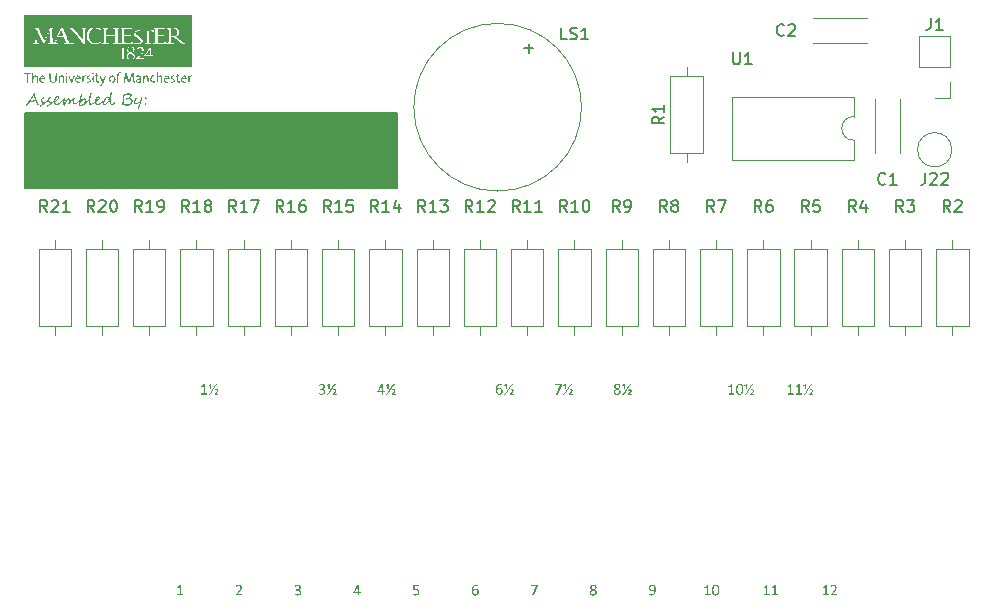
<source format=gbr>
%TF.GenerationSoftware,KiCad,Pcbnew,7.0.2-0*%
%TF.CreationDate,2023-08-10T16:02:37+01:00*%
%TF.ProjectId,pcb-stylophone_v2_to_make,7063622d-7374-4796-9c6f-70686f6e655f,rev?*%
%TF.SameCoordinates,Original*%
%TF.FileFunction,Legend,Top*%
%TF.FilePolarity,Positive*%
%FSLAX46Y46*%
G04 Gerber Fmt 4.6, Leading zero omitted, Abs format (unit mm)*
G04 Created by KiCad (PCBNEW 7.0.2-0) date 2023-08-10 16:02:37*
%MOMM*%
%LPD*%
G01*
G04 APERTURE LIST*
%ADD10C,0.150000*%
%ADD11C,0.120000*%
G04 APERTURE END LIST*
D10*
X87000000Y-107000000D02*
X118500000Y-107000000D01*
X118500000Y-113300000D01*
X87000000Y-113300000D01*
X87000000Y-107000000D01*
G36*
X87000000Y-107000000D02*
G01*
X118500000Y-107000000D01*
X118500000Y-113300000D01*
X87000000Y-113300000D01*
X87000000Y-107000000D01*
G37*
G36*
X127229641Y-129923522D02*
G01*
X127240859Y-129923978D01*
X127252148Y-129924737D01*
X127261879Y-129925630D01*
X127270028Y-129926545D01*
X127281263Y-129927933D01*
X127292101Y-129929531D01*
X127302541Y-129931339D01*
X127312584Y-129933357D01*
X127318144Y-129934605D01*
X127328708Y-129937246D01*
X127338416Y-129940040D01*
X127348317Y-129943365D01*
X127355269Y-129946085D01*
X127364439Y-129950023D01*
X127373346Y-129954824D01*
X127375053Y-129956099D01*
X127381901Y-129963341D01*
X127382380Y-129964159D01*
X127385966Y-129973364D01*
X127386044Y-129973684D01*
X127387995Y-129983383D01*
X127388242Y-129985408D01*
X127388888Y-129995215D01*
X127388975Y-130001528D01*
X127388881Y-130011606D01*
X127388545Y-130021635D01*
X127388486Y-130022777D01*
X127387322Y-130032528D01*
X127385799Y-130037187D01*
X127379921Y-130045306D01*
X127379693Y-130045491D01*
X127370074Y-130048176D01*
X127369679Y-130048178D01*
X127359384Y-130046633D01*
X127349738Y-130043594D01*
X127348919Y-130043293D01*
X127339355Y-130039848D01*
X127329509Y-130036566D01*
X127319710Y-130033490D01*
X127317411Y-130032791D01*
X127307642Y-130029921D01*
X127296895Y-130027173D01*
X127286690Y-130024869D01*
X127275737Y-130022659D01*
X127272471Y-130022044D01*
X127262270Y-130020384D01*
X127251451Y-130019067D01*
X127240013Y-130018094D01*
X127230010Y-130017546D01*
X127219577Y-130017236D01*
X127210921Y-130017159D01*
X127199123Y-130017393D01*
X127187634Y-130018095D01*
X127176455Y-130019265D01*
X127165584Y-130020903D01*
X127155022Y-130023009D01*
X127144770Y-130025583D01*
X127134826Y-130028625D01*
X127125192Y-130032134D01*
X127115867Y-130036112D01*
X127106851Y-130040558D01*
X127101012Y-130043782D01*
X127092549Y-130048889D01*
X127084377Y-130054318D01*
X127073936Y-130062057D01*
X127064013Y-130070369D01*
X127054610Y-130079253D01*
X127045726Y-130088710D01*
X127039403Y-130096178D01*
X127033372Y-130103969D01*
X127027633Y-130112081D01*
X127025785Y-130114856D01*
X127020467Y-130123362D01*
X127015410Y-130132116D01*
X127010615Y-130141119D01*
X127006082Y-130150371D01*
X127001811Y-130159872D01*
X126997801Y-130169622D01*
X126994054Y-130179621D01*
X126990569Y-130189870D01*
X126987345Y-130200367D01*
X126984383Y-130211113D01*
X126982554Y-130218415D01*
X126980006Y-130229491D01*
X126977671Y-130240643D01*
X126975552Y-130251873D01*
X126973647Y-130263181D01*
X126971957Y-130274565D01*
X126970482Y-130286027D01*
X126969221Y-130297566D01*
X126968175Y-130309182D01*
X126967343Y-130320876D01*
X126966726Y-130332647D01*
X126966434Y-130340537D01*
X126975624Y-130335408D01*
X126985363Y-130330279D01*
X126994336Y-130325791D01*
X127003729Y-130321303D01*
X127006490Y-130320020D01*
X127016508Y-130315626D01*
X127026900Y-130311419D01*
X127036105Y-130307961D01*
X127045584Y-130304641D01*
X127055339Y-130301458D01*
X127065417Y-130298456D01*
X127075683Y-130295676D01*
X127086139Y-130293120D01*
X127096784Y-130290788D01*
X127107617Y-130288678D01*
X127111270Y-130288025D01*
X127122499Y-130286282D01*
X127134019Y-130284899D01*
X127143843Y-130284023D01*
X127153869Y-130283396D01*
X127164098Y-130283021D01*
X127174529Y-130282896D01*
X127187883Y-130283069D01*
X127200833Y-130283591D01*
X127213380Y-130284460D01*
X127225523Y-130285678D01*
X127237262Y-130287243D01*
X127248598Y-130289155D01*
X127259530Y-130291416D01*
X127270059Y-130294024D01*
X127280184Y-130296980D01*
X127289905Y-130300284D01*
X127296162Y-130302679D01*
X127305291Y-130306522D01*
X127316942Y-130312059D01*
X127327998Y-130318070D01*
X127338459Y-130324554D01*
X127348324Y-130331511D01*
X127357594Y-130338941D01*
X127366268Y-130346845D01*
X127374347Y-130355221D01*
X127376274Y-130357390D01*
X127383632Y-130366316D01*
X127390440Y-130375631D01*
X127396699Y-130385336D01*
X127402408Y-130395430D01*
X127407568Y-130405914D01*
X127412178Y-130416786D01*
X127416238Y-130428048D01*
X127419749Y-130439699D01*
X127422840Y-130451671D01*
X127425519Y-130463895D01*
X127427786Y-130476370D01*
X127429641Y-130489098D01*
X127430762Y-130498808D01*
X127431650Y-130508661D01*
X127432307Y-130518655D01*
X127432732Y-130528791D01*
X127432925Y-130539068D01*
X127432938Y-130542526D01*
X127432782Y-130553528D01*
X127432311Y-130564462D01*
X127431528Y-130575327D01*
X127430431Y-130586123D01*
X127429021Y-130596851D01*
X127427297Y-130607510D01*
X127425260Y-130618100D01*
X127422909Y-130628621D01*
X127420245Y-130639074D01*
X127417268Y-130649458D01*
X127415109Y-130656343D01*
X127411596Y-130666533D01*
X127407744Y-130676496D01*
X127403553Y-130686231D01*
X127399023Y-130695738D01*
X127394153Y-130705018D01*
X127388945Y-130714071D01*
X127383397Y-130722896D01*
X127377510Y-130731493D01*
X127371284Y-130739863D01*
X127364719Y-130748005D01*
X127360154Y-130753307D01*
X127353017Y-130760994D01*
X127345528Y-130768394D01*
X127337687Y-130775506D01*
X127329494Y-130782330D01*
X127320949Y-130788867D01*
X127312051Y-130795116D01*
X127302802Y-130801077D01*
X127293201Y-130806751D01*
X127283247Y-130812137D01*
X127272942Y-130817235D01*
X127265876Y-130820474D01*
X127255023Y-130824970D01*
X127243806Y-130829023D01*
X127232223Y-130832635D01*
X127220275Y-130835804D01*
X127207963Y-130838531D01*
X127195285Y-130840816D01*
X127182243Y-130842658D01*
X127168835Y-130844059D01*
X127155063Y-130845017D01*
X127140926Y-130845533D01*
X127131298Y-130845631D01*
X127120971Y-130845509D01*
X127110871Y-130845142D01*
X127100998Y-130844530D01*
X127088189Y-130843333D01*
X127075784Y-130841702D01*
X127063784Y-130839635D01*
X127052188Y-130837134D01*
X127040996Y-130834197D01*
X127032868Y-130831709D01*
X127022416Y-130828103D01*
X127012306Y-130824122D01*
X127002540Y-130819768D01*
X126993118Y-130815040D01*
X126984039Y-130809937D01*
X126975303Y-130804461D01*
X126966911Y-130798610D01*
X126958863Y-130792386D01*
X126951150Y-130785792D01*
X126943766Y-130778831D01*
X126936709Y-130771503D01*
X126929981Y-130763810D01*
X126923581Y-130755750D01*
X126917510Y-130747323D01*
X126911766Y-130738531D01*
X126906351Y-130729371D01*
X126901229Y-130719812D01*
X126896367Y-130709939D01*
X126891765Y-130699753D01*
X126887422Y-130689255D01*
X126883338Y-130678443D01*
X126879514Y-130667318D01*
X126875950Y-130655881D01*
X126872645Y-130644131D01*
X126869581Y-130632022D01*
X126866738Y-130619630D01*
X126864116Y-130606956D01*
X126862295Y-130597265D01*
X126860598Y-130587416D01*
X126859026Y-130577407D01*
X126857578Y-130567240D01*
X126856255Y-130556914D01*
X126855057Y-130546429D01*
X126854327Y-130539351D01*
X126853367Y-130528609D01*
X126852501Y-130517726D01*
X126851729Y-130506702D01*
X126851053Y-130495536D01*
X126850470Y-130484228D01*
X126849982Y-130472778D01*
X126849589Y-130461187D01*
X126849289Y-130449454D01*
X126849085Y-130437579D01*
X126849071Y-130436036D01*
X126968388Y-130436036D01*
X126968432Y-130447157D01*
X126968564Y-130458052D01*
X126968783Y-130468719D01*
X126969091Y-130479160D01*
X126969486Y-130489373D01*
X126969968Y-130499360D01*
X126970539Y-130509119D01*
X126971559Y-130523332D01*
X126972777Y-130537034D01*
X126974192Y-130550225D01*
X126975805Y-130562906D01*
X126977616Y-130575075D01*
X126979624Y-130586734D01*
X126981864Y-130597881D01*
X126984280Y-130608607D01*
X126986873Y-130618912D01*
X126989641Y-130628797D01*
X126992586Y-130638261D01*
X126996786Y-130650225D01*
X127001298Y-130661441D01*
X127006124Y-130671909D01*
X127011263Y-130681629D01*
X127012596Y-130683942D01*
X127018195Y-130692773D01*
X127024122Y-130700948D01*
X127030376Y-130708466D01*
X127038657Y-130716940D01*
X127047450Y-130724389D01*
X127056755Y-130730813D01*
X127066574Y-130736210D01*
X127076923Y-130740713D01*
X127087821Y-130744453D01*
X127099268Y-130747430D01*
X127111263Y-130749644D01*
X127121254Y-130750865D01*
X127131596Y-130751598D01*
X127142289Y-130751842D01*
X127153097Y-130751582D01*
X127163538Y-130750804D01*
X127173613Y-130749506D01*
X127183322Y-130747690D01*
X127194943Y-130744689D01*
X127205991Y-130740878D01*
X127216467Y-130736255D01*
X127218493Y-130735233D01*
X127228300Y-130729692D01*
X127237570Y-130723603D01*
X127246303Y-130716965D01*
X127254500Y-130709779D01*
X127262160Y-130702043D01*
X127269283Y-130693760D01*
X127271982Y-130690293D01*
X127278348Y-130681272D01*
X127284166Y-130671917D01*
X127289435Y-130662229D01*
X127294155Y-130652206D01*
X127298327Y-130641850D01*
X127301950Y-130631159D01*
X127303245Y-130626789D01*
X127306130Y-130615686D01*
X127308526Y-130604512D01*
X127310433Y-130593266D01*
X127311851Y-130581948D01*
X127312780Y-130570559D01*
X127313220Y-130559098D01*
X127313259Y-130554494D01*
X127313133Y-130544476D01*
X127312755Y-130534695D01*
X127311929Y-130522801D01*
X127310709Y-130511277D01*
X127309095Y-130500123D01*
X127307088Y-130489338D01*
X127305199Y-130480976D01*
X127302494Y-130470847D01*
X127299265Y-130461218D01*
X127295511Y-130452090D01*
X127290313Y-130441797D01*
X127284359Y-130432226D01*
X127278821Y-130424801D01*
X127271422Y-130416560D01*
X127263147Y-130409058D01*
X127253997Y-130402295D01*
X127243971Y-130396270D01*
X127234946Y-130391813D01*
X127229240Y-130389385D01*
X127219271Y-130385727D01*
X127208598Y-130382688D01*
X127197222Y-130380269D01*
X127185142Y-130378471D01*
X127174972Y-130377479D01*
X127164351Y-130376883D01*
X127153280Y-130376685D01*
X127142155Y-130376907D01*
X127131007Y-130377573D01*
X127119836Y-130378683D01*
X127108641Y-130380238D01*
X127102233Y-130381325D01*
X127091202Y-130383424D01*
X127080335Y-130385873D01*
X127069631Y-130388673D01*
X127059090Y-130391824D01*
X127053141Y-130393782D01*
X127042869Y-130397437D01*
X127032785Y-130401349D01*
X127022887Y-130405518D01*
X127013176Y-130409944D01*
X127007711Y-130412588D01*
X126998483Y-130417384D01*
X126989606Y-130422366D01*
X126981079Y-130427535D01*
X126972903Y-130432891D01*
X126968388Y-130436036D01*
X126849071Y-130436036D01*
X126848975Y-130425563D01*
X126848954Y-130417473D01*
X126849007Y-130406655D01*
X126849168Y-130395815D01*
X126849437Y-130384953D01*
X126849812Y-130374071D01*
X126850295Y-130363166D01*
X126850886Y-130352240D01*
X126851583Y-130341293D01*
X126852388Y-130330324D01*
X126853301Y-130319334D01*
X126854320Y-130308323D01*
X126855060Y-130300969D01*
X126856332Y-130289969D01*
X126857767Y-130279042D01*
X126859366Y-130268188D01*
X126861128Y-130257406D01*
X126863052Y-130246698D01*
X126865140Y-130236063D01*
X126867392Y-130225501D01*
X126869806Y-130215011D01*
X126872383Y-130204595D01*
X126875124Y-130194252D01*
X126877042Y-130187397D01*
X126880117Y-130177196D01*
X126883390Y-130167112D01*
X126886860Y-130157144D01*
X126890528Y-130147291D01*
X126894394Y-130137555D01*
X126898457Y-130127934D01*
X126902717Y-130118429D01*
X126907175Y-130109040D01*
X126911830Y-130099768D01*
X126916683Y-130090611D01*
X126920028Y-130084570D01*
X126925232Y-130075614D01*
X126930676Y-130066882D01*
X126936360Y-130058372D01*
X126942285Y-130050086D01*
X126948450Y-130042023D01*
X126954856Y-130034184D01*
X126961502Y-130026567D01*
X126968388Y-130019174D01*
X126975515Y-130012004D01*
X126982883Y-130005058D01*
X126987928Y-130000551D01*
X126995761Y-129993996D01*
X127003873Y-129987702D01*
X127012265Y-129981671D01*
X127020935Y-129975901D01*
X127029884Y-129970394D01*
X127039113Y-129965148D01*
X127048620Y-129960164D01*
X127058407Y-129955442D01*
X127068473Y-129950982D01*
X127078818Y-129946784D01*
X127085869Y-129944131D01*
X127096746Y-129940421D01*
X127107945Y-129937075D01*
X127119467Y-129934095D01*
X127131310Y-129931480D01*
X127143475Y-129929229D01*
X127155962Y-129927344D01*
X127168771Y-129925823D01*
X127181902Y-129924668D01*
X127195356Y-129923877D01*
X127209131Y-129923451D01*
X127218493Y-129923370D01*
X127229641Y-129923522D01*
G37*
G36*
X127763399Y-130376685D02*
G01*
X127760712Y-130383768D01*
X127752164Y-130388897D01*
X127742487Y-130391006D01*
X127737021Y-130391584D01*
X127727192Y-130392110D01*
X127716851Y-130392305D01*
X127713329Y-130392316D01*
X127703258Y-130392195D01*
X127693240Y-130391755D01*
X127690859Y-130391584D01*
X127681043Y-130390283D01*
X127675716Y-130388897D01*
X127667656Y-130384012D01*
X127665213Y-130376685D01*
X127665213Y-130032791D01*
X127562875Y-130079685D01*
X127553651Y-130083773D01*
X127547000Y-130085547D01*
X127537474Y-130083593D01*
X127532780Y-130074635D01*
X127532589Y-130073824D01*
X127531540Y-130063863D01*
X127531368Y-130056238D01*
X127531464Y-130046220D01*
X127531612Y-130040851D01*
X127533270Y-130030976D01*
X127534055Y-130028639D01*
X127539184Y-130020334D01*
X127546511Y-130014228D01*
X127674983Y-129942177D01*
X127680600Y-129940956D01*
X127688172Y-129939979D01*
X127698163Y-129939551D01*
X127699896Y-129939490D01*
X127709888Y-129939082D01*
X127718214Y-129939002D01*
X127728197Y-129939105D01*
X127738358Y-129939523D01*
X127741173Y-129939734D01*
X127750920Y-129941012D01*
X127754850Y-129941933D01*
X127761689Y-129944863D01*
X127763399Y-129949993D01*
X127763399Y-130376685D01*
G37*
G36*
X128366679Y-130792630D02*
G01*
X128366312Y-130802889D01*
X128364866Y-130813067D01*
X128362038Y-130821207D01*
X128355588Y-130828763D01*
X128350803Y-130830000D01*
X128067237Y-130830000D01*
X128057319Y-130829422D01*
X128053804Y-130828778D01*
X128045470Y-130823418D01*
X128045255Y-130823161D01*
X128040956Y-130814353D01*
X128040126Y-130811193D01*
X128038792Y-130801303D01*
X128038418Y-130790778D01*
X128038416Y-130789944D01*
X128038623Y-130779681D01*
X128039149Y-130772114D01*
X128040833Y-130762086D01*
X128041836Y-130758436D01*
X128045932Y-130749259D01*
X128047453Y-130746957D01*
X128054160Y-130739589D01*
X128058933Y-130735478D01*
X128150279Y-130652679D01*
X128158015Y-130645354D01*
X128165344Y-130638339D01*
X128173605Y-130630331D01*
X128181281Y-130622769D01*
X128188374Y-130615654D01*
X128192778Y-130611158D01*
X128200026Y-130603558D01*
X128206596Y-130596145D01*
X128213274Y-130587901D01*
X128219067Y-130579902D01*
X128220377Y-130577941D01*
X128225684Y-130569206D01*
X128230492Y-130559637D01*
X128234156Y-130550210D01*
X128235032Y-130547411D01*
X128237479Y-130537779D01*
X128239020Y-130527814D01*
X128239654Y-130517515D01*
X128239672Y-130515415D01*
X128238784Y-130504235D01*
X128236119Y-130493990D01*
X128231678Y-130484680D01*
X128225460Y-130476305D01*
X128221110Y-130471939D01*
X128212369Y-130465278D01*
X128202390Y-130460252D01*
X128192850Y-130457247D01*
X128182400Y-130455444D01*
X128171040Y-130454842D01*
X128161027Y-130455111D01*
X128150185Y-130456077D01*
X128139984Y-130457745D01*
X128130424Y-130460114D01*
X128129275Y-130460460D01*
X128119475Y-130463579D01*
X128109448Y-130467271D01*
X128100327Y-130471202D01*
X128097767Y-130472428D01*
X128088310Y-130477088D01*
X128079461Y-130481903D01*
X128075297Y-130484396D01*
X128066233Y-130488882D01*
X128061619Y-130489769D01*
X128056246Y-130487815D01*
X128051605Y-130480976D01*
X128049311Y-130471265D01*
X128048919Y-130468520D01*
X128048129Y-130458766D01*
X128047942Y-130449469D01*
X128048224Y-130439327D01*
X128049444Y-130429591D01*
X128049651Y-130428709D01*
X128053623Y-130419635D01*
X128056002Y-130416496D01*
X128063605Y-130410183D01*
X128072674Y-130404890D01*
X128074320Y-130404040D01*
X128083169Y-130399837D01*
X128092924Y-130395778D01*
X128102479Y-130392246D01*
X128105827Y-130391095D01*
X128115231Y-130388164D01*
X128125122Y-130385478D01*
X128135503Y-130383035D01*
X128146372Y-130380837D01*
X128156284Y-130379219D01*
X128166360Y-130377999D01*
X128176600Y-130377175D01*
X128187004Y-130376750D01*
X128193022Y-130376685D01*
X128204767Y-130376911D01*
X128216034Y-130377591D01*
X128226825Y-130378724D01*
X128237138Y-130380310D01*
X128246975Y-130382350D01*
X128258149Y-130385395D01*
X128259945Y-130385966D01*
X128270326Y-130389638D01*
X128280037Y-130393877D01*
X128289079Y-130398683D01*
X128297451Y-130404055D01*
X128306372Y-130411039D01*
X128307572Y-130412100D01*
X128315534Y-130419872D01*
X128322538Y-130428229D01*
X128328584Y-130437169D01*
X128333672Y-130446695D01*
X128336148Y-130452400D01*
X128339765Y-130462690D01*
X128342493Y-130473471D01*
X128344333Y-130484742D01*
X128345203Y-130494795D01*
X128345430Y-130503447D01*
X128345063Y-130514514D01*
X128343964Y-130525490D01*
X128342132Y-130536374D01*
X128339568Y-130547166D01*
X128336606Y-130556640D01*
X128332849Y-130566253D01*
X128328298Y-130576007D01*
X128322952Y-130585902D01*
X128319540Y-130591618D01*
X128313924Y-130600265D01*
X128307518Y-130609170D01*
X128300323Y-130618332D01*
X128293723Y-130626163D01*
X128286575Y-130634174D01*
X128280461Y-130640711D01*
X128272360Y-130648985D01*
X128263626Y-130657474D01*
X128256185Y-130664420D01*
X128248338Y-130671503D01*
X128240087Y-130678723D01*
X128231432Y-130686081D01*
X128222372Y-130693577D01*
X128217691Y-130697376D01*
X128152478Y-130751842D01*
X128348116Y-130751842D01*
X128357619Y-130755544D01*
X128362038Y-130762344D01*
X128365043Y-130772409D01*
X128366312Y-130782236D01*
X128366679Y-130792630D01*
G37*
G36*
X127654222Y-130841723D02*
G01*
X127647985Y-130849558D01*
X127645918Y-130851004D01*
X127636926Y-130855680D01*
X127634439Y-130856622D01*
X127624745Y-130859103D01*
X127617830Y-130860041D01*
X127607988Y-130860918D01*
X127597982Y-130861244D01*
X127594627Y-130861263D01*
X127584094Y-130860850D01*
X127573889Y-130859328D01*
X127570203Y-130858332D01*
X127561076Y-130854452D01*
X127557014Y-130851004D01*
X127554155Y-130841628D01*
X127554327Y-130840013D01*
X127557608Y-130830622D01*
X127560921Y-130825115D01*
X128179100Y-129927278D01*
X128185463Y-129919439D01*
X128187160Y-129917997D01*
X128195724Y-129913234D01*
X128199128Y-129912135D01*
X128209050Y-129909864D01*
X128215737Y-129908960D01*
X128225565Y-129908083D01*
X128235906Y-129907758D01*
X128239428Y-129907739D01*
X128249515Y-129908082D01*
X128259459Y-129909351D01*
X128263120Y-129910181D01*
X128272333Y-129913942D01*
X128276553Y-129917508D01*
X128279914Y-129926897D01*
X128279728Y-129929476D01*
X128276447Y-129938768D01*
X128273134Y-129943886D01*
X127654222Y-130841723D01*
G37*
G36*
X150027460Y-147783838D02*
G01*
X150027097Y-147793670D01*
X150025654Y-147803890D01*
X150025261Y-147805575D01*
X150022247Y-147815326D01*
X150019888Y-147819986D01*
X150012969Y-147827145D01*
X150011828Y-147827801D01*
X150002791Y-147830000D01*
X149538241Y-147830000D01*
X149529448Y-147827801D01*
X149522123Y-147820967D01*
X149521388Y-147819986D01*
X149517044Y-147810761D01*
X149515527Y-147805575D01*
X149514061Y-147795744D01*
X149513580Y-147785439D01*
X149513573Y-147783838D01*
X149513947Y-147773806D01*
X149515290Y-147763945D01*
X149515527Y-147762833D01*
X149518395Y-147753307D01*
X149520656Y-147748178D01*
X149526883Y-147740373D01*
X149528227Y-147739385D01*
X149537572Y-147736223D01*
X149538241Y-147736210D01*
X149723866Y-147736210D01*
X149723866Y-147064054D01*
X149552163Y-147173475D01*
X149542992Y-147177997D01*
X149533558Y-147181428D01*
X149530914Y-147182023D01*
X149521193Y-147180877D01*
X149518213Y-147178848D01*
X149513385Y-147170233D01*
X149511863Y-147163705D01*
X149510694Y-147153226D01*
X149510213Y-147142533D01*
X149510153Y-147136594D01*
X149510340Y-147126610D01*
X149511070Y-147116371D01*
X149511130Y-147115833D01*
X149512833Y-147105876D01*
X149514061Y-147101667D01*
X149519030Y-147092959D01*
X149519923Y-147091898D01*
X149527520Y-147085177D01*
X149530181Y-147083349D01*
X149734857Y-146947550D01*
X149741695Y-146944131D01*
X149751198Y-146941383D01*
X149751954Y-146941200D01*
X149761965Y-146939724D01*
X149766364Y-146939490D01*
X149776359Y-146939109D01*
X149786350Y-146939002D01*
X149787125Y-146939002D01*
X149797740Y-146939175D01*
X149807872Y-146939759D01*
X149814480Y-146940467D01*
X149824250Y-146941994D01*
X149831577Y-146944131D01*
X149839620Y-146949998D01*
X149839881Y-146950481D01*
X149842079Y-146958053D01*
X149842079Y-147736210D01*
X150002791Y-147736210D01*
X150012437Y-147739001D01*
X150013049Y-147739385D01*
X150019901Y-147746418D01*
X150020865Y-147748178D01*
X150024538Y-147757519D01*
X150025750Y-147762833D01*
X150027084Y-147773140D01*
X150027458Y-147783078D01*
X150027460Y-147783838D01*
G37*
G36*
X150736741Y-147783838D02*
G01*
X150736378Y-147793670D01*
X150734935Y-147803890D01*
X150734543Y-147805575D01*
X150731528Y-147815326D01*
X150729169Y-147819986D01*
X150722250Y-147827145D01*
X150721109Y-147827801D01*
X150712072Y-147830000D01*
X150247522Y-147830000D01*
X150238730Y-147827801D01*
X150231405Y-147820967D01*
X150230670Y-147819986D01*
X150226325Y-147810761D01*
X150224808Y-147805575D01*
X150223342Y-147795744D01*
X150222862Y-147785439D01*
X150222854Y-147783838D01*
X150223228Y-147773806D01*
X150224571Y-147763945D01*
X150224808Y-147762833D01*
X150227676Y-147753307D01*
X150229937Y-147748178D01*
X150236164Y-147740373D01*
X150237508Y-147739385D01*
X150246854Y-147736223D01*
X150247522Y-147736210D01*
X150433147Y-147736210D01*
X150433147Y-147064054D01*
X150261444Y-147173475D01*
X150252274Y-147177997D01*
X150242839Y-147181428D01*
X150240195Y-147182023D01*
X150230474Y-147180877D01*
X150227494Y-147178848D01*
X150222666Y-147170233D01*
X150221144Y-147163705D01*
X150219975Y-147153226D01*
X150219495Y-147142533D01*
X150219434Y-147136594D01*
X150219621Y-147126610D01*
X150220351Y-147116371D01*
X150220411Y-147115833D01*
X150222114Y-147105876D01*
X150223342Y-147101667D01*
X150228311Y-147092959D01*
X150229204Y-147091898D01*
X150236801Y-147085177D01*
X150239462Y-147083349D01*
X150444138Y-146947550D01*
X150450977Y-146944131D01*
X150460479Y-146941383D01*
X150461235Y-146941200D01*
X150471247Y-146939724D01*
X150475645Y-146939490D01*
X150485640Y-146939109D01*
X150495631Y-146939002D01*
X150496406Y-146939002D01*
X150507021Y-146939175D01*
X150517154Y-146939759D01*
X150523761Y-146940467D01*
X150533531Y-146941994D01*
X150540858Y-146944131D01*
X150548901Y-146949998D01*
X150549162Y-146950481D01*
X150551361Y-146958053D01*
X150551361Y-147736210D01*
X150712072Y-147736210D01*
X150721718Y-147739001D01*
X150722331Y-147739385D01*
X150729183Y-147746418D01*
X150730146Y-147748178D01*
X150733819Y-147757519D01*
X150735031Y-147762833D01*
X150736365Y-147773140D01*
X150736739Y-147783078D01*
X150736741Y-147783838D01*
G37*
G36*
X135121961Y-146923514D02*
G01*
X135134078Y-146923945D01*
X135145877Y-146924664D01*
X135157359Y-146925671D01*
X135168523Y-146926966D01*
X135179369Y-146928548D01*
X135189898Y-146930418D01*
X135200109Y-146932575D01*
X135210002Y-146935020D01*
X135219578Y-146937753D01*
X135225785Y-146939734D01*
X135237845Y-146943951D01*
X135249355Y-146948542D01*
X135260315Y-146953507D01*
X135270726Y-146958846D01*
X135280587Y-146964559D01*
X135289899Y-146970646D01*
X135298661Y-146977107D01*
X135306874Y-146983942D01*
X135314609Y-146991121D01*
X135321818Y-146998612D01*
X135328501Y-147006416D01*
X135334656Y-147014534D01*
X135340285Y-147022964D01*
X135345388Y-147031707D01*
X135349964Y-147040763D01*
X135354013Y-147050132D01*
X135357562Y-147059742D01*
X135360638Y-147069519D01*
X135363240Y-147079464D01*
X135365370Y-147089577D01*
X135367026Y-147099858D01*
X135368209Y-147110307D01*
X135368919Y-147120924D01*
X135369156Y-147131709D01*
X135368875Y-147142705D01*
X135368035Y-147153557D01*
X135366633Y-147164267D01*
X135364672Y-147174833D01*
X135362149Y-147185257D01*
X135359066Y-147195537D01*
X135357676Y-147199609D01*
X135353903Y-147209677D01*
X135349605Y-147219577D01*
X135344782Y-147229311D01*
X135339434Y-147238878D01*
X135333562Y-147248278D01*
X135327165Y-147257511D01*
X135324459Y-147261158D01*
X135317345Y-147270151D01*
X135309743Y-147278966D01*
X135301651Y-147287601D01*
X135293070Y-147296058D01*
X135285854Y-147302694D01*
X135278324Y-147309217D01*
X135270482Y-147315624D01*
X135262395Y-147321868D01*
X135254010Y-147328019D01*
X135245328Y-147334080D01*
X135236349Y-147340048D01*
X135227071Y-147345925D01*
X135217496Y-147351711D01*
X135207623Y-147357405D01*
X135197453Y-147363007D01*
X135206518Y-147367554D01*
X135215393Y-147372126D01*
X135224080Y-147376724D01*
X135235369Y-147382895D01*
X135246322Y-147389112D01*
X135256939Y-147395375D01*
X135267220Y-147401683D01*
X135277165Y-147408037D01*
X135284403Y-147412833D01*
X135293734Y-147419305D01*
X135302676Y-147425900D01*
X135311228Y-147432616D01*
X135319391Y-147439455D01*
X135327165Y-147446416D01*
X135334550Y-147453499D01*
X135341545Y-147460704D01*
X135348151Y-147468032D01*
X135355867Y-147477280D01*
X135362987Y-147486708D01*
X135369510Y-147496314D01*
X135375437Y-147506099D01*
X135380768Y-147516063D01*
X135385503Y-147526206D01*
X135387230Y-147530314D01*
X135391100Y-147540708D01*
X135394314Y-147551437D01*
X135396872Y-147562499D01*
X135398774Y-147573896D01*
X135400020Y-147585626D01*
X135400611Y-147597690D01*
X135400663Y-147602609D01*
X135400481Y-147613397D01*
X135399933Y-147623962D01*
X135399021Y-147634303D01*
X135397744Y-147644421D01*
X135396101Y-147654315D01*
X135394094Y-147663987D01*
X135390850Y-147676535D01*
X135386958Y-147688686D01*
X135382416Y-147700440D01*
X135379902Y-147706168D01*
X135374487Y-147717247D01*
X135368499Y-147727891D01*
X135361939Y-147738099D01*
X135354806Y-147747873D01*
X135347101Y-147757211D01*
X135338824Y-147766115D01*
X135329974Y-147774583D01*
X135320551Y-147782616D01*
X135310614Y-147790192D01*
X135300096Y-147797286D01*
X135288998Y-147803900D01*
X135280294Y-147808545D01*
X135271264Y-147812919D01*
X135261907Y-147817022D01*
X135252224Y-147820856D01*
X135242215Y-147824418D01*
X135231880Y-147827711D01*
X135224808Y-147829755D01*
X135213992Y-147832592D01*
X135202884Y-147835151D01*
X135191483Y-147837430D01*
X135179791Y-147839430D01*
X135167807Y-147841150D01*
X135155531Y-147842592D01*
X135142963Y-147843755D01*
X135130103Y-147844639D01*
X135116951Y-147845243D01*
X135103507Y-147845569D01*
X135094383Y-147845631D01*
X135081638Y-147845502D01*
X135069143Y-147845116D01*
X135056897Y-147844472D01*
X135044900Y-147843570D01*
X135033152Y-147842411D01*
X135021653Y-147840994D01*
X135010404Y-147839320D01*
X134999403Y-147837388D01*
X134988651Y-147835198D01*
X134978148Y-147832751D01*
X134971284Y-147830976D01*
X134961261Y-147828152D01*
X134951526Y-147825083D01*
X134942079Y-147821769D01*
X134932919Y-147818211D01*
X134921153Y-147813086D01*
X134909899Y-147807525D01*
X134899156Y-147801530D01*
X134888925Y-147795099D01*
X134879205Y-147788234D01*
X134870076Y-147780888D01*
X134861497Y-147773137D01*
X134853467Y-147764981D01*
X134845988Y-147756421D01*
X134839057Y-147747457D01*
X134832676Y-147738088D01*
X134826845Y-147728314D01*
X134821563Y-147718136D01*
X134816926Y-147707573D01*
X134812908Y-147696643D01*
X134809508Y-147685347D01*
X134806726Y-147673684D01*
X134804562Y-147661655D01*
X134803016Y-147649260D01*
X134802089Y-147636498D01*
X134801799Y-147626686D01*
X134801780Y-147623370D01*
X134801993Y-147612917D01*
X134802073Y-147611646D01*
X134921214Y-147611646D01*
X134921616Y-147623928D01*
X134922820Y-147635678D01*
X134924827Y-147646895D01*
X134927637Y-147657579D01*
X134931250Y-147667732D01*
X134935666Y-147677352D01*
X134940884Y-147686439D01*
X134946906Y-147694994D01*
X134953730Y-147703017D01*
X134961357Y-147710508D01*
X134966888Y-147715205D01*
X134975847Y-147721753D01*
X134985595Y-147727656D01*
X134996134Y-147732915D01*
X135007463Y-147737531D01*
X135019581Y-147741502D01*
X135032490Y-147744829D01*
X135046188Y-147747513D01*
X135060677Y-147749552D01*
X135070775Y-147750554D01*
X135081224Y-147751269D01*
X135092024Y-147751699D01*
X135103175Y-147751842D01*
X135113998Y-147751698D01*
X135124485Y-147751266D01*
X135134637Y-147750545D01*
X135144452Y-147749537D01*
X135158546Y-147747484D01*
X135171884Y-147744783D01*
X135184466Y-147741433D01*
X135196293Y-147737435D01*
X135207364Y-147732789D01*
X135217679Y-147727495D01*
X135227239Y-147721552D01*
X135236043Y-147714961D01*
X135244118Y-147707810D01*
X135251399Y-147700186D01*
X135257886Y-147692091D01*
X135263578Y-147683522D01*
X135268476Y-147674482D01*
X135272580Y-147664970D01*
X135275889Y-147654985D01*
X135278404Y-147644528D01*
X135280125Y-147633598D01*
X135281052Y-147622197D01*
X135281228Y-147614333D01*
X135280942Y-147604554D01*
X135279843Y-147593197D01*
X135277920Y-147582251D01*
X135275172Y-147571718D01*
X135271600Y-147561598D01*
X135269505Y-147556692D01*
X135264688Y-147547112D01*
X135259029Y-147537790D01*
X135252529Y-147528725D01*
X135245187Y-147519918D01*
X135238426Y-147512776D01*
X135234089Y-147508576D01*
X135226400Y-147501590D01*
X135218137Y-147494675D01*
X135209303Y-147487832D01*
X135199895Y-147481060D01*
X135189916Y-147474360D01*
X135181520Y-147469052D01*
X135174983Y-147465101D01*
X135166007Y-147459766D01*
X135156664Y-147454385D01*
X135146956Y-147448958D01*
X135136881Y-147443485D01*
X135126439Y-147437967D01*
X135115632Y-147432403D01*
X135104458Y-147426793D01*
X135092917Y-147421137D01*
X135082273Y-147426510D01*
X135071958Y-147431884D01*
X135061971Y-147437257D01*
X135052312Y-147442630D01*
X135042981Y-147448004D01*
X135033978Y-147453377D01*
X135025304Y-147458750D01*
X135016958Y-147464124D01*
X135007086Y-147470800D01*
X134997776Y-147477548D01*
X134989026Y-147484367D01*
X134980836Y-147491258D01*
X134973207Y-147498220D01*
X134966139Y-147505254D01*
X134963468Y-147508087D01*
X134955952Y-147516700D01*
X134949157Y-147525501D01*
X134943084Y-147534491D01*
X134937731Y-147543671D01*
X134933100Y-147553039D01*
X134931717Y-147556203D01*
X134928148Y-147565817D01*
X134925317Y-147575792D01*
X134923225Y-147586128D01*
X134921871Y-147596824D01*
X134921255Y-147607881D01*
X134921214Y-147611646D01*
X134802073Y-147611646D01*
X134802634Y-147602686D01*
X134803703Y-147592676D01*
X134805199Y-147582887D01*
X134807670Y-147570962D01*
X134810809Y-147559383D01*
X134814616Y-147548150D01*
X134815457Y-147545945D01*
X134820094Y-147535015D01*
X134825303Y-147524359D01*
X134831085Y-147513978D01*
X134837439Y-147503870D01*
X134844366Y-147494038D01*
X134851865Y-147484479D01*
X134855025Y-147480732D01*
X134861627Y-147473344D01*
X134868611Y-147466078D01*
X134875976Y-147458934D01*
X134883723Y-147451912D01*
X134891852Y-147445012D01*
X134900362Y-147438234D01*
X134909254Y-147431578D01*
X134918528Y-147425045D01*
X134928141Y-147418607D01*
X134938052Y-147412237D01*
X134948260Y-147405937D01*
X134958767Y-147399705D01*
X134969571Y-147393541D01*
X134980672Y-147387447D01*
X134992071Y-147381421D01*
X135000816Y-147376946D01*
X135003768Y-147375464D01*
X134993598Y-147370056D01*
X134983725Y-147364579D01*
X134974150Y-147359034D01*
X134964873Y-147353421D01*
X134955893Y-147347738D01*
X134947211Y-147341987D01*
X134938827Y-147336167D01*
X134930740Y-147330279D01*
X134923012Y-147324230D01*
X134913770Y-147316486D01*
X134904994Y-147308540D01*
X134896683Y-147300391D01*
X134888837Y-147292039D01*
X134881456Y-147283485D01*
X134877251Y-147278255D01*
X134870638Y-147269388D01*
X134864538Y-147260342D01*
X134858950Y-147251117D01*
X134853876Y-147241714D01*
X134849314Y-147232131D01*
X134845265Y-147222370D01*
X134843789Y-147218415D01*
X134840553Y-147208286D01*
X134837865Y-147197893D01*
X134835725Y-147187239D01*
X134834134Y-147176322D01*
X134833092Y-147165142D01*
X134832598Y-147153701D01*
X134832554Y-147149050D01*
X134832681Y-147143433D01*
X134950035Y-147143433D01*
X134950361Y-147153379D01*
X134951567Y-147164657D01*
X134953660Y-147175585D01*
X134956642Y-147186162D01*
X134959316Y-147193503D01*
X134963868Y-147203537D01*
X134969401Y-147213338D01*
X134974925Y-147221552D01*
X134981170Y-147229595D01*
X134988137Y-147237466D01*
X134995825Y-147245134D01*
X135004234Y-147252751D01*
X135011793Y-147259058D01*
X135019852Y-147265330D01*
X135028413Y-147271566D01*
X135037474Y-147277766D01*
X135047136Y-147283920D01*
X135057347Y-147290169D01*
X135065911Y-147295237D01*
X135074826Y-147300367D01*
X135084092Y-147305557D01*
X135093709Y-147310808D01*
X135103677Y-147316120D01*
X135108793Y-147318799D01*
X135121515Y-147312001D01*
X135133671Y-147305069D01*
X135145260Y-147298004D01*
X135156283Y-147290807D01*
X135166739Y-147283476D01*
X135176627Y-147276012D01*
X135185950Y-147268415D01*
X135194705Y-147260685D01*
X135202894Y-147252821D01*
X135210516Y-147244825D01*
X135215283Y-147239420D01*
X135221917Y-147231189D01*
X135227899Y-147222799D01*
X135233229Y-147214251D01*
X135237906Y-147205543D01*
X135243126Y-147193686D01*
X135247187Y-147181546D01*
X135250087Y-147169124D01*
X135251828Y-147156420D01*
X135252408Y-147143433D01*
X135252056Y-147132731D01*
X135250999Y-147122424D01*
X135249239Y-147112512D01*
X135246775Y-147102995D01*
X135243010Y-147092392D01*
X135242394Y-147090921D01*
X135237568Y-147081001D01*
X135231855Y-147071760D01*
X135225253Y-147063196D01*
X135217763Y-147055311D01*
X135213085Y-147051109D01*
X135204294Y-147044229D01*
X135196034Y-147038945D01*
X135187103Y-147034228D01*
X135177504Y-147030078D01*
X135167234Y-147026494D01*
X135165457Y-147025952D01*
X135154466Y-147022964D01*
X135144887Y-147020946D01*
X135134927Y-147019357D01*
X135124585Y-147018198D01*
X135113861Y-147017468D01*
X135102755Y-147017168D01*
X135100489Y-147017159D01*
X135086884Y-147017458D01*
X135073916Y-147018353D01*
X135061582Y-147019845D01*
X135049885Y-147021933D01*
X135038822Y-147024619D01*
X135028395Y-147027901D01*
X135018603Y-147031780D01*
X135009447Y-147036256D01*
X135000926Y-147041329D01*
X134990554Y-147049020D01*
X134988137Y-147051109D01*
X134979207Y-147059925D01*
X134971467Y-147069519D01*
X134964919Y-147079892D01*
X134959560Y-147091043D01*
X134955393Y-147102973D01*
X134952416Y-147115681D01*
X134950965Y-147125723D01*
X134950184Y-147136203D01*
X134950035Y-147143433D01*
X134832681Y-147143433D01*
X134832818Y-147137361D01*
X134833607Y-147125863D01*
X134834924Y-147114555D01*
X134836767Y-147103438D01*
X134839137Y-147092512D01*
X134842034Y-147081777D01*
X134845457Y-147071232D01*
X134849407Y-147060879D01*
X134853887Y-147050731D01*
X134858902Y-147040927D01*
X134864451Y-147031467D01*
X134870534Y-147022349D01*
X134877151Y-147013576D01*
X134884303Y-147005146D01*
X134891989Y-146997059D01*
X134900209Y-146989316D01*
X134908987Y-146981885D01*
X134918344Y-146974859D01*
X134928282Y-146968238D01*
X134938800Y-146962021D01*
X134949898Y-146956209D01*
X134961575Y-146950802D01*
X134970715Y-146947011D01*
X134980180Y-146943449D01*
X134986671Y-146941200D01*
X134996716Y-146938013D01*
X135007065Y-146935140D01*
X135017719Y-146932581D01*
X135028677Y-146930335D01*
X135039941Y-146928402D01*
X135051509Y-146926783D01*
X135063383Y-146925477D01*
X135075561Y-146924484D01*
X135088043Y-146923805D01*
X135100831Y-146923440D01*
X135109526Y-146923370D01*
X135121961Y-146923514D01*
G37*
G36*
X110373308Y-147578185D02*
G01*
X110373121Y-147589531D01*
X110372561Y-147600671D01*
X110371627Y-147611604D01*
X110370320Y-147622332D01*
X110368639Y-147632854D01*
X110366585Y-147643169D01*
X110364157Y-147653278D01*
X110361355Y-147663182D01*
X110358180Y-147672879D01*
X110354632Y-147682370D01*
X110352059Y-147688583D01*
X110347909Y-147697665D01*
X110343429Y-147706503D01*
X110338618Y-147715096D01*
X110333477Y-147723445D01*
X110328005Y-147731548D01*
X110320195Y-147741973D01*
X110313952Y-147749505D01*
X110307378Y-147756793D01*
X110300474Y-147763836D01*
X110293239Y-147770635D01*
X110290754Y-147772847D01*
X110283126Y-147779256D01*
X110275172Y-147785386D01*
X110266891Y-147791237D01*
X110258285Y-147796809D01*
X110249352Y-147802102D01*
X110240092Y-147807116D01*
X110230507Y-147811851D01*
X110220595Y-147816307D01*
X110210357Y-147820483D01*
X110199792Y-147824381D01*
X110192568Y-147826824D01*
X110181490Y-147830185D01*
X110170146Y-147833216D01*
X110158535Y-147835915D01*
X110146658Y-147838285D01*
X110134515Y-147840323D01*
X110122106Y-147842031D01*
X110109431Y-147843409D01*
X110096489Y-147844456D01*
X110083281Y-147845172D01*
X110069808Y-147845558D01*
X110060677Y-147845631D01*
X110049594Y-147845513D01*
X110038695Y-147845158D01*
X110027979Y-147844566D01*
X110017446Y-147843738D01*
X110007096Y-147842673D01*
X109996930Y-147841372D01*
X109986946Y-147839834D01*
X109977146Y-147838060D01*
X109965289Y-147835698D01*
X109953838Y-147833194D01*
X109942792Y-147830546D01*
X109932152Y-147827756D01*
X109921917Y-147824822D01*
X109912088Y-147821745D01*
X109908269Y-147820474D01*
X109897273Y-147816601D01*
X109886997Y-147812677D01*
X109877443Y-147808702D01*
X109867209Y-147803998D01*
X109857955Y-147799225D01*
X109848980Y-147794111D01*
X109840336Y-147788792D01*
X109833043Y-147783349D01*
X109826370Y-147775717D01*
X109824983Y-147773579D01*
X109821083Y-147764373D01*
X109820098Y-147761367D01*
X109818037Y-147751273D01*
X109817167Y-147744026D01*
X109816499Y-147734162D01*
X109816224Y-147724293D01*
X109816190Y-147718869D01*
X109816412Y-147708504D01*
X109817210Y-147698490D01*
X109819022Y-147688720D01*
X109820831Y-147683698D01*
X109827193Y-147675884D01*
X109834752Y-147673684D01*
X109844618Y-147677200D01*
X109853576Y-147682552D01*
X109858932Y-147686140D01*
X109867438Y-147691588D01*
X109876924Y-147697247D01*
X109885837Y-147702264D01*
X109895472Y-147707436D01*
X109905827Y-147712763D01*
X109914990Y-147717218D01*
X109924618Y-147721579D01*
X109934710Y-147725843D01*
X109945268Y-147730013D01*
X109956292Y-147734086D01*
X109967780Y-147738065D01*
X109972505Y-147739630D01*
X109982164Y-147742492D01*
X109992091Y-147744972D01*
X110002284Y-147747071D01*
X110012744Y-147748789D01*
X110023472Y-147750124D01*
X110034467Y-147751079D01*
X110045729Y-147751651D01*
X110057258Y-147751842D01*
X110068439Y-147751659D01*
X110079270Y-147751109D01*
X110089750Y-147750193D01*
X110099878Y-147748911D01*
X110109655Y-147747262D01*
X110121383Y-147744686D01*
X110132563Y-147741538D01*
X110136881Y-147740118D01*
X110147368Y-147736146D01*
X110157308Y-147731708D01*
X110166698Y-147726805D01*
X110175540Y-147721437D01*
X110183833Y-147715604D01*
X110191578Y-147709306D01*
X110194522Y-147706657D01*
X110201563Y-147699743D01*
X110209257Y-147690928D01*
X110216126Y-147681545D01*
X110222171Y-147671596D01*
X110226579Y-147662873D01*
X110229693Y-147655610D01*
X110233070Y-147646243D01*
X110235875Y-147636615D01*
X110238108Y-147626723D01*
X110239768Y-147616569D01*
X110240856Y-147606153D01*
X110241371Y-147595475D01*
X110241417Y-147591130D01*
X110241053Y-147579408D01*
X110239962Y-147568056D01*
X110238143Y-147557073D01*
X110235597Y-147546460D01*
X110232323Y-147536217D01*
X110228322Y-147526344D01*
X110226518Y-147522498D01*
X110221598Y-147513089D01*
X110215999Y-147504098D01*
X110209720Y-147495525D01*
X110202761Y-147487369D01*
X110195123Y-147479630D01*
X110186805Y-147472309D01*
X110183287Y-147469497D01*
X110174041Y-147462808D01*
X110164163Y-147456631D01*
X110153652Y-147450968D01*
X110144789Y-147446806D01*
X110135521Y-147442973D01*
X110125849Y-147439467D01*
X110115772Y-147436290D01*
X110113189Y-147435547D01*
X110102630Y-147432742D01*
X110091711Y-147430311D01*
X110080434Y-147428254D01*
X110068798Y-147426571D01*
X110056803Y-147425262D01*
X110044450Y-147424327D01*
X110031738Y-147423766D01*
X110021969Y-147423591D01*
X110018667Y-147423579D01*
X109934159Y-147423579D01*
X109924299Y-147421433D01*
X109923657Y-147421137D01*
X109915871Y-147414929D01*
X109914620Y-147413321D01*
X109910159Y-147404096D01*
X109908514Y-147398911D01*
X109906761Y-147389204D01*
X109906109Y-147378795D01*
X109906071Y-147375219D01*
X109906394Y-147365427D01*
X109907676Y-147355367D01*
X109908025Y-147353726D01*
X109911345Y-147344166D01*
X109913887Y-147339804D01*
X109921003Y-147333061D01*
X109922436Y-147332233D01*
X109931919Y-147329828D01*
X109933426Y-147329790D01*
X110011096Y-147329790D01*
X110022304Y-147329603D01*
X110033215Y-147329042D01*
X110043828Y-147328107D01*
X110054144Y-147326798D01*
X110064161Y-147325115D01*
X110073881Y-147323058D01*
X110085613Y-147319961D01*
X110092429Y-147317822D01*
X110103451Y-147313750D01*
X110113924Y-147309164D01*
X110123849Y-147304066D01*
X110133225Y-147298455D01*
X110142052Y-147292331D01*
X110150331Y-147285694D01*
X110153489Y-147282896D01*
X110161065Y-147275583D01*
X110168068Y-147267840D01*
X110174498Y-147259669D01*
X110180356Y-147251068D01*
X110185642Y-147242037D01*
X110190355Y-147232578D01*
X110192080Y-147228674D01*
X110195950Y-147218572D01*
X110199164Y-147208113D01*
X110201722Y-147197297D01*
X110203624Y-147186122D01*
X110204870Y-147174590D01*
X110205461Y-147162699D01*
X110205513Y-147157843D01*
X110205195Y-147147304D01*
X110204242Y-147136938D01*
X110202654Y-147126742D01*
X110200430Y-147116719D01*
X110197570Y-147106867D01*
X110196476Y-147103621D01*
X110192861Y-147094070D01*
X110188611Y-147085017D01*
X110183725Y-147076462D01*
X110177222Y-147067110D01*
X110169854Y-147058436D01*
X110162815Y-147051493D01*
X110155073Y-147045133D01*
X110146627Y-147039357D01*
X110137476Y-147034165D01*
X110127621Y-147029557D01*
X110124180Y-147028150D01*
X110113438Y-147024415D01*
X110102095Y-147021453D01*
X110092184Y-147019574D01*
X110081855Y-147018233D01*
X110071108Y-147017428D01*
X110059944Y-147017159D01*
X110050091Y-147017354D01*
X110038053Y-147018145D01*
X110026325Y-147019544D01*
X110014907Y-147021551D01*
X110003799Y-147024166D01*
X109993001Y-147027390D01*
X109986671Y-147029616D01*
X109976464Y-147033550D01*
X109966602Y-147037568D01*
X109957087Y-147041669D01*
X109947917Y-147045854D01*
X109939093Y-147050122D01*
X109928961Y-147055354D01*
X109927320Y-147056238D01*
X109917838Y-147061490D01*
X109908991Y-147066622D01*
X109899472Y-147072458D01*
X109890819Y-147078129D01*
X109884089Y-147082861D01*
X109875284Y-147088882D01*
X109866067Y-147093845D01*
X109860154Y-147095317D01*
X109851361Y-147093607D01*
X109845255Y-147086769D01*
X109842501Y-147077377D01*
X109841835Y-147072602D01*
X109841134Y-147062613D01*
X109840882Y-147052767D01*
X109840858Y-147048178D01*
X109841065Y-147037968D01*
X109841591Y-147030104D01*
X109843176Y-147020396D01*
X109844278Y-147016671D01*
X109848335Y-147007475D01*
X109849163Y-147005924D01*
X109855254Y-146997773D01*
X109858200Y-146994689D01*
X109865775Y-146988404D01*
X109874619Y-146982307D01*
X109883584Y-146976640D01*
X109884822Y-146975882D01*
X109894017Y-146970551D01*
X109904076Y-146965243D01*
X109913387Y-146960712D01*
X109923333Y-146956199D01*
X109933915Y-146951702D01*
X109943289Y-146948058D01*
X109953092Y-146944604D01*
X109963324Y-146941341D01*
X109973986Y-146938269D01*
X109985077Y-146935388D01*
X109996598Y-146932697D01*
X110001326Y-146931674D01*
X110010943Y-146929728D01*
X110020743Y-146928041D01*
X110030727Y-146926614D01*
X110040893Y-146925446D01*
X110051243Y-146924538D01*
X110061776Y-146923889D01*
X110072492Y-146923500D01*
X110083392Y-146923370D01*
X110094845Y-146923512D01*
X110106032Y-146923937D01*
X110116953Y-146924645D01*
X110127607Y-146925637D01*
X110137996Y-146926912D01*
X110148118Y-146928471D01*
X110157974Y-146930312D01*
X110167564Y-146932438D01*
X110179936Y-146935712D01*
X110191835Y-146939490D01*
X110203258Y-146943669D01*
X110214199Y-146948268D01*
X110224659Y-146953286D01*
X110234639Y-146958724D01*
X110244138Y-146964582D01*
X110253156Y-146970860D01*
X110261693Y-146977558D01*
X110269749Y-146984675D01*
X110277317Y-146992182D01*
X110284388Y-147000047D01*
X110290964Y-147008271D01*
X110297043Y-147016854D01*
X110302626Y-147025796D01*
X110307713Y-147035096D01*
X110312304Y-147044755D01*
X110316399Y-147054773D01*
X110320063Y-147065107D01*
X110323238Y-147075717D01*
X110325925Y-147086601D01*
X110328123Y-147097759D01*
X110329833Y-147109193D01*
X110331054Y-147120901D01*
X110331787Y-147132885D01*
X110332031Y-147145143D01*
X110331859Y-147155733D01*
X110331344Y-147166132D01*
X110330485Y-147176341D01*
X110329283Y-147186359D01*
X110327737Y-147196185D01*
X110325848Y-147205822D01*
X110323004Y-147217598D01*
X110321040Y-147224521D01*
X110317349Y-147235697D01*
X110313145Y-147246479D01*
X110308428Y-147256868D01*
X110303199Y-147266863D01*
X110297456Y-147276465D01*
X110291201Y-147285673D01*
X110288556Y-147289246D01*
X110281677Y-147297897D01*
X110274321Y-147306142D01*
X110266488Y-147313983D01*
X110258178Y-147321417D01*
X110249391Y-147328446D01*
X110240127Y-147335070D01*
X110236288Y-147337606D01*
X110226432Y-147343490D01*
X110216099Y-147348778D01*
X110205290Y-147353470D01*
X110194003Y-147357565D01*
X110184630Y-147360412D01*
X110174952Y-147362877D01*
X110164969Y-147364961D01*
X110164969Y-147366427D01*
X110176383Y-147367800D01*
X110187546Y-147369602D01*
X110198457Y-147371830D01*
X110209116Y-147374487D01*
X110219523Y-147377570D01*
X110229678Y-147381081D01*
X110239581Y-147385020D01*
X110249232Y-147389385D01*
X110258590Y-147394110D01*
X110267612Y-147399125D01*
X110276298Y-147404429D01*
X110284648Y-147410024D01*
X110292662Y-147415909D01*
X110300340Y-147422083D01*
X110307683Y-147428548D01*
X110314690Y-147435303D01*
X110323016Y-147444084D01*
X110330747Y-147453330D01*
X110337881Y-147463042D01*
X110344419Y-147473218D01*
X110350360Y-147483859D01*
X110354684Y-147492708D01*
X110357676Y-147499539D01*
X110361340Y-147508782D01*
X110364515Y-147518193D01*
X110367202Y-147527772D01*
X110369400Y-147537519D01*
X110371110Y-147547433D01*
X110372331Y-147557516D01*
X110373064Y-147567767D01*
X110373308Y-147578185D01*
G37*
G36*
X155027460Y-147783838D02*
G01*
X155027097Y-147793670D01*
X155025654Y-147803890D01*
X155025261Y-147805575D01*
X155022247Y-147815326D01*
X155019888Y-147819986D01*
X155012969Y-147827145D01*
X155011828Y-147827801D01*
X155002791Y-147830000D01*
X154538241Y-147830000D01*
X154529448Y-147827801D01*
X154522123Y-147820967D01*
X154521388Y-147819986D01*
X154517044Y-147810761D01*
X154515527Y-147805575D01*
X154514061Y-147795744D01*
X154513580Y-147785439D01*
X154513573Y-147783838D01*
X154513947Y-147773806D01*
X154515290Y-147763945D01*
X154515527Y-147762833D01*
X154518395Y-147753307D01*
X154520656Y-147748178D01*
X154526883Y-147740373D01*
X154528227Y-147739385D01*
X154537572Y-147736223D01*
X154538241Y-147736210D01*
X154723866Y-147736210D01*
X154723866Y-147064054D01*
X154552163Y-147173475D01*
X154542992Y-147177997D01*
X154533558Y-147181428D01*
X154530914Y-147182023D01*
X154521193Y-147180877D01*
X154518213Y-147178848D01*
X154513385Y-147170233D01*
X154511863Y-147163705D01*
X154510694Y-147153226D01*
X154510213Y-147142533D01*
X154510153Y-147136594D01*
X154510340Y-147126610D01*
X154511070Y-147116371D01*
X154511130Y-147115833D01*
X154512833Y-147105876D01*
X154514061Y-147101667D01*
X154519030Y-147092959D01*
X154519923Y-147091898D01*
X154527520Y-147085177D01*
X154530181Y-147083349D01*
X154734857Y-146947550D01*
X154741695Y-146944131D01*
X154751198Y-146941383D01*
X154751954Y-146941200D01*
X154761965Y-146939724D01*
X154766364Y-146939490D01*
X154776359Y-146939109D01*
X154786350Y-146939002D01*
X154787125Y-146939002D01*
X154797740Y-146939175D01*
X154807872Y-146939759D01*
X154814480Y-146940467D01*
X154824250Y-146941994D01*
X154831577Y-146944131D01*
X154839620Y-146949998D01*
X154839881Y-146950481D01*
X154842079Y-146958053D01*
X154842079Y-147736210D01*
X155002791Y-147736210D01*
X155012437Y-147739001D01*
X155013049Y-147739385D01*
X155019901Y-147746418D01*
X155020865Y-147748178D01*
X155024538Y-147757519D01*
X155025750Y-147762833D01*
X155027084Y-147773140D01*
X155027458Y-147783078D01*
X155027460Y-147783838D01*
G37*
G36*
X155734787Y-147782372D02*
G01*
X155734411Y-147792773D01*
X155733182Y-147802565D01*
X155733077Y-147803133D01*
X155730530Y-147812627D01*
X155728192Y-147818032D01*
X155721817Y-147825858D01*
X155719888Y-147827069D01*
X155710537Y-147829928D01*
X155708653Y-147830000D01*
X155217481Y-147830000D01*
X155207460Y-147829304D01*
X155200628Y-147827801D01*
X155191812Y-147823173D01*
X155188416Y-147820230D01*
X155183054Y-147812006D01*
X155180844Y-147805331D01*
X155179091Y-147795152D01*
X155178440Y-147784681D01*
X155178402Y-147781151D01*
X155178563Y-147770999D01*
X155179150Y-147760688D01*
X155179379Y-147758192D01*
X155181106Y-147748501D01*
X155183775Y-147741095D01*
X155188642Y-147732190D01*
X155192568Y-147726196D01*
X155198845Y-147717876D01*
X155205757Y-147710076D01*
X155378192Y-147526650D01*
X155385579Y-147518582D01*
X155392778Y-147510621D01*
X155399791Y-147502768D01*
X155406616Y-147495020D01*
X155413255Y-147487380D01*
X155419706Y-147479847D01*
X155429033Y-147468747D01*
X155437938Y-147457888D01*
X155446423Y-147447269D01*
X155454488Y-147436891D01*
X155462131Y-147426753D01*
X155469354Y-147416855D01*
X155473936Y-147410390D01*
X155480567Y-147400809D01*
X155486907Y-147391391D01*
X155492955Y-147382136D01*
X155498711Y-147373044D01*
X155504175Y-147364115D01*
X155509347Y-147355350D01*
X155514227Y-147346747D01*
X155520280Y-147335531D01*
X155525813Y-147324605D01*
X155529623Y-147316601D01*
X155534298Y-147306102D01*
X155538553Y-147295856D01*
X155542388Y-147285861D01*
X155545804Y-147276118D01*
X155548800Y-147266627D01*
X155551954Y-147255117D01*
X155554453Y-147244001D01*
X155555268Y-147239665D01*
X155557098Y-147228934D01*
X155558617Y-147218417D01*
X155559826Y-147208116D01*
X155560726Y-147198029D01*
X155561315Y-147188156D01*
X155561613Y-147176593D01*
X155561619Y-147174696D01*
X155561275Y-147164000D01*
X155560245Y-147153527D01*
X155558528Y-147143277D01*
X155556123Y-147133251D01*
X155553032Y-147123448D01*
X155551849Y-147120230D01*
X155547968Y-147110753D01*
X155543468Y-147101740D01*
X155538351Y-147093190D01*
X155532615Y-147085105D01*
X155526261Y-147077483D01*
X155524005Y-147075045D01*
X155516893Y-147068010D01*
X155509110Y-147061558D01*
X155500658Y-147055691D01*
X155491536Y-147050407D01*
X155481745Y-147045707D01*
X155478332Y-147044270D01*
X155467782Y-147040369D01*
X155456648Y-147037275D01*
X155446923Y-147035313D01*
X155436793Y-147033912D01*
X155426258Y-147033071D01*
X155415317Y-147032791D01*
X155404948Y-147032985D01*
X155394847Y-147033569D01*
X155385012Y-147034543D01*
X155373094Y-147036306D01*
X155361594Y-147038678D01*
X155350512Y-147041659D01*
X155339846Y-147045247D01*
X155329663Y-147049117D01*
X155319873Y-147053094D01*
X155310476Y-147057179D01*
X155301473Y-147061371D01*
X155291189Y-147066543D01*
X155281472Y-147071870D01*
X155272413Y-147077205D01*
X155263921Y-147082403D01*
X155254730Y-147088293D01*
X155246310Y-147093997D01*
X155239707Y-147098736D01*
X155230922Y-147104640D01*
X155222075Y-147109231D01*
X155214794Y-147110949D01*
X155206001Y-147108018D01*
X155200364Y-147099897D01*
X155199895Y-147098736D01*
X155197224Y-147088871D01*
X155195987Y-147081395D01*
X155195152Y-147071150D01*
X155194809Y-147061030D01*
X155194766Y-147055505D01*
X155194949Y-147045308D01*
X155195499Y-147036699D01*
X155196968Y-147026771D01*
X155197941Y-147023021D01*
X155201522Y-147013825D01*
X155202337Y-147012274D01*
X155208283Y-147004491D01*
X155213328Y-146999574D01*
X155221240Y-146993140D01*
X155229382Y-146987322D01*
X155238209Y-146981437D01*
X155241905Y-146979057D01*
X155251265Y-146973322D01*
X155260069Y-146968462D01*
X155269594Y-146963654D01*
X155279841Y-146958897D01*
X155288931Y-146954972D01*
X155292707Y-146953412D01*
X155302397Y-146949544D01*
X155312385Y-146945880D01*
X155322671Y-146942417D01*
X155333255Y-146939158D01*
X155344138Y-146936101D01*
X155355318Y-146933248D01*
X155359874Y-146932163D01*
X155371489Y-146929630D01*
X155383282Y-146927526D01*
X155395255Y-146925852D01*
X155407406Y-146924607D01*
X155417256Y-146923920D01*
X155427220Y-146923507D01*
X155437299Y-146923370D01*
X155449247Y-146923531D01*
X155460912Y-146924014D01*
X155472294Y-146924819D01*
X155483392Y-146925946D01*
X155494207Y-146927395D01*
X155504739Y-146929166D01*
X155514987Y-146931259D01*
X155524952Y-146933674D01*
X155534633Y-146936411D01*
X155544031Y-146939470D01*
X155550139Y-146941688D01*
X155562031Y-146946478D01*
X155573403Y-146951687D01*
X155584257Y-146957316D01*
X155594591Y-146963365D01*
X155604407Y-146969833D01*
X155613703Y-146976722D01*
X155622481Y-146984030D01*
X155630739Y-146991758D01*
X155638483Y-146999860D01*
X155645715Y-147008290D01*
X155652435Y-147017049D01*
X155658644Y-147026135D01*
X155664342Y-147035550D01*
X155669528Y-147045293D01*
X155674203Y-147055364D01*
X155678367Y-147065764D01*
X155682088Y-147076354D01*
X155685312Y-147087120D01*
X155688041Y-147098061D01*
X155690274Y-147109178D01*
X155692010Y-147120470D01*
X155693250Y-147131938D01*
X155693995Y-147143582D01*
X155694243Y-147155401D01*
X155694124Y-147166266D01*
X155693769Y-147177123D01*
X155693178Y-147187973D01*
X155692350Y-147198815D01*
X155691285Y-147209649D01*
X155689984Y-147220476D01*
X155688446Y-147231295D01*
X155686671Y-147242107D01*
X155684515Y-147253025D01*
X155681832Y-147264165D01*
X155678622Y-147275526D01*
X155674886Y-147287109D01*
X155670624Y-147298913D01*
X155665834Y-147310938D01*
X155661896Y-147320102D01*
X155657662Y-147329390D01*
X155654675Y-147335652D01*
X155649907Y-147345141D01*
X155644761Y-147354832D01*
X155639236Y-147364724D01*
X155633335Y-147374819D01*
X155627055Y-147385115D01*
X155620397Y-147395613D01*
X155613362Y-147406312D01*
X155605949Y-147417214D01*
X155598158Y-147428317D01*
X155589989Y-147439622D01*
X155584333Y-147447271D01*
X155575455Y-147458931D01*
X155569239Y-147466888D01*
X155562783Y-147474992D01*
X155556090Y-147483243D01*
X155549157Y-147491640D01*
X155541986Y-147500185D01*
X155534577Y-147508877D01*
X155526929Y-147517715D01*
X155519043Y-147526701D01*
X155510918Y-147535833D01*
X155502555Y-147545112D01*
X155493953Y-147554539D01*
X155485112Y-147564112D01*
X155476033Y-147573832D01*
X155466716Y-147583699D01*
X155461968Y-147588688D01*
X155321284Y-147736210D01*
X155707920Y-147736210D01*
X155717701Y-147738617D01*
X155718667Y-147739141D01*
X155726034Y-147745839D01*
X155727460Y-147747934D01*
X155731794Y-147757159D01*
X155733077Y-147762344D01*
X155734411Y-147772254D01*
X155734787Y-147782372D01*
G37*
G36*
X112403385Y-130578185D02*
G01*
X112403198Y-130589531D01*
X112402638Y-130600671D01*
X112401704Y-130611604D01*
X112400397Y-130622332D01*
X112398716Y-130632854D01*
X112396662Y-130643169D01*
X112394234Y-130653278D01*
X112391432Y-130663182D01*
X112388257Y-130672879D01*
X112384709Y-130682370D01*
X112382136Y-130688583D01*
X112377986Y-130697665D01*
X112373506Y-130706503D01*
X112368695Y-130715096D01*
X112363554Y-130723445D01*
X112358082Y-130731548D01*
X112350272Y-130741973D01*
X112344029Y-130749505D01*
X112337455Y-130756793D01*
X112330551Y-130763836D01*
X112323316Y-130770635D01*
X112320831Y-130772847D01*
X112313203Y-130779256D01*
X112305249Y-130785386D01*
X112296968Y-130791237D01*
X112288362Y-130796809D01*
X112279429Y-130802102D01*
X112270169Y-130807116D01*
X112260584Y-130811851D01*
X112250672Y-130816307D01*
X112240434Y-130820483D01*
X112229869Y-130824381D01*
X112222645Y-130826824D01*
X112211567Y-130830185D01*
X112200223Y-130833216D01*
X112188612Y-130835915D01*
X112176735Y-130838285D01*
X112164592Y-130840323D01*
X112152183Y-130842031D01*
X112139508Y-130843409D01*
X112126566Y-130844456D01*
X112113358Y-130845172D01*
X112099885Y-130845558D01*
X112090754Y-130845631D01*
X112079671Y-130845513D01*
X112068772Y-130845158D01*
X112058056Y-130844566D01*
X112047523Y-130843738D01*
X112037173Y-130842673D01*
X112027007Y-130841372D01*
X112017023Y-130839834D01*
X112007223Y-130838060D01*
X111995366Y-130835698D01*
X111983915Y-130833194D01*
X111972869Y-130830546D01*
X111962229Y-130827756D01*
X111951994Y-130824822D01*
X111942165Y-130821745D01*
X111938346Y-130820474D01*
X111927350Y-130816601D01*
X111917074Y-130812677D01*
X111907520Y-130808702D01*
X111897286Y-130803998D01*
X111888032Y-130799225D01*
X111879057Y-130794111D01*
X111870413Y-130788792D01*
X111863120Y-130783349D01*
X111856447Y-130775717D01*
X111855060Y-130773579D01*
X111851160Y-130764373D01*
X111850175Y-130761367D01*
X111848114Y-130751273D01*
X111847244Y-130744026D01*
X111846576Y-130734162D01*
X111846301Y-130724293D01*
X111846267Y-130718869D01*
X111846489Y-130708504D01*
X111847287Y-130698490D01*
X111849099Y-130688720D01*
X111850908Y-130683698D01*
X111857270Y-130675884D01*
X111864829Y-130673684D01*
X111874695Y-130677200D01*
X111883653Y-130682552D01*
X111889009Y-130686140D01*
X111897515Y-130691588D01*
X111907001Y-130697247D01*
X111915914Y-130702264D01*
X111925549Y-130707436D01*
X111935904Y-130712763D01*
X111945067Y-130717218D01*
X111954695Y-130721579D01*
X111964787Y-130725843D01*
X111975345Y-130730013D01*
X111986369Y-130734086D01*
X111997857Y-130738065D01*
X112002582Y-130739630D01*
X112012241Y-130742492D01*
X112022168Y-130744972D01*
X112032361Y-130747071D01*
X112042821Y-130748789D01*
X112053549Y-130750124D01*
X112064544Y-130751079D01*
X112075806Y-130751651D01*
X112087335Y-130751842D01*
X112098516Y-130751659D01*
X112109347Y-130751109D01*
X112119827Y-130750193D01*
X112129955Y-130748911D01*
X112139732Y-130747262D01*
X112151460Y-130744686D01*
X112162640Y-130741538D01*
X112166958Y-130740118D01*
X112177445Y-130736146D01*
X112187385Y-130731708D01*
X112196775Y-130726805D01*
X112205617Y-130721437D01*
X112213910Y-130715604D01*
X112221655Y-130709306D01*
X112224599Y-130706657D01*
X112231640Y-130699743D01*
X112239334Y-130690928D01*
X112246203Y-130681545D01*
X112252248Y-130671596D01*
X112256656Y-130662873D01*
X112259770Y-130655610D01*
X112263147Y-130646243D01*
X112265952Y-130636615D01*
X112268185Y-130626723D01*
X112269845Y-130616569D01*
X112270933Y-130606153D01*
X112271448Y-130595475D01*
X112271494Y-130591130D01*
X112271130Y-130579408D01*
X112270039Y-130568056D01*
X112268220Y-130557073D01*
X112265674Y-130546460D01*
X112262400Y-130536217D01*
X112258399Y-130526344D01*
X112256595Y-130522498D01*
X112251675Y-130513089D01*
X112246076Y-130504098D01*
X112239797Y-130495525D01*
X112232838Y-130487369D01*
X112225200Y-130479630D01*
X112216882Y-130472309D01*
X112213364Y-130469497D01*
X112204118Y-130462808D01*
X112194240Y-130456631D01*
X112183729Y-130450968D01*
X112174866Y-130446806D01*
X112165598Y-130442973D01*
X112155926Y-130439467D01*
X112145849Y-130436290D01*
X112143266Y-130435547D01*
X112132707Y-130432742D01*
X112121788Y-130430311D01*
X112110511Y-130428254D01*
X112098875Y-130426571D01*
X112086880Y-130425262D01*
X112074527Y-130424327D01*
X112061815Y-130423766D01*
X112052046Y-130423591D01*
X112048744Y-130423579D01*
X111964236Y-130423579D01*
X111954376Y-130421433D01*
X111953734Y-130421137D01*
X111945948Y-130414929D01*
X111944697Y-130413321D01*
X111940236Y-130404096D01*
X111938591Y-130398911D01*
X111936838Y-130389204D01*
X111936186Y-130378795D01*
X111936148Y-130375219D01*
X111936471Y-130365427D01*
X111937753Y-130355367D01*
X111938102Y-130353726D01*
X111941422Y-130344166D01*
X111943964Y-130339804D01*
X111951080Y-130333061D01*
X111952513Y-130332233D01*
X111961996Y-130329828D01*
X111963503Y-130329790D01*
X112041173Y-130329790D01*
X112052381Y-130329603D01*
X112063292Y-130329042D01*
X112073905Y-130328107D01*
X112084221Y-130326798D01*
X112094238Y-130325115D01*
X112103958Y-130323058D01*
X112115690Y-130319961D01*
X112122506Y-130317822D01*
X112133528Y-130313750D01*
X112144001Y-130309164D01*
X112153926Y-130304066D01*
X112163302Y-130298455D01*
X112172129Y-130292331D01*
X112180408Y-130285694D01*
X112183566Y-130282896D01*
X112191142Y-130275583D01*
X112198145Y-130267840D01*
X112204575Y-130259669D01*
X112210433Y-130251068D01*
X112215719Y-130242037D01*
X112220432Y-130232578D01*
X112222157Y-130228674D01*
X112226027Y-130218572D01*
X112229241Y-130208113D01*
X112231799Y-130197297D01*
X112233701Y-130186122D01*
X112234947Y-130174590D01*
X112235538Y-130162699D01*
X112235590Y-130157843D01*
X112235272Y-130147304D01*
X112234319Y-130136938D01*
X112232731Y-130126742D01*
X112230507Y-130116719D01*
X112227647Y-130106867D01*
X112226553Y-130103621D01*
X112222938Y-130094070D01*
X112218688Y-130085017D01*
X112213802Y-130076462D01*
X112207299Y-130067110D01*
X112199931Y-130058436D01*
X112192892Y-130051493D01*
X112185150Y-130045133D01*
X112176704Y-130039357D01*
X112167553Y-130034165D01*
X112157698Y-130029557D01*
X112154257Y-130028150D01*
X112143515Y-130024415D01*
X112132172Y-130021453D01*
X112122261Y-130019574D01*
X112111932Y-130018233D01*
X112101185Y-130017428D01*
X112090021Y-130017159D01*
X112080168Y-130017354D01*
X112068130Y-130018145D01*
X112056402Y-130019544D01*
X112044984Y-130021551D01*
X112033876Y-130024166D01*
X112023078Y-130027390D01*
X112016748Y-130029616D01*
X112006541Y-130033550D01*
X111996679Y-130037568D01*
X111987164Y-130041669D01*
X111977994Y-130045854D01*
X111969170Y-130050122D01*
X111959038Y-130055354D01*
X111957397Y-130056238D01*
X111947915Y-130061490D01*
X111939068Y-130066622D01*
X111929549Y-130072458D01*
X111920896Y-130078129D01*
X111914166Y-130082861D01*
X111905361Y-130088882D01*
X111896144Y-130093845D01*
X111890231Y-130095317D01*
X111881438Y-130093607D01*
X111875332Y-130086769D01*
X111872578Y-130077377D01*
X111871912Y-130072602D01*
X111871211Y-130062613D01*
X111870959Y-130052767D01*
X111870935Y-130048178D01*
X111871142Y-130037968D01*
X111871668Y-130030104D01*
X111873253Y-130020396D01*
X111874355Y-130016671D01*
X111878412Y-130007475D01*
X111879240Y-130005924D01*
X111885331Y-129997773D01*
X111888277Y-129994689D01*
X111895852Y-129988404D01*
X111904696Y-129982307D01*
X111913661Y-129976640D01*
X111914899Y-129975882D01*
X111924094Y-129970551D01*
X111934153Y-129965243D01*
X111943464Y-129960712D01*
X111953410Y-129956199D01*
X111963992Y-129951702D01*
X111973366Y-129948058D01*
X111983169Y-129944604D01*
X111993401Y-129941341D01*
X112004063Y-129938269D01*
X112015154Y-129935388D01*
X112026675Y-129932697D01*
X112031403Y-129931674D01*
X112041020Y-129929728D01*
X112050820Y-129928041D01*
X112060804Y-129926614D01*
X112070970Y-129925446D01*
X112081320Y-129924538D01*
X112091853Y-129923889D01*
X112102569Y-129923500D01*
X112113469Y-129923370D01*
X112124922Y-129923512D01*
X112136109Y-129923937D01*
X112147030Y-129924645D01*
X112157684Y-129925637D01*
X112168073Y-129926912D01*
X112178195Y-129928471D01*
X112188051Y-129930312D01*
X112197641Y-129932438D01*
X112210013Y-129935712D01*
X112221912Y-129939490D01*
X112233335Y-129943669D01*
X112244276Y-129948268D01*
X112254736Y-129953286D01*
X112264716Y-129958724D01*
X112274215Y-129964582D01*
X112283233Y-129970860D01*
X112291770Y-129977558D01*
X112299826Y-129984675D01*
X112307394Y-129992182D01*
X112314465Y-130000047D01*
X112321041Y-130008271D01*
X112327120Y-130016854D01*
X112332703Y-130025796D01*
X112337790Y-130035096D01*
X112342381Y-130044755D01*
X112346476Y-130054773D01*
X112350140Y-130065107D01*
X112353315Y-130075717D01*
X112356002Y-130086601D01*
X112358200Y-130097759D01*
X112359910Y-130109193D01*
X112361131Y-130120901D01*
X112361864Y-130132885D01*
X112362108Y-130145143D01*
X112361936Y-130155733D01*
X112361421Y-130166132D01*
X112360562Y-130176341D01*
X112359360Y-130186359D01*
X112357814Y-130196185D01*
X112355925Y-130205822D01*
X112353081Y-130217598D01*
X112351117Y-130224521D01*
X112347426Y-130235697D01*
X112343222Y-130246479D01*
X112338505Y-130256868D01*
X112333276Y-130266863D01*
X112327533Y-130276465D01*
X112321278Y-130285673D01*
X112318633Y-130289246D01*
X112311754Y-130297897D01*
X112304398Y-130306142D01*
X112296565Y-130313983D01*
X112288255Y-130321417D01*
X112279468Y-130328446D01*
X112270204Y-130335070D01*
X112266365Y-130337606D01*
X112256509Y-130343490D01*
X112246176Y-130348778D01*
X112235367Y-130353470D01*
X112224080Y-130357565D01*
X112214707Y-130360412D01*
X112205029Y-130362877D01*
X112195046Y-130364961D01*
X112195046Y-130366427D01*
X112206460Y-130367800D01*
X112217623Y-130369602D01*
X112228534Y-130371830D01*
X112239193Y-130374487D01*
X112249600Y-130377570D01*
X112259755Y-130381081D01*
X112269658Y-130385020D01*
X112279309Y-130389385D01*
X112288667Y-130394110D01*
X112297689Y-130399125D01*
X112306375Y-130404429D01*
X112314725Y-130410024D01*
X112322739Y-130415909D01*
X112330417Y-130422083D01*
X112337760Y-130428548D01*
X112344767Y-130435303D01*
X112353093Y-130444084D01*
X112360824Y-130453330D01*
X112367958Y-130463042D01*
X112374496Y-130473218D01*
X112380437Y-130483859D01*
X112384761Y-130492708D01*
X112387753Y-130499539D01*
X112391417Y-130508782D01*
X112394592Y-130518193D01*
X112397279Y-130527772D01*
X112399477Y-130537519D01*
X112401187Y-130547433D01*
X112402408Y-130557516D01*
X112403141Y-130567767D01*
X112403385Y-130578185D01*
G37*
G36*
X112763399Y-130376685D02*
G01*
X112760712Y-130383768D01*
X112752164Y-130388897D01*
X112742487Y-130391006D01*
X112737021Y-130391584D01*
X112727192Y-130392110D01*
X112716851Y-130392305D01*
X112713329Y-130392316D01*
X112703258Y-130392195D01*
X112693240Y-130391755D01*
X112690859Y-130391584D01*
X112681043Y-130390283D01*
X112675716Y-130388897D01*
X112667656Y-130384012D01*
X112665213Y-130376685D01*
X112665213Y-130032791D01*
X112562875Y-130079685D01*
X112553651Y-130083773D01*
X112547000Y-130085547D01*
X112537474Y-130083593D01*
X112532780Y-130074635D01*
X112532589Y-130073824D01*
X112531540Y-130063863D01*
X112531368Y-130056238D01*
X112531464Y-130046220D01*
X112531612Y-130040851D01*
X112533270Y-130030976D01*
X112534055Y-130028639D01*
X112539184Y-130020334D01*
X112546511Y-130014228D01*
X112674983Y-129942177D01*
X112680600Y-129940956D01*
X112688172Y-129939979D01*
X112698163Y-129939551D01*
X112699896Y-129939490D01*
X112709888Y-129939082D01*
X112718214Y-129939002D01*
X112728197Y-129939105D01*
X112738358Y-129939523D01*
X112741173Y-129939734D01*
X112750920Y-129941012D01*
X112754850Y-129941933D01*
X112761689Y-129944863D01*
X112763399Y-129949993D01*
X112763399Y-130376685D01*
G37*
G36*
X113366679Y-130792630D02*
G01*
X113366312Y-130802889D01*
X113364866Y-130813067D01*
X113362038Y-130821207D01*
X113355588Y-130828763D01*
X113350803Y-130830000D01*
X113067237Y-130830000D01*
X113057319Y-130829422D01*
X113053804Y-130828778D01*
X113045470Y-130823418D01*
X113045255Y-130823161D01*
X113040956Y-130814353D01*
X113040126Y-130811193D01*
X113038792Y-130801303D01*
X113038418Y-130790778D01*
X113038416Y-130789944D01*
X113038623Y-130779681D01*
X113039149Y-130772114D01*
X113040833Y-130762086D01*
X113041836Y-130758436D01*
X113045932Y-130749259D01*
X113047453Y-130746957D01*
X113054160Y-130739589D01*
X113058933Y-130735478D01*
X113150279Y-130652679D01*
X113158015Y-130645354D01*
X113165344Y-130638339D01*
X113173605Y-130630331D01*
X113181281Y-130622769D01*
X113188374Y-130615654D01*
X113192778Y-130611158D01*
X113200026Y-130603558D01*
X113206596Y-130596145D01*
X113213274Y-130587901D01*
X113219067Y-130579902D01*
X113220377Y-130577941D01*
X113225684Y-130569206D01*
X113230492Y-130559637D01*
X113234156Y-130550210D01*
X113235032Y-130547411D01*
X113237479Y-130537779D01*
X113239020Y-130527814D01*
X113239654Y-130517515D01*
X113239672Y-130515415D01*
X113238784Y-130504235D01*
X113236119Y-130493990D01*
X113231678Y-130484680D01*
X113225460Y-130476305D01*
X113221110Y-130471939D01*
X113212369Y-130465278D01*
X113202390Y-130460252D01*
X113192850Y-130457247D01*
X113182400Y-130455444D01*
X113171040Y-130454842D01*
X113161027Y-130455111D01*
X113150185Y-130456077D01*
X113139984Y-130457745D01*
X113130424Y-130460114D01*
X113129275Y-130460460D01*
X113119475Y-130463579D01*
X113109448Y-130467271D01*
X113100327Y-130471202D01*
X113097767Y-130472428D01*
X113088310Y-130477088D01*
X113079461Y-130481903D01*
X113075297Y-130484396D01*
X113066233Y-130488882D01*
X113061619Y-130489769D01*
X113056246Y-130487815D01*
X113051605Y-130480976D01*
X113049311Y-130471265D01*
X113048919Y-130468520D01*
X113048129Y-130458766D01*
X113047942Y-130449469D01*
X113048224Y-130439327D01*
X113049444Y-130429591D01*
X113049651Y-130428709D01*
X113053623Y-130419635D01*
X113056002Y-130416496D01*
X113063605Y-130410183D01*
X113072674Y-130404890D01*
X113074320Y-130404040D01*
X113083169Y-130399837D01*
X113092924Y-130395778D01*
X113102479Y-130392246D01*
X113105827Y-130391095D01*
X113115231Y-130388164D01*
X113125122Y-130385478D01*
X113135503Y-130383035D01*
X113146372Y-130380837D01*
X113156284Y-130379219D01*
X113166360Y-130377999D01*
X113176600Y-130377175D01*
X113187004Y-130376750D01*
X113193022Y-130376685D01*
X113204767Y-130376911D01*
X113216034Y-130377591D01*
X113226825Y-130378724D01*
X113237138Y-130380310D01*
X113246975Y-130382350D01*
X113258149Y-130385395D01*
X113259945Y-130385966D01*
X113270326Y-130389638D01*
X113280037Y-130393877D01*
X113289079Y-130398683D01*
X113297451Y-130404055D01*
X113306372Y-130411039D01*
X113307572Y-130412100D01*
X113315534Y-130419872D01*
X113322538Y-130428229D01*
X113328584Y-130437169D01*
X113333672Y-130446695D01*
X113336148Y-130452400D01*
X113339765Y-130462690D01*
X113342493Y-130473471D01*
X113344333Y-130484742D01*
X113345203Y-130494795D01*
X113345430Y-130503447D01*
X113345063Y-130514514D01*
X113343964Y-130525490D01*
X113342132Y-130536374D01*
X113339568Y-130547166D01*
X113336606Y-130556640D01*
X113332849Y-130566253D01*
X113328298Y-130576007D01*
X113322952Y-130585902D01*
X113319540Y-130591618D01*
X113313924Y-130600265D01*
X113307518Y-130609170D01*
X113300323Y-130618332D01*
X113293723Y-130626163D01*
X113286575Y-130634174D01*
X113280461Y-130640711D01*
X113272360Y-130648985D01*
X113263626Y-130657474D01*
X113256185Y-130664420D01*
X113248338Y-130671503D01*
X113240087Y-130678723D01*
X113231432Y-130686081D01*
X113222372Y-130693577D01*
X113217691Y-130697376D01*
X113152478Y-130751842D01*
X113348116Y-130751842D01*
X113357619Y-130755544D01*
X113362038Y-130762344D01*
X113365043Y-130772409D01*
X113366312Y-130782236D01*
X113366679Y-130792630D01*
G37*
G36*
X112654222Y-130841723D02*
G01*
X112647985Y-130849558D01*
X112645918Y-130851004D01*
X112636926Y-130855680D01*
X112634439Y-130856622D01*
X112624745Y-130859103D01*
X112617830Y-130860041D01*
X112607988Y-130860918D01*
X112597982Y-130861244D01*
X112594627Y-130861263D01*
X112584094Y-130860850D01*
X112573889Y-130859328D01*
X112570203Y-130858332D01*
X112561076Y-130854452D01*
X112557014Y-130851004D01*
X112554155Y-130841628D01*
X112554327Y-130840013D01*
X112557608Y-130830622D01*
X112560921Y-130825115D01*
X113179100Y-129927278D01*
X113185463Y-129919439D01*
X113187160Y-129917997D01*
X113195724Y-129913234D01*
X113199128Y-129912135D01*
X113209050Y-129909864D01*
X113215737Y-129908960D01*
X113225565Y-129908083D01*
X113235906Y-129907758D01*
X113239428Y-129907739D01*
X113249515Y-129908082D01*
X113259459Y-129909351D01*
X113263120Y-129910181D01*
X113272333Y-129913942D01*
X113276553Y-129917508D01*
X113279914Y-129926897D01*
X113279728Y-129929476D01*
X113276447Y-129938768D01*
X113273134Y-129943886D01*
X112654222Y-130841723D01*
G37*
G36*
X102412178Y-130783838D02*
G01*
X102411815Y-130793670D01*
X102410372Y-130803890D01*
X102409979Y-130805575D01*
X102406965Y-130815326D01*
X102404606Y-130819986D01*
X102397687Y-130827145D01*
X102396546Y-130827801D01*
X102387509Y-130830000D01*
X101922959Y-130830000D01*
X101914166Y-130827801D01*
X101906841Y-130820967D01*
X101906106Y-130819986D01*
X101901762Y-130810761D01*
X101900245Y-130805575D01*
X101898779Y-130795744D01*
X101898298Y-130785439D01*
X101898291Y-130783838D01*
X101898665Y-130773806D01*
X101900008Y-130763945D01*
X101900245Y-130762833D01*
X101903113Y-130753307D01*
X101905374Y-130748178D01*
X101911601Y-130740373D01*
X101912945Y-130739385D01*
X101922290Y-130736223D01*
X101922959Y-130736210D01*
X102108584Y-130736210D01*
X102108584Y-130064054D01*
X101936881Y-130173475D01*
X101927710Y-130177997D01*
X101918276Y-130181428D01*
X101915632Y-130182023D01*
X101905911Y-130180877D01*
X101902931Y-130178848D01*
X101898103Y-130170233D01*
X101896581Y-130163705D01*
X101895412Y-130153226D01*
X101894931Y-130142533D01*
X101894871Y-130136594D01*
X101895058Y-130126610D01*
X101895788Y-130116371D01*
X101895848Y-130115833D01*
X101897551Y-130105876D01*
X101898779Y-130101667D01*
X101903748Y-130092959D01*
X101904641Y-130091898D01*
X101912238Y-130085177D01*
X101914899Y-130083349D01*
X102119575Y-129947550D01*
X102126413Y-129944131D01*
X102135916Y-129941383D01*
X102136672Y-129941200D01*
X102146683Y-129939724D01*
X102151082Y-129939490D01*
X102161077Y-129939109D01*
X102171068Y-129939002D01*
X102171843Y-129939002D01*
X102182458Y-129939175D01*
X102192590Y-129939759D01*
X102199198Y-129940467D01*
X102208968Y-129941994D01*
X102216295Y-129944131D01*
X102224338Y-129949998D01*
X102224599Y-129950481D01*
X102226797Y-129958053D01*
X102226797Y-130736210D01*
X102387509Y-130736210D01*
X102397155Y-130739001D01*
X102397767Y-130739385D01*
X102404619Y-130746418D01*
X102405583Y-130748178D01*
X102409256Y-130757519D01*
X102410468Y-130762833D01*
X102411802Y-130773140D01*
X102412176Y-130783078D01*
X102412178Y-130783838D01*
G37*
G36*
X102763399Y-130376685D02*
G01*
X102760712Y-130383768D01*
X102752164Y-130388897D01*
X102742487Y-130391006D01*
X102737021Y-130391584D01*
X102727192Y-130392110D01*
X102716851Y-130392305D01*
X102713329Y-130392316D01*
X102703258Y-130392195D01*
X102693240Y-130391755D01*
X102690859Y-130391584D01*
X102681043Y-130390283D01*
X102675716Y-130388897D01*
X102667656Y-130384012D01*
X102665213Y-130376685D01*
X102665213Y-130032791D01*
X102562875Y-130079685D01*
X102553651Y-130083773D01*
X102547000Y-130085547D01*
X102537474Y-130083593D01*
X102532780Y-130074635D01*
X102532589Y-130073824D01*
X102531540Y-130063863D01*
X102531368Y-130056238D01*
X102531464Y-130046220D01*
X102531612Y-130040851D01*
X102533270Y-130030976D01*
X102534055Y-130028639D01*
X102539184Y-130020334D01*
X102546511Y-130014228D01*
X102674983Y-129942177D01*
X102680600Y-129940956D01*
X102688172Y-129939979D01*
X102698163Y-129939551D01*
X102699896Y-129939490D01*
X102709888Y-129939082D01*
X102718214Y-129939002D01*
X102728197Y-129939105D01*
X102738358Y-129939523D01*
X102741173Y-129939734D01*
X102750920Y-129941012D01*
X102754850Y-129941933D01*
X102761689Y-129944863D01*
X102763399Y-129949993D01*
X102763399Y-130376685D01*
G37*
G36*
X103366679Y-130792630D02*
G01*
X103366312Y-130802889D01*
X103364866Y-130813067D01*
X103362038Y-130821207D01*
X103355588Y-130828763D01*
X103350803Y-130830000D01*
X103067237Y-130830000D01*
X103057319Y-130829422D01*
X103053804Y-130828778D01*
X103045470Y-130823418D01*
X103045255Y-130823161D01*
X103040956Y-130814353D01*
X103040126Y-130811193D01*
X103038792Y-130801303D01*
X103038418Y-130790778D01*
X103038416Y-130789944D01*
X103038623Y-130779681D01*
X103039149Y-130772114D01*
X103040833Y-130762086D01*
X103041836Y-130758436D01*
X103045932Y-130749259D01*
X103047453Y-130746957D01*
X103054160Y-130739589D01*
X103058933Y-130735478D01*
X103150279Y-130652679D01*
X103158015Y-130645354D01*
X103165344Y-130638339D01*
X103173605Y-130630331D01*
X103181281Y-130622769D01*
X103188374Y-130615654D01*
X103192778Y-130611158D01*
X103200026Y-130603558D01*
X103206596Y-130596145D01*
X103213274Y-130587901D01*
X103219067Y-130579902D01*
X103220377Y-130577941D01*
X103225684Y-130569206D01*
X103230492Y-130559637D01*
X103234156Y-130550210D01*
X103235032Y-130547411D01*
X103237479Y-130537779D01*
X103239020Y-130527814D01*
X103239654Y-130517515D01*
X103239672Y-130515415D01*
X103238784Y-130504235D01*
X103236119Y-130493990D01*
X103231678Y-130484680D01*
X103225460Y-130476305D01*
X103221110Y-130471939D01*
X103212369Y-130465278D01*
X103202390Y-130460252D01*
X103192850Y-130457247D01*
X103182400Y-130455444D01*
X103171040Y-130454842D01*
X103161027Y-130455111D01*
X103150185Y-130456077D01*
X103139984Y-130457745D01*
X103130424Y-130460114D01*
X103129275Y-130460460D01*
X103119475Y-130463579D01*
X103109448Y-130467271D01*
X103100327Y-130471202D01*
X103097767Y-130472428D01*
X103088310Y-130477088D01*
X103079461Y-130481903D01*
X103075297Y-130484396D01*
X103066233Y-130488882D01*
X103061619Y-130489769D01*
X103056246Y-130487815D01*
X103051605Y-130480976D01*
X103049311Y-130471265D01*
X103048919Y-130468520D01*
X103048129Y-130458766D01*
X103047942Y-130449469D01*
X103048224Y-130439327D01*
X103049444Y-130429591D01*
X103049651Y-130428709D01*
X103053623Y-130419635D01*
X103056002Y-130416496D01*
X103063605Y-130410183D01*
X103072674Y-130404890D01*
X103074320Y-130404040D01*
X103083169Y-130399837D01*
X103092924Y-130395778D01*
X103102479Y-130392246D01*
X103105827Y-130391095D01*
X103115231Y-130388164D01*
X103125122Y-130385478D01*
X103135503Y-130383035D01*
X103146372Y-130380837D01*
X103156284Y-130379219D01*
X103166360Y-130377999D01*
X103176600Y-130377175D01*
X103187004Y-130376750D01*
X103193022Y-130376685D01*
X103204767Y-130376911D01*
X103216034Y-130377591D01*
X103226825Y-130378724D01*
X103237138Y-130380310D01*
X103246975Y-130382350D01*
X103258149Y-130385395D01*
X103259945Y-130385966D01*
X103270326Y-130389638D01*
X103280037Y-130393877D01*
X103289079Y-130398683D01*
X103297451Y-130404055D01*
X103306372Y-130411039D01*
X103307572Y-130412100D01*
X103315534Y-130419872D01*
X103322538Y-130428229D01*
X103328584Y-130437169D01*
X103333672Y-130446695D01*
X103336148Y-130452400D01*
X103339765Y-130462690D01*
X103342493Y-130473471D01*
X103344333Y-130484742D01*
X103345203Y-130494795D01*
X103345430Y-130503447D01*
X103345063Y-130514514D01*
X103343964Y-130525490D01*
X103342132Y-130536374D01*
X103339568Y-130547166D01*
X103336606Y-130556640D01*
X103332849Y-130566253D01*
X103328298Y-130576007D01*
X103322952Y-130585902D01*
X103319540Y-130591618D01*
X103313924Y-130600265D01*
X103307518Y-130609170D01*
X103300323Y-130618332D01*
X103293723Y-130626163D01*
X103286575Y-130634174D01*
X103280461Y-130640711D01*
X103272360Y-130648985D01*
X103263626Y-130657474D01*
X103256185Y-130664420D01*
X103248338Y-130671503D01*
X103240087Y-130678723D01*
X103231432Y-130686081D01*
X103222372Y-130693577D01*
X103217691Y-130697376D01*
X103152478Y-130751842D01*
X103348116Y-130751842D01*
X103357619Y-130755544D01*
X103362038Y-130762344D01*
X103365043Y-130772409D01*
X103366312Y-130782236D01*
X103366679Y-130792630D01*
G37*
G36*
X102654222Y-130841723D02*
G01*
X102647985Y-130849558D01*
X102645918Y-130851004D01*
X102636926Y-130855680D01*
X102634439Y-130856622D01*
X102624745Y-130859103D01*
X102617830Y-130860041D01*
X102607988Y-130860918D01*
X102597982Y-130861244D01*
X102594627Y-130861263D01*
X102584094Y-130860850D01*
X102573889Y-130859328D01*
X102570203Y-130858332D01*
X102561076Y-130854452D01*
X102557014Y-130851004D01*
X102554155Y-130841628D01*
X102554327Y-130840013D01*
X102557608Y-130830622D01*
X102560921Y-130825115D01*
X103179100Y-129927278D01*
X103185463Y-129919439D01*
X103187160Y-129917997D01*
X103195724Y-129913234D01*
X103199128Y-129912135D01*
X103209050Y-129909864D01*
X103215737Y-129908960D01*
X103225565Y-129908083D01*
X103235906Y-129907758D01*
X103239428Y-129907739D01*
X103249515Y-129908082D01*
X103259459Y-129909351D01*
X103263120Y-129910181D01*
X103272333Y-129913942D01*
X103276553Y-129917508D01*
X103279914Y-129926897D01*
X103279728Y-129929476D01*
X103276447Y-129938768D01*
X103273134Y-129943886D01*
X102654222Y-130841723D01*
G37*
G36*
X145027460Y-147783838D02*
G01*
X145027097Y-147793670D01*
X145025654Y-147803890D01*
X145025261Y-147805575D01*
X145022247Y-147815326D01*
X145019888Y-147819986D01*
X145012969Y-147827145D01*
X145011828Y-147827801D01*
X145002791Y-147830000D01*
X144538241Y-147830000D01*
X144529448Y-147827801D01*
X144522123Y-147820967D01*
X144521388Y-147819986D01*
X144517044Y-147810761D01*
X144515527Y-147805575D01*
X144514061Y-147795744D01*
X144513580Y-147785439D01*
X144513573Y-147783838D01*
X144513947Y-147773806D01*
X144515290Y-147763945D01*
X144515527Y-147762833D01*
X144518395Y-147753307D01*
X144520656Y-147748178D01*
X144526883Y-147740373D01*
X144528227Y-147739385D01*
X144537572Y-147736223D01*
X144538241Y-147736210D01*
X144723866Y-147736210D01*
X144723866Y-147064054D01*
X144552163Y-147173475D01*
X144542992Y-147177997D01*
X144533558Y-147181428D01*
X144530914Y-147182023D01*
X144521193Y-147180877D01*
X144518213Y-147178848D01*
X144513385Y-147170233D01*
X144511863Y-147163705D01*
X144510694Y-147153226D01*
X144510213Y-147142533D01*
X144510153Y-147136594D01*
X144510340Y-147126610D01*
X144511070Y-147116371D01*
X144511130Y-147115833D01*
X144512833Y-147105876D01*
X144514061Y-147101667D01*
X144519030Y-147092959D01*
X144519923Y-147091898D01*
X144527520Y-147085177D01*
X144530181Y-147083349D01*
X144734857Y-146947550D01*
X144741695Y-146944131D01*
X144751198Y-146941383D01*
X144751954Y-146941200D01*
X144761965Y-146939724D01*
X144766364Y-146939490D01*
X144776359Y-146939109D01*
X144786350Y-146939002D01*
X144787125Y-146939002D01*
X144797740Y-146939175D01*
X144807872Y-146939759D01*
X144814480Y-146940467D01*
X144824250Y-146941994D01*
X144831577Y-146944131D01*
X144839620Y-146949998D01*
X144839881Y-146950481D01*
X144842079Y-146958053D01*
X144842079Y-147736210D01*
X145002791Y-147736210D01*
X145012437Y-147739001D01*
X145013049Y-147739385D01*
X145019901Y-147746418D01*
X145020865Y-147748178D01*
X145024538Y-147757519D01*
X145025750Y-147762833D01*
X145027084Y-147773140D01*
X145027458Y-147783078D01*
X145027460Y-147783838D01*
G37*
G36*
X145476088Y-146923488D02*
G01*
X145486331Y-146923843D01*
X145496360Y-146924435D01*
X145506176Y-146925263D01*
X145520498Y-146926949D01*
X145534340Y-146929167D01*
X145547701Y-146931918D01*
X145560581Y-146935201D01*
X145572980Y-146939016D01*
X145584898Y-146943364D01*
X145596336Y-146948244D01*
X145607292Y-146953656D01*
X145617857Y-146959540D01*
X145628026Y-146965927D01*
X145637801Y-146972815D01*
X145647180Y-146980206D01*
X145656165Y-146988099D01*
X145664754Y-146996495D01*
X145672949Y-147005393D01*
X145680748Y-147014793D01*
X145688153Y-147024696D01*
X145695162Y-147035101D01*
X145699616Y-147042316D01*
X145706030Y-147053500D01*
X145712084Y-147065160D01*
X145717777Y-147077296D01*
X145723109Y-147089909D01*
X145728081Y-147102999D01*
X145732692Y-147116565D01*
X145736942Y-147130608D01*
X145739575Y-147140235D01*
X145742048Y-147150073D01*
X145744361Y-147160123D01*
X145746513Y-147170385D01*
X145748506Y-147180859D01*
X145749441Y-147186175D01*
X145751246Y-147196959D01*
X145752933Y-147207940D01*
X145754505Y-147219117D01*
X145755960Y-147230490D01*
X145757298Y-147242060D01*
X145758520Y-147253827D01*
X145759626Y-147265790D01*
X145760616Y-147277950D01*
X145761489Y-147290306D01*
X145762245Y-147302859D01*
X145762885Y-147315608D01*
X145763409Y-147328554D01*
X145763816Y-147341696D01*
X145764107Y-147355035D01*
X145764282Y-147368570D01*
X145764340Y-147382302D01*
X145764277Y-147395146D01*
X145764088Y-147407849D01*
X145763774Y-147420410D01*
X145763333Y-147432830D01*
X145762766Y-147445109D01*
X145762073Y-147457247D01*
X145761255Y-147469243D01*
X145760310Y-147481099D01*
X145759240Y-147492813D01*
X145758043Y-147504386D01*
X145756721Y-147515817D01*
X145755273Y-147527108D01*
X145753699Y-147538257D01*
X145751998Y-147549265D01*
X145750172Y-147560132D01*
X145748220Y-147570858D01*
X145746121Y-147581390D01*
X145743854Y-147591737D01*
X145741420Y-147601899D01*
X145738817Y-147611875D01*
X145736046Y-147621667D01*
X145733108Y-147631274D01*
X145730001Y-147640695D01*
X145726727Y-147649931D01*
X145721500Y-147663439D01*
X145715896Y-147676530D01*
X145709914Y-147689205D01*
X145703554Y-147701463D01*
X145696817Y-147713305D01*
X145694487Y-147717159D01*
X145687276Y-147728411D01*
X145679658Y-147739178D01*
X145671631Y-147749460D01*
X145663197Y-147759257D01*
X145654355Y-147768568D01*
X145645105Y-147777395D01*
X145635447Y-147785736D01*
X145625381Y-147793592D01*
X145614908Y-147800963D01*
X145604026Y-147807849D01*
X145596545Y-147812170D01*
X145584987Y-147818150D01*
X145572935Y-147823541D01*
X145560389Y-147828345D01*
X145547350Y-147832560D01*
X145533816Y-147836187D01*
X145519789Y-147839226D01*
X145510164Y-147840926D01*
X145500319Y-147842363D01*
X145490254Y-147843540D01*
X145479970Y-147844455D01*
X145469467Y-147845108D01*
X145458744Y-147845500D01*
X145447802Y-147845631D01*
X145437403Y-147845514D01*
X145427213Y-147845162D01*
X145417230Y-147844575D01*
X145407456Y-147843753D01*
X145393184Y-147842081D01*
X145379380Y-147839881D01*
X145366044Y-147837152D01*
X145353177Y-147833896D01*
X145340777Y-147830111D01*
X145328845Y-147825799D01*
X145317381Y-147820958D01*
X145306385Y-147815589D01*
X145295862Y-147809664D01*
X145285725Y-147803244D01*
X145275975Y-147796331D01*
X145266612Y-147788925D01*
X145257634Y-147781024D01*
X145249043Y-147772630D01*
X145240839Y-147763742D01*
X145233020Y-147754361D01*
X145225589Y-147744485D01*
X145218543Y-147734116D01*
X145214061Y-147726929D01*
X145207688Y-147715702D01*
X145201668Y-147704003D01*
X145195999Y-147691831D01*
X145190683Y-147679187D01*
X145185718Y-147666071D01*
X145181106Y-147652483D01*
X145176845Y-147638422D01*
X145174200Y-147628786D01*
X145171712Y-147618940D01*
X145169380Y-147608884D01*
X145167205Y-147598618D01*
X145165186Y-147588142D01*
X145164236Y-147582826D01*
X145162461Y-147572042D01*
X145160801Y-147561061D01*
X145159255Y-147549884D01*
X145157824Y-147538511D01*
X145156508Y-147526941D01*
X145155305Y-147515174D01*
X145154218Y-147503211D01*
X145153245Y-147491051D01*
X145152386Y-147478695D01*
X145151642Y-147466143D01*
X145151012Y-147453393D01*
X145150497Y-147440447D01*
X145150096Y-147427305D01*
X145149810Y-147413966D01*
X145149638Y-147400431D01*
X145149581Y-147386699D01*
X145149624Y-147378150D01*
X145270481Y-147378150D01*
X145270521Y-147390732D01*
X145270642Y-147403074D01*
X145270842Y-147415179D01*
X145271122Y-147427045D01*
X145271483Y-147438672D01*
X145271924Y-147450061D01*
X145272445Y-147461211D01*
X145273046Y-147472123D01*
X145273727Y-147482796D01*
X145274488Y-147493231D01*
X145275330Y-147503427D01*
X145276251Y-147513384D01*
X145277253Y-147523104D01*
X145278906Y-147537235D01*
X145280739Y-147550830D01*
X145282768Y-147563883D01*
X145285007Y-147576481D01*
X145287456Y-147588624D01*
X145290116Y-147600312D01*
X145292986Y-147611545D01*
X145296067Y-147622322D01*
X145299357Y-147632645D01*
X145302859Y-147642513D01*
X145306570Y-147651925D01*
X145310492Y-147660882D01*
X145313224Y-147666601D01*
X145319032Y-147677394D01*
X145325222Y-147687423D01*
X145331794Y-147696689D01*
X145338747Y-147705191D01*
X145346082Y-147712931D01*
X145353799Y-147719907D01*
X145361897Y-147726120D01*
X145370377Y-147731570D01*
X145379280Y-147736321D01*
X145388649Y-147740439D01*
X145398484Y-147743923D01*
X145408784Y-147746774D01*
X145419550Y-147748991D01*
X145430781Y-147750575D01*
X145442478Y-147751525D01*
X145454640Y-147751842D01*
X145466397Y-147751538D01*
X145477700Y-147750625D01*
X145488551Y-147749105D01*
X145498948Y-147746976D01*
X145508891Y-147744239D01*
X145518382Y-147740894D01*
X145522051Y-147739385D01*
X145531008Y-147735154D01*
X145539559Y-147730398D01*
X145549284Y-147723998D01*
X145558426Y-147716843D01*
X145566984Y-147708931D01*
X145572365Y-147703237D01*
X145578751Y-147695684D01*
X145584778Y-147687677D01*
X145590447Y-147679216D01*
X145595759Y-147670303D01*
X145600713Y-147660936D01*
X145605310Y-147651116D01*
X145607048Y-147647062D01*
X145611191Y-147636591D01*
X145615072Y-147625786D01*
X145618690Y-147614647D01*
X145622046Y-147603174D01*
X145625139Y-147591368D01*
X145627425Y-147581682D01*
X145629030Y-147574277D01*
X145631022Y-147564164D01*
X145632846Y-147553852D01*
X145634502Y-147543342D01*
X145635991Y-147532634D01*
X145637311Y-147521727D01*
X145638464Y-147510621D01*
X145639448Y-147499318D01*
X145640265Y-147487815D01*
X145641009Y-147476095D01*
X145641654Y-147464261D01*
X145642200Y-147452312D01*
X145642646Y-147440249D01*
X145642994Y-147428071D01*
X145643242Y-147415779D01*
X145643390Y-147403372D01*
X145643440Y-147390851D01*
X145643397Y-147378244D01*
X145643268Y-147365887D01*
X145643054Y-147353778D01*
X145642753Y-147341918D01*
X145642367Y-147330308D01*
X145641894Y-147318946D01*
X145641336Y-147307834D01*
X145640692Y-147296970D01*
X145639962Y-147286355D01*
X145639147Y-147275990D01*
X145638555Y-147269218D01*
X145637644Y-147259209D01*
X145636652Y-147249423D01*
X145635202Y-147236722D01*
X145633606Y-147224418D01*
X145631866Y-147212512D01*
X145629981Y-147201002D01*
X145627951Y-147189889D01*
X145625775Y-147179172D01*
X145624633Y-147173963D01*
X145622225Y-147163823D01*
X145619642Y-147154042D01*
X145616882Y-147144620D01*
X145613187Y-147133346D01*
X145609216Y-147122633D01*
X145604972Y-147112481D01*
X145600453Y-147102889D01*
X145595725Y-147093839D01*
X145590698Y-147085315D01*
X145584272Y-147075778D01*
X145577417Y-147066996D01*
X145570133Y-147058971D01*
X145565038Y-147054040D01*
X145557138Y-147047174D01*
X145548826Y-147041045D01*
X145540102Y-147035656D01*
X145530966Y-147031005D01*
X145521418Y-147027092D01*
X145518143Y-147025952D01*
X145508020Y-147022964D01*
X145497432Y-147020594D01*
X145486381Y-147018842D01*
X145474867Y-147017709D01*
X145464917Y-147017237D01*
X145458792Y-147017159D01*
X145447997Y-147017406D01*
X145437592Y-147018147D01*
X145427578Y-147019381D01*
X145417954Y-147021109D01*
X145405731Y-147024181D01*
X145394202Y-147028131D01*
X145383367Y-147032959D01*
X145373227Y-147038664D01*
X145363782Y-147045247D01*
X145354924Y-147052540D01*
X145346548Y-147060497D01*
X145338652Y-147069118D01*
X145331237Y-147078403D01*
X145324302Y-147088352D01*
X145317849Y-147098965D01*
X145311877Y-147110243D01*
X145307713Y-147119136D01*
X145306385Y-147122184D01*
X145302608Y-147131493D01*
X145299063Y-147141103D01*
X145295750Y-147151013D01*
X145292669Y-147161224D01*
X145289820Y-147171736D01*
X145287202Y-147182548D01*
X145284817Y-147193661D01*
X145282663Y-147205074D01*
X145280741Y-147216787D01*
X145279051Y-147228801D01*
X145278053Y-147236978D01*
X145276700Y-147249383D01*
X145275480Y-147261959D01*
X145274393Y-147274708D01*
X145273439Y-147287628D01*
X145272618Y-147300720D01*
X145271930Y-147313983D01*
X145271376Y-147327418D01*
X145270954Y-147341025D01*
X145270666Y-147354804D01*
X145270511Y-147368755D01*
X145270481Y-147378150D01*
X145149624Y-147378150D01*
X145149645Y-147373943D01*
X145149837Y-147361320D01*
X145150156Y-147348832D01*
X145150604Y-147336476D01*
X145151179Y-147324255D01*
X145151882Y-147312167D01*
X145152713Y-147300212D01*
X145153672Y-147288391D01*
X145154759Y-147276704D01*
X145155973Y-147265150D01*
X145157316Y-147253729D01*
X145158786Y-147242443D01*
X145160384Y-147231290D01*
X145162110Y-147220270D01*
X145163964Y-147209384D01*
X145165945Y-147198632D01*
X145168102Y-147188041D01*
X145170418Y-147177638D01*
X145172895Y-147167425D01*
X145175532Y-147157400D01*
X145178329Y-147147565D01*
X145181287Y-147137918D01*
X145184405Y-147128461D01*
X145187683Y-147119192D01*
X145192901Y-147105643D01*
X145198479Y-147092519D01*
X145204418Y-147079820D01*
X145210718Y-147067546D01*
X145217378Y-147055697D01*
X145219679Y-147051842D01*
X145226844Y-147040592D01*
X145234416Y-147029831D01*
X145242397Y-147019560D01*
X145250785Y-147009779D01*
X145259582Y-147000486D01*
X145268786Y-146991684D01*
X145278398Y-146983370D01*
X145288418Y-146975546D01*
X145298846Y-146968212D01*
X145309681Y-146961367D01*
X145317132Y-146957076D01*
X145328729Y-146951052D01*
X145340808Y-146945621D01*
X145353367Y-146940782D01*
X145366408Y-146936536D01*
X145379929Y-146932883D01*
X145393931Y-146929821D01*
X145408414Y-146927353D01*
X145418336Y-146926036D01*
X145428472Y-146924983D01*
X145438822Y-146924193D01*
X145449385Y-146923666D01*
X145460163Y-146923403D01*
X145465631Y-146923370D01*
X145476088Y-146923488D01*
G37*
G36*
X117244627Y-129939108D02*
G01*
X117254885Y-129939429D01*
X117265550Y-129940045D01*
X117273203Y-129940711D01*
X117283092Y-129941899D01*
X117293259Y-129943639D01*
X117300314Y-129945352D01*
X117309835Y-129948689D01*
X117315946Y-129952435D01*
X117321366Y-129960869D01*
X117321564Y-129963182D01*
X117321564Y-130533000D01*
X117421947Y-130533000D01*
X117431743Y-130535576D01*
X117439143Y-130542629D01*
X117440510Y-130544724D01*
X117444681Y-130554059D01*
X117446807Y-130563843D01*
X117447723Y-130574163D01*
X117447837Y-130579895D01*
X117447410Y-130590199D01*
X117445907Y-130600441D01*
X117442968Y-130610143D01*
X117440998Y-130614333D01*
X117434555Y-130622398D01*
X117425632Y-130626485D01*
X117421947Y-130626789D01*
X117321564Y-130626789D01*
X117321564Y-130809239D01*
X117318633Y-130818276D01*
X117310353Y-130824114D01*
X117309107Y-130824626D01*
X117299522Y-130827386D01*
X117291277Y-130828778D01*
X117281340Y-130829569D01*
X117271356Y-130829923D01*
X117263189Y-130830000D01*
X117253358Y-130829880D01*
X117243008Y-130829422D01*
X117235590Y-130828778D01*
X117225698Y-130827008D01*
X117218005Y-130824626D01*
X117209883Y-130819176D01*
X117209212Y-130818276D01*
X117206769Y-130809239D01*
X117206769Y-130626789D01*
X116839917Y-130626789D01*
X116829989Y-130625866D01*
X116826239Y-130624836D01*
X116817991Y-130619403D01*
X116816225Y-130617508D01*
X116811612Y-130608457D01*
X116810119Y-130602121D01*
X116808950Y-130592237D01*
X116808469Y-130581979D01*
X116808409Y-130576231D01*
X116808530Y-130566355D01*
X116808970Y-130556062D01*
X116809142Y-130553517D01*
X116810265Y-130543359D01*
X116811829Y-130535198D01*
X116812525Y-130533000D01*
X116916365Y-130533000D01*
X117206769Y-130533000D01*
X117206769Y-130042561D01*
X117205304Y-130042561D01*
X116916365Y-130533000D01*
X116812525Y-130533000D01*
X116814870Y-130525595D01*
X116817446Y-130519323D01*
X116821679Y-130510298D01*
X116825506Y-130502958D01*
X117145709Y-129960495D01*
X117152264Y-129953177D01*
X117155723Y-129950725D01*
X117164845Y-129946311D01*
X117172575Y-129943886D01*
X117182486Y-129941696D01*
X117192470Y-129940414D01*
X117197977Y-129939979D01*
X117207966Y-129939463D01*
X117217853Y-129939163D01*
X117228591Y-129939017D01*
X117233636Y-129939002D01*
X117244627Y-129939108D01*
G37*
G36*
X117763399Y-130376685D02*
G01*
X117760712Y-130383768D01*
X117752164Y-130388897D01*
X117742487Y-130391006D01*
X117737021Y-130391584D01*
X117727192Y-130392110D01*
X117716851Y-130392305D01*
X117713329Y-130392316D01*
X117703258Y-130392195D01*
X117693240Y-130391755D01*
X117690859Y-130391584D01*
X117681043Y-130390283D01*
X117675716Y-130388897D01*
X117667656Y-130384012D01*
X117665213Y-130376685D01*
X117665213Y-130032791D01*
X117562875Y-130079685D01*
X117553651Y-130083773D01*
X117547000Y-130085547D01*
X117537474Y-130083593D01*
X117532780Y-130074635D01*
X117532589Y-130073824D01*
X117531540Y-130063863D01*
X117531368Y-130056238D01*
X117531464Y-130046220D01*
X117531612Y-130040851D01*
X117533270Y-130030976D01*
X117534055Y-130028639D01*
X117539184Y-130020334D01*
X117546511Y-130014228D01*
X117674983Y-129942177D01*
X117680600Y-129940956D01*
X117688172Y-129939979D01*
X117698163Y-129939551D01*
X117699896Y-129939490D01*
X117709888Y-129939082D01*
X117718214Y-129939002D01*
X117728197Y-129939105D01*
X117738358Y-129939523D01*
X117741173Y-129939734D01*
X117750920Y-129941012D01*
X117754850Y-129941933D01*
X117761689Y-129944863D01*
X117763399Y-129949993D01*
X117763399Y-130376685D01*
G37*
G36*
X118366679Y-130792630D02*
G01*
X118366312Y-130802889D01*
X118364866Y-130813067D01*
X118362038Y-130821207D01*
X118355588Y-130828763D01*
X118350803Y-130830000D01*
X118067237Y-130830000D01*
X118057319Y-130829422D01*
X118053804Y-130828778D01*
X118045470Y-130823418D01*
X118045255Y-130823161D01*
X118040956Y-130814353D01*
X118040126Y-130811193D01*
X118038792Y-130801303D01*
X118038418Y-130790778D01*
X118038416Y-130789944D01*
X118038623Y-130779681D01*
X118039149Y-130772114D01*
X118040833Y-130762086D01*
X118041836Y-130758436D01*
X118045932Y-130749259D01*
X118047453Y-130746957D01*
X118054160Y-130739589D01*
X118058933Y-130735478D01*
X118150279Y-130652679D01*
X118158015Y-130645354D01*
X118165344Y-130638339D01*
X118173605Y-130630331D01*
X118181281Y-130622769D01*
X118188374Y-130615654D01*
X118192778Y-130611158D01*
X118200026Y-130603558D01*
X118206596Y-130596145D01*
X118213274Y-130587901D01*
X118219067Y-130579902D01*
X118220377Y-130577941D01*
X118225684Y-130569206D01*
X118230492Y-130559637D01*
X118234156Y-130550210D01*
X118235032Y-130547411D01*
X118237479Y-130537779D01*
X118239020Y-130527814D01*
X118239654Y-130517515D01*
X118239672Y-130515415D01*
X118238784Y-130504235D01*
X118236119Y-130493990D01*
X118231678Y-130484680D01*
X118225460Y-130476305D01*
X118221110Y-130471939D01*
X118212369Y-130465278D01*
X118202390Y-130460252D01*
X118192850Y-130457247D01*
X118182400Y-130455444D01*
X118171040Y-130454842D01*
X118161027Y-130455111D01*
X118150185Y-130456077D01*
X118139984Y-130457745D01*
X118130424Y-130460114D01*
X118129275Y-130460460D01*
X118119475Y-130463579D01*
X118109448Y-130467271D01*
X118100327Y-130471202D01*
X118097767Y-130472428D01*
X118088310Y-130477088D01*
X118079461Y-130481903D01*
X118075297Y-130484396D01*
X118066233Y-130488882D01*
X118061619Y-130489769D01*
X118056246Y-130487815D01*
X118051605Y-130480976D01*
X118049311Y-130471265D01*
X118048919Y-130468520D01*
X118048129Y-130458766D01*
X118047942Y-130449469D01*
X118048224Y-130439327D01*
X118049444Y-130429591D01*
X118049651Y-130428709D01*
X118053623Y-130419635D01*
X118056002Y-130416496D01*
X118063605Y-130410183D01*
X118072674Y-130404890D01*
X118074320Y-130404040D01*
X118083169Y-130399837D01*
X118092924Y-130395778D01*
X118102479Y-130392246D01*
X118105827Y-130391095D01*
X118115231Y-130388164D01*
X118125122Y-130385478D01*
X118135503Y-130383035D01*
X118146372Y-130380837D01*
X118156284Y-130379219D01*
X118166360Y-130377999D01*
X118176600Y-130377175D01*
X118187004Y-130376750D01*
X118193022Y-130376685D01*
X118204767Y-130376911D01*
X118216034Y-130377591D01*
X118226825Y-130378724D01*
X118237138Y-130380310D01*
X118246975Y-130382350D01*
X118258149Y-130385395D01*
X118259945Y-130385966D01*
X118270326Y-130389638D01*
X118280037Y-130393877D01*
X118289079Y-130398683D01*
X118297451Y-130404055D01*
X118306372Y-130411039D01*
X118307572Y-130412100D01*
X118315534Y-130419872D01*
X118322538Y-130428229D01*
X118328584Y-130437169D01*
X118333672Y-130446695D01*
X118336148Y-130452400D01*
X118339765Y-130462690D01*
X118342493Y-130473471D01*
X118344333Y-130484742D01*
X118345203Y-130494795D01*
X118345430Y-130503447D01*
X118345063Y-130514514D01*
X118343964Y-130525490D01*
X118342132Y-130536374D01*
X118339568Y-130547166D01*
X118336606Y-130556640D01*
X118332849Y-130566253D01*
X118328298Y-130576007D01*
X118322952Y-130585902D01*
X118319540Y-130591618D01*
X118313924Y-130600265D01*
X118307518Y-130609170D01*
X118300323Y-130618332D01*
X118293723Y-130626163D01*
X118286575Y-130634174D01*
X118280461Y-130640711D01*
X118272360Y-130648985D01*
X118263626Y-130657474D01*
X118256185Y-130664420D01*
X118248338Y-130671503D01*
X118240087Y-130678723D01*
X118231432Y-130686081D01*
X118222372Y-130693577D01*
X118217691Y-130697376D01*
X118152478Y-130751842D01*
X118348116Y-130751842D01*
X118357619Y-130755544D01*
X118362038Y-130762344D01*
X118365043Y-130772409D01*
X118366312Y-130782236D01*
X118366679Y-130792630D01*
G37*
G36*
X117654222Y-130841723D02*
G01*
X117647985Y-130849558D01*
X117645918Y-130851004D01*
X117636926Y-130855680D01*
X117634439Y-130856622D01*
X117624745Y-130859103D01*
X117617830Y-130860041D01*
X117607988Y-130860918D01*
X117597982Y-130861244D01*
X117594627Y-130861263D01*
X117584094Y-130860850D01*
X117573889Y-130859328D01*
X117570203Y-130858332D01*
X117561076Y-130854452D01*
X117557014Y-130851004D01*
X117554155Y-130841628D01*
X117554327Y-130840013D01*
X117557608Y-130830622D01*
X117560921Y-130825115D01*
X118179100Y-129927278D01*
X118185463Y-129919439D01*
X118187160Y-129917997D01*
X118195724Y-129913234D01*
X118199128Y-129912135D01*
X118209050Y-129909864D01*
X118215737Y-129908960D01*
X118225565Y-129908083D01*
X118235906Y-129907758D01*
X118239428Y-129907739D01*
X118249515Y-129908082D01*
X118259459Y-129909351D01*
X118263120Y-129910181D01*
X118272333Y-129913942D01*
X118276553Y-129917508D01*
X118279914Y-129926897D01*
X118279728Y-129929476D01*
X118276447Y-129938768D01*
X118273134Y-129943886D01*
X117654222Y-130841723D01*
G37*
G36*
X125199564Y-146923522D02*
G01*
X125210782Y-146923978D01*
X125222071Y-146924737D01*
X125231802Y-146925630D01*
X125239951Y-146926545D01*
X125251186Y-146927933D01*
X125262024Y-146929531D01*
X125272464Y-146931339D01*
X125282507Y-146933357D01*
X125288067Y-146934605D01*
X125298631Y-146937246D01*
X125308339Y-146940040D01*
X125318240Y-146943365D01*
X125325192Y-146946085D01*
X125334362Y-146950023D01*
X125343269Y-146954824D01*
X125344976Y-146956099D01*
X125351824Y-146963341D01*
X125352303Y-146964159D01*
X125355889Y-146973364D01*
X125355967Y-146973684D01*
X125357918Y-146983383D01*
X125358165Y-146985408D01*
X125358811Y-146995215D01*
X125358898Y-147001528D01*
X125358804Y-147011606D01*
X125358468Y-147021635D01*
X125358409Y-147022777D01*
X125357245Y-147032528D01*
X125355722Y-147037187D01*
X125349844Y-147045306D01*
X125349616Y-147045491D01*
X125339997Y-147048176D01*
X125339602Y-147048178D01*
X125329307Y-147046633D01*
X125319661Y-147043594D01*
X125318842Y-147043293D01*
X125309278Y-147039848D01*
X125299432Y-147036566D01*
X125289633Y-147033490D01*
X125287334Y-147032791D01*
X125277565Y-147029921D01*
X125266818Y-147027173D01*
X125256613Y-147024869D01*
X125245660Y-147022659D01*
X125242394Y-147022044D01*
X125232193Y-147020384D01*
X125221374Y-147019067D01*
X125209936Y-147018094D01*
X125199933Y-147017546D01*
X125189500Y-147017236D01*
X125180844Y-147017159D01*
X125169046Y-147017393D01*
X125157557Y-147018095D01*
X125146378Y-147019265D01*
X125135507Y-147020903D01*
X125124945Y-147023009D01*
X125114693Y-147025583D01*
X125104749Y-147028625D01*
X125095115Y-147032134D01*
X125085790Y-147036112D01*
X125076774Y-147040558D01*
X125070935Y-147043782D01*
X125062472Y-147048889D01*
X125054300Y-147054318D01*
X125043859Y-147062057D01*
X125033936Y-147070369D01*
X125024533Y-147079253D01*
X125015649Y-147088710D01*
X125009326Y-147096178D01*
X125003295Y-147103969D01*
X124997556Y-147112081D01*
X124995708Y-147114856D01*
X124990390Y-147123362D01*
X124985333Y-147132116D01*
X124980538Y-147141119D01*
X124976005Y-147150371D01*
X124971734Y-147159872D01*
X124967724Y-147169622D01*
X124963977Y-147179621D01*
X124960492Y-147189870D01*
X124957268Y-147200367D01*
X124954306Y-147211113D01*
X124952477Y-147218415D01*
X124949929Y-147229491D01*
X124947594Y-147240643D01*
X124945475Y-147251873D01*
X124943570Y-147263181D01*
X124941880Y-147274565D01*
X124940405Y-147286027D01*
X124939144Y-147297566D01*
X124938098Y-147309182D01*
X124937266Y-147320876D01*
X124936649Y-147332647D01*
X124936357Y-147340537D01*
X124945547Y-147335408D01*
X124955286Y-147330279D01*
X124964259Y-147325791D01*
X124973652Y-147321303D01*
X124976413Y-147320020D01*
X124986431Y-147315626D01*
X124996823Y-147311419D01*
X125006028Y-147307961D01*
X125015507Y-147304641D01*
X125025262Y-147301458D01*
X125035340Y-147298456D01*
X125045606Y-147295676D01*
X125056062Y-147293120D01*
X125066707Y-147290788D01*
X125077540Y-147288678D01*
X125081193Y-147288025D01*
X125092422Y-147286282D01*
X125103942Y-147284899D01*
X125113766Y-147284023D01*
X125123792Y-147283396D01*
X125134021Y-147283021D01*
X125144452Y-147282896D01*
X125157806Y-147283069D01*
X125170756Y-147283591D01*
X125183303Y-147284460D01*
X125195446Y-147285678D01*
X125207185Y-147287243D01*
X125218521Y-147289155D01*
X125229453Y-147291416D01*
X125239982Y-147294024D01*
X125250107Y-147296980D01*
X125259828Y-147300284D01*
X125266085Y-147302679D01*
X125275214Y-147306522D01*
X125286865Y-147312059D01*
X125297921Y-147318070D01*
X125308382Y-147324554D01*
X125318247Y-147331511D01*
X125327517Y-147338941D01*
X125336191Y-147346845D01*
X125344270Y-147355221D01*
X125346197Y-147357390D01*
X125353555Y-147366316D01*
X125360363Y-147375631D01*
X125366622Y-147385336D01*
X125372331Y-147395430D01*
X125377491Y-147405914D01*
X125382101Y-147416786D01*
X125386161Y-147428048D01*
X125389672Y-147439699D01*
X125392763Y-147451671D01*
X125395442Y-147463895D01*
X125397709Y-147476370D01*
X125399564Y-147489098D01*
X125400685Y-147498808D01*
X125401573Y-147508661D01*
X125402230Y-147518655D01*
X125402655Y-147528791D01*
X125402848Y-147539068D01*
X125402861Y-147542526D01*
X125402705Y-147553528D01*
X125402234Y-147564462D01*
X125401451Y-147575327D01*
X125400354Y-147586123D01*
X125398944Y-147596851D01*
X125397220Y-147607510D01*
X125395183Y-147618100D01*
X125392832Y-147628621D01*
X125390168Y-147639074D01*
X125387191Y-147649458D01*
X125385032Y-147656343D01*
X125381519Y-147666533D01*
X125377667Y-147676496D01*
X125373476Y-147686231D01*
X125368946Y-147695738D01*
X125364076Y-147705018D01*
X125358868Y-147714071D01*
X125353320Y-147722896D01*
X125347433Y-147731493D01*
X125341207Y-147739863D01*
X125334642Y-147748005D01*
X125330077Y-147753307D01*
X125322940Y-147760994D01*
X125315451Y-147768394D01*
X125307610Y-147775506D01*
X125299417Y-147782330D01*
X125290872Y-147788867D01*
X125281974Y-147795116D01*
X125272725Y-147801077D01*
X125263124Y-147806751D01*
X125253170Y-147812137D01*
X125242865Y-147817235D01*
X125235799Y-147820474D01*
X125224946Y-147824970D01*
X125213729Y-147829023D01*
X125202146Y-147832635D01*
X125190198Y-147835804D01*
X125177886Y-147838531D01*
X125165208Y-147840816D01*
X125152166Y-147842658D01*
X125138758Y-147844059D01*
X125124986Y-147845017D01*
X125110849Y-147845533D01*
X125101221Y-147845631D01*
X125090894Y-147845509D01*
X125080794Y-147845142D01*
X125070921Y-147844530D01*
X125058112Y-147843333D01*
X125045707Y-147841702D01*
X125033707Y-147839635D01*
X125022111Y-147837134D01*
X125010919Y-147834197D01*
X125002791Y-147831709D01*
X124992339Y-147828103D01*
X124982229Y-147824122D01*
X124972463Y-147819768D01*
X124963041Y-147815040D01*
X124953962Y-147809937D01*
X124945226Y-147804461D01*
X124936834Y-147798610D01*
X124928786Y-147792386D01*
X124921073Y-147785792D01*
X124913689Y-147778831D01*
X124906632Y-147771503D01*
X124899904Y-147763810D01*
X124893504Y-147755750D01*
X124887433Y-147747323D01*
X124881689Y-147738531D01*
X124876274Y-147729371D01*
X124871152Y-147719812D01*
X124866290Y-147709939D01*
X124861688Y-147699753D01*
X124857345Y-147689255D01*
X124853261Y-147678443D01*
X124849437Y-147667318D01*
X124845873Y-147655881D01*
X124842568Y-147644131D01*
X124839504Y-147632022D01*
X124836661Y-147619630D01*
X124834039Y-147606956D01*
X124832218Y-147597265D01*
X124830521Y-147587416D01*
X124828949Y-147577407D01*
X124827501Y-147567240D01*
X124826178Y-147556914D01*
X124824980Y-147546429D01*
X124824250Y-147539351D01*
X124823290Y-147528609D01*
X124822424Y-147517726D01*
X124821652Y-147506702D01*
X124820976Y-147495536D01*
X124820393Y-147484228D01*
X124819905Y-147472778D01*
X124819512Y-147461187D01*
X124819212Y-147449454D01*
X124819008Y-147437579D01*
X124818994Y-147436036D01*
X124938311Y-147436036D01*
X124938355Y-147447157D01*
X124938487Y-147458052D01*
X124938706Y-147468719D01*
X124939014Y-147479160D01*
X124939409Y-147489373D01*
X124939891Y-147499360D01*
X124940462Y-147509119D01*
X124941482Y-147523332D01*
X124942700Y-147537034D01*
X124944115Y-147550225D01*
X124945728Y-147562906D01*
X124947539Y-147575075D01*
X124949547Y-147586734D01*
X124951787Y-147597881D01*
X124954203Y-147608607D01*
X124956796Y-147618912D01*
X124959564Y-147628797D01*
X124962509Y-147638261D01*
X124966709Y-147650225D01*
X124971221Y-147661441D01*
X124976047Y-147671909D01*
X124981186Y-147681629D01*
X124982519Y-147683942D01*
X124988118Y-147692773D01*
X124994045Y-147700948D01*
X125000299Y-147708466D01*
X125008580Y-147716940D01*
X125017373Y-147724389D01*
X125026678Y-147730813D01*
X125036497Y-147736210D01*
X125046846Y-147740713D01*
X125057744Y-147744453D01*
X125069191Y-147747430D01*
X125081186Y-147749644D01*
X125091177Y-147750865D01*
X125101519Y-147751598D01*
X125112212Y-147751842D01*
X125123020Y-147751582D01*
X125133461Y-147750804D01*
X125143536Y-147749506D01*
X125153245Y-147747690D01*
X125164866Y-147744689D01*
X125175914Y-147740878D01*
X125186390Y-147736255D01*
X125188416Y-147735233D01*
X125198223Y-147729692D01*
X125207493Y-147723603D01*
X125216226Y-147716965D01*
X125224423Y-147709779D01*
X125232083Y-147702043D01*
X125239206Y-147693760D01*
X125241905Y-147690293D01*
X125248271Y-147681272D01*
X125254089Y-147671917D01*
X125259358Y-147662229D01*
X125264078Y-147652206D01*
X125268250Y-147641850D01*
X125271873Y-147631159D01*
X125273168Y-147626789D01*
X125276053Y-147615686D01*
X125278449Y-147604512D01*
X125280356Y-147593266D01*
X125281774Y-147581948D01*
X125282703Y-147570559D01*
X125283143Y-147559098D01*
X125283182Y-147554494D01*
X125283056Y-147544476D01*
X125282678Y-147534695D01*
X125281852Y-147522801D01*
X125280632Y-147511277D01*
X125279018Y-147500123D01*
X125277011Y-147489338D01*
X125275122Y-147480976D01*
X125272417Y-147470847D01*
X125269188Y-147461218D01*
X125265434Y-147452090D01*
X125260236Y-147441797D01*
X125254282Y-147432226D01*
X125248744Y-147424801D01*
X125241345Y-147416560D01*
X125233070Y-147409058D01*
X125223920Y-147402295D01*
X125213894Y-147396270D01*
X125204869Y-147391813D01*
X125199163Y-147389385D01*
X125189194Y-147385727D01*
X125178521Y-147382688D01*
X125167145Y-147380269D01*
X125155065Y-147378471D01*
X125144895Y-147377479D01*
X125134274Y-147376883D01*
X125123203Y-147376685D01*
X125112078Y-147376907D01*
X125100930Y-147377573D01*
X125089759Y-147378683D01*
X125078564Y-147380238D01*
X125072156Y-147381325D01*
X125061125Y-147383424D01*
X125050258Y-147385873D01*
X125039554Y-147388673D01*
X125029013Y-147391824D01*
X125023064Y-147393782D01*
X125012792Y-147397437D01*
X125002708Y-147401349D01*
X124992810Y-147405518D01*
X124983099Y-147409944D01*
X124977634Y-147412588D01*
X124968406Y-147417384D01*
X124959529Y-147422366D01*
X124951002Y-147427535D01*
X124942826Y-147432891D01*
X124938311Y-147436036D01*
X124818994Y-147436036D01*
X124818898Y-147425563D01*
X124818877Y-147417473D01*
X124818930Y-147406655D01*
X124819091Y-147395815D01*
X124819360Y-147384953D01*
X124819735Y-147374071D01*
X124820218Y-147363166D01*
X124820809Y-147352240D01*
X124821506Y-147341293D01*
X124822311Y-147330324D01*
X124823224Y-147319334D01*
X124824243Y-147308323D01*
X124824983Y-147300969D01*
X124826255Y-147289969D01*
X124827690Y-147279042D01*
X124829289Y-147268188D01*
X124831051Y-147257406D01*
X124832975Y-147246698D01*
X124835063Y-147236063D01*
X124837315Y-147225501D01*
X124839729Y-147215011D01*
X124842306Y-147204595D01*
X124845047Y-147194252D01*
X124846965Y-147187397D01*
X124850040Y-147177196D01*
X124853313Y-147167112D01*
X124856783Y-147157144D01*
X124860451Y-147147291D01*
X124864317Y-147137555D01*
X124868380Y-147127934D01*
X124872640Y-147118429D01*
X124877098Y-147109040D01*
X124881753Y-147099768D01*
X124886606Y-147090611D01*
X124889951Y-147084570D01*
X124895155Y-147075614D01*
X124900599Y-147066882D01*
X124906283Y-147058372D01*
X124912208Y-147050086D01*
X124918373Y-147042023D01*
X124924779Y-147034184D01*
X124931425Y-147026567D01*
X124938311Y-147019174D01*
X124945438Y-147012004D01*
X124952806Y-147005058D01*
X124957851Y-147000551D01*
X124965684Y-146993996D01*
X124973796Y-146987702D01*
X124982188Y-146981671D01*
X124990858Y-146975901D01*
X124999807Y-146970394D01*
X125009036Y-146965148D01*
X125018543Y-146960164D01*
X125028330Y-146955442D01*
X125038396Y-146950982D01*
X125048741Y-146946784D01*
X125055792Y-146944131D01*
X125066669Y-146940421D01*
X125077868Y-146937075D01*
X125089390Y-146934095D01*
X125101233Y-146931480D01*
X125113398Y-146929229D01*
X125125885Y-146927344D01*
X125138694Y-146925823D01*
X125151825Y-146924668D01*
X125165279Y-146923877D01*
X125179054Y-146923451D01*
X125188416Y-146923370D01*
X125199564Y-146923522D01*
G37*
G36*
X115214550Y-146939108D02*
G01*
X115224808Y-146939429D01*
X115235473Y-146940045D01*
X115243126Y-146940711D01*
X115253015Y-146941899D01*
X115263182Y-146943639D01*
X115270237Y-146945352D01*
X115279758Y-146948689D01*
X115285869Y-146952435D01*
X115291289Y-146960869D01*
X115291487Y-146963182D01*
X115291487Y-147533000D01*
X115391870Y-147533000D01*
X115401666Y-147535576D01*
X115409066Y-147542629D01*
X115410433Y-147544724D01*
X115414604Y-147554059D01*
X115416730Y-147563843D01*
X115417646Y-147574163D01*
X115417760Y-147579895D01*
X115417333Y-147590199D01*
X115415830Y-147600441D01*
X115412891Y-147610143D01*
X115410921Y-147614333D01*
X115404478Y-147622398D01*
X115395555Y-147626485D01*
X115391870Y-147626789D01*
X115291487Y-147626789D01*
X115291487Y-147809239D01*
X115288556Y-147818276D01*
X115280276Y-147824114D01*
X115279030Y-147824626D01*
X115269445Y-147827386D01*
X115261200Y-147828778D01*
X115251263Y-147829569D01*
X115241279Y-147829923D01*
X115233112Y-147830000D01*
X115223281Y-147829880D01*
X115212931Y-147829422D01*
X115205513Y-147828778D01*
X115195621Y-147827008D01*
X115187928Y-147824626D01*
X115179806Y-147819176D01*
X115179135Y-147818276D01*
X115176692Y-147809239D01*
X115176692Y-147626789D01*
X114809840Y-147626789D01*
X114799912Y-147625866D01*
X114796162Y-147624836D01*
X114787914Y-147619403D01*
X114786148Y-147617508D01*
X114781535Y-147608457D01*
X114780042Y-147602121D01*
X114778873Y-147592237D01*
X114778392Y-147581979D01*
X114778332Y-147576231D01*
X114778453Y-147566355D01*
X114778893Y-147556062D01*
X114779065Y-147553517D01*
X114780188Y-147543359D01*
X114781752Y-147535198D01*
X114782448Y-147533000D01*
X114886288Y-147533000D01*
X115176692Y-147533000D01*
X115176692Y-147042561D01*
X115175227Y-147042561D01*
X114886288Y-147533000D01*
X114782448Y-147533000D01*
X114784793Y-147525595D01*
X114787369Y-147519323D01*
X114791602Y-147510298D01*
X114795429Y-147502958D01*
X115115632Y-146960495D01*
X115122187Y-146953177D01*
X115125646Y-146950725D01*
X115134768Y-146946311D01*
X115142498Y-146943886D01*
X115152409Y-146941696D01*
X115162393Y-146940414D01*
X115167900Y-146939979D01*
X115177889Y-146939463D01*
X115187776Y-146939163D01*
X115198514Y-146939017D01*
X115203559Y-146939002D01*
X115214550Y-146939108D01*
G37*
G36*
X147057537Y-130783838D02*
G01*
X147057174Y-130793670D01*
X147055731Y-130803890D01*
X147055338Y-130805575D01*
X147052324Y-130815326D01*
X147049965Y-130819986D01*
X147043046Y-130827145D01*
X147041905Y-130827801D01*
X147032868Y-130830000D01*
X146568318Y-130830000D01*
X146559525Y-130827801D01*
X146552200Y-130820967D01*
X146551465Y-130819986D01*
X146547121Y-130810761D01*
X146545604Y-130805575D01*
X146544138Y-130795744D01*
X146543657Y-130785439D01*
X146543650Y-130783838D01*
X146544024Y-130773806D01*
X146545367Y-130763945D01*
X146545604Y-130762833D01*
X146548472Y-130753307D01*
X146550733Y-130748178D01*
X146556960Y-130740373D01*
X146558304Y-130739385D01*
X146567649Y-130736223D01*
X146568318Y-130736210D01*
X146753943Y-130736210D01*
X146753943Y-130064054D01*
X146582240Y-130173475D01*
X146573069Y-130177997D01*
X146563635Y-130181428D01*
X146560991Y-130182023D01*
X146551270Y-130180877D01*
X146548290Y-130178848D01*
X146543462Y-130170233D01*
X146541940Y-130163705D01*
X146540771Y-130153226D01*
X146540290Y-130142533D01*
X146540230Y-130136594D01*
X146540417Y-130126610D01*
X146541147Y-130116371D01*
X146541207Y-130115833D01*
X146542910Y-130105876D01*
X146544138Y-130101667D01*
X146549107Y-130092959D01*
X146550000Y-130091898D01*
X146557597Y-130085177D01*
X146560258Y-130083349D01*
X146764934Y-129947550D01*
X146771772Y-129944131D01*
X146781275Y-129941383D01*
X146782031Y-129941200D01*
X146792042Y-129939724D01*
X146796441Y-129939490D01*
X146806436Y-129939109D01*
X146816427Y-129939002D01*
X146817202Y-129939002D01*
X146827817Y-129939175D01*
X146837949Y-129939759D01*
X146844557Y-129940467D01*
X146854327Y-129941994D01*
X146861654Y-129944131D01*
X146869697Y-129949998D01*
X146869958Y-129950481D01*
X146872156Y-129958053D01*
X146872156Y-130736210D01*
X147032868Y-130736210D01*
X147042514Y-130739001D01*
X147043126Y-130739385D01*
X147049978Y-130746418D01*
X147050942Y-130748178D01*
X147054615Y-130757519D01*
X147055827Y-130762833D01*
X147057161Y-130773140D01*
X147057535Y-130783078D01*
X147057537Y-130783838D01*
G37*
G36*
X147506165Y-129923488D02*
G01*
X147516408Y-129923843D01*
X147526437Y-129924435D01*
X147536253Y-129925263D01*
X147550575Y-129926949D01*
X147564417Y-129929167D01*
X147577778Y-129931918D01*
X147590658Y-129935201D01*
X147603057Y-129939016D01*
X147614975Y-129943364D01*
X147626413Y-129948244D01*
X147637369Y-129953656D01*
X147647934Y-129959540D01*
X147658103Y-129965927D01*
X147667878Y-129972815D01*
X147677257Y-129980206D01*
X147686242Y-129988099D01*
X147694831Y-129996495D01*
X147703026Y-130005393D01*
X147710825Y-130014793D01*
X147718230Y-130024696D01*
X147725239Y-130035101D01*
X147729693Y-130042316D01*
X147736107Y-130053500D01*
X147742161Y-130065160D01*
X147747854Y-130077296D01*
X147753186Y-130089909D01*
X147758158Y-130102999D01*
X147762769Y-130116565D01*
X147767019Y-130130608D01*
X147769652Y-130140235D01*
X147772125Y-130150073D01*
X147774438Y-130160123D01*
X147776590Y-130170385D01*
X147778583Y-130180859D01*
X147779518Y-130186175D01*
X147781323Y-130196959D01*
X147783010Y-130207940D01*
X147784582Y-130219117D01*
X147786037Y-130230490D01*
X147787375Y-130242060D01*
X147788597Y-130253827D01*
X147789703Y-130265790D01*
X147790693Y-130277950D01*
X147791566Y-130290306D01*
X147792322Y-130302859D01*
X147792962Y-130315608D01*
X147793486Y-130328554D01*
X147793893Y-130341696D01*
X147794184Y-130355035D01*
X147794359Y-130368570D01*
X147794417Y-130382302D01*
X147794354Y-130395146D01*
X147794165Y-130407849D01*
X147793851Y-130420410D01*
X147793410Y-130432830D01*
X147792843Y-130445109D01*
X147792150Y-130457247D01*
X147791332Y-130469243D01*
X147790387Y-130481099D01*
X147789317Y-130492813D01*
X147788120Y-130504386D01*
X147786798Y-130515817D01*
X147785350Y-130527108D01*
X147783776Y-130538257D01*
X147782075Y-130549265D01*
X147780249Y-130560132D01*
X147778297Y-130570858D01*
X147776198Y-130581390D01*
X147773931Y-130591737D01*
X147771497Y-130601899D01*
X147768894Y-130611875D01*
X147766123Y-130621667D01*
X147763185Y-130631274D01*
X147760078Y-130640695D01*
X147756804Y-130649931D01*
X147751577Y-130663439D01*
X147745973Y-130676530D01*
X147739991Y-130689205D01*
X147733631Y-130701463D01*
X147726894Y-130713305D01*
X147724564Y-130717159D01*
X147717353Y-130728411D01*
X147709735Y-130739178D01*
X147701708Y-130749460D01*
X147693274Y-130759257D01*
X147684432Y-130768568D01*
X147675182Y-130777395D01*
X147665524Y-130785736D01*
X147655458Y-130793592D01*
X147644985Y-130800963D01*
X147634103Y-130807849D01*
X147626622Y-130812170D01*
X147615064Y-130818150D01*
X147603012Y-130823541D01*
X147590466Y-130828345D01*
X147577427Y-130832560D01*
X147563893Y-130836187D01*
X147549866Y-130839226D01*
X147540241Y-130840926D01*
X147530396Y-130842363D01*
X147520331Y-130843540D01*
X147510047Y-130844455D01*
X147499544Y-130845108D01*
X147488821Y-130845500D01*
X147477879Y-130845631D01*
X147467480Y-130845514D01*
X147457290Y-130845162D01*
X147447307Y-130844575D01*
X147437533Y-130843753D01*
X147423261Y-130842081D01*
X147409457Y-130839881D01*
X147396121Y-130837152D01*
X147383254Y-130833896D01*
X147370854Y-130830111D01*
X147358922Y-130825799D01*
X147347458Y-130820958D01*
X147336462Y-130815589D01*
X147325939Y-130809664D01*
X147315802Y-130803244D01*
X147306052Y-130796331D01*
X147296689Y-130788925D01*
X147287711Y-130781024D01*
X147279120Y-130772630D01*
X147270916Y-130763742D01*
X147263097Y-130754361D01*
X147255666Y-130744485D01*
X147248620Y-130734116D01*
X147244138Y-130726929D01*
X147237765Y-130715702D01*
X147231745Y-130704003D01*
X147226076Y-130691831D01*
X147220760Y-130679187D01*
X147215795Y-130666071D01*
X147211183Y-130652483D01*
X147206922Y-130638422D01*
X147204277Y-130628786D01*
X147201789Y-130618940D01*
X147199457Y-130608884D01*
X147197282Y-130598618D01*
X147195263Y-130588142D01*
X147194313Y-130582826D01*
X147192538Y-130572042D01*
X147190878Y-130561061D01*
X147189332Y-130549884D01*
X147187901Y-130538511D01*
X147186585Y-130526941D01*
X147185382Y-130515174D01*
X147184295Y-130503211D01*
X147183322Y-130491051D01*
X147182463Y-130478695D01*
X147181719Y-130466143D01*
X147181089Y-130453393D01*
X147180574Y-130440447D01*
X147180173Y-130427305D01*
X147179887Y-130413966D01*
X147179715Y-130400431D01*
X147179658Y-130386699D01*
X147179701Y-130378150D01*
X147300558Y-130378150D01*
X147300598Y-130390732D01*
X147300719Y-130403074D01*
X147300919Y-130415179D01*
X147301199Y-130427045D01*
X147301560Y-130438672D01*
X147302001Y-130450061D01*
X147302522Y-130461211D01*
X147303123Y-130472123D01*
X147303804Y-130482796D01*
X147304565Y-130493231D01*
X147305407Y-130503427D01*
X147306328Y-130513384D01*
X147307330Y-130523104D01*
X147308983Y-130537235D01*
X147310816Y-130550830D01*
X147312845Y-130563883D01*
X147315084Y-130576481D01*
X147317533Y-130588624D01*
X147320193Y-130600312D01*
X147323063Y-130611545D01*
X147326144Y-130622322D01*
X147329434Y-130632645D01*
X147332936Y-130642513D01*
X147336647Y-130651925D01*
X147340569Y-130660882D01*
X147343301Y-130666601D01*
X147349109Y-130677394D01*
X147355299Y-130687423D01*
X147361871Y-130696689D01*
X147368824Y-130705191D01*
X147376159Y-130712931D01*
X147383876Y-130719907D01*
X147391974Y-130726120D01*
X147400454Y-130731570D01*
X147409357Y-130736321D01*
X147418726Y-130740439D01*
X147428561Y-130743923D01*
X147438861Y-130746774D01*
X147449627Y-130748991D01*
X147460858Y-130750575D01*
X147472555Y-130751525D01*
X147484717Y-130751842D01*
X147496474Y-130751538D01*
X147507777Y-130750625D01*
X147518628Y-130749105D01*
X147529025Y-130746976D01*
X147538968Y-130744239D01*
X147548459Y-130740894D01*
X147552128Y-130739385D01*
X147561085Y-130735154D01*
X147569636Y-130730398D01*
X147579361Y-130723998D01*
X147588503Y-130716843D01*
X147597061Y-130708931D01*
X147602442Y-130703237D01*
X147608828Y-130695684D01*
X147614855Y-130687677D01*
X147620524Y-130679216D01*
X147625836Y-130670303D01*
X147630790Y-130660936D01*
X147635387Y-130651116D01*
X147637125Y-130647062D01*
X147641268Y-130636591D01*
X147645149Y-130625786D01*
X147648767Y-130614647D01*
X147652123Y-130603174D01*
X147655216Y-130591368D01*
X147657502Y-130581682D01*
X147659107Y-130574277D01*
X147661099Y-130564164D01*
X147662923Y-130553852D01*
X147664579Y-130543342D01*
X147666068Y-130532634D01*
X147667388Y-130521727D01*
X147668541Y-130510621D01*
X147669525Y-130499318D01*
X147670342Y-130487815D01*
X147671086Y-130476095D01*
X147671731Y-130464261D01*
X147672277Y-130452312D01*
X147672723Y-130440249D01*
X147673071Y-130428071D01*
X147673319Y-130415779D01*
X147673467Y-130403372D01*
X147673517Y-130390851D01*
X147673474Y-130378244D01*
X147673345Y-130365887D01*
X147673131Y-130353778D01*
X147672830Y-130341918D01*
X147672444Y-130330308D01*
X147671971Y-130318946D01*
X147671413Y-130307834D01*
X147670769Y-130296970D01*
X147670039Y-130286355D01*
X147669224Y-130275990D01*
X147668632Y-130269218D01*
X147667721Y-130259209D01*
X147666729Y-130249423D01*
X147665279Y-130236722D01*
X147663683Y-130224418D01*
X147661943Y-130212512D01*
X147660058Y-130201002D01*
X147658028Y-130189889D01*
X147655852Y-130179172D01*
X147654710Y-130173963D01*
X147652302Y-130163823D01*
X147649719Y-130154042D01*
X147646959Y-130144620D01*
X147643264Y-130133346D01*
X147639293Y-130122633D01*
X147635049Y-130112481D01*
X147630530Y-130102889D01*
X147625802Y-130093839D01*
X147620775Y-130085315D01*
X147614349Y-130075778D01*
X147607494Y-130066996D01*
X147600210Y-130058971D01*
X147595115Y-130054040D01*
X147587215Y-130047174D01*
X147578903Y-130041045D01*
X147570179Y-130035656D01*
X147561043Y-130031005D01*
X147551495Y-130027092D01*
X147548220Y-130025952D01*
X147538097Y-130022964D01*
X147527509Y-130020594D01*
X147516458Y-130018842D01*
X147504944Y-130017709D01*
X147494994Y-130017237D01*
X147488869Y-130017159D01*
X147478074Y-130017406D01*
X147467669Y-130018147D01*
X147457655Y-130019381D01*
X147448031Y-130021109D01*
X147435808Y-130024181D01*
X147424279Y-130028131D01*
X147413444Y-130032959D01*
X147403304Y-130038664D01*
X147393859Y-130045247D01*
X147385001Y-130052540D01*
X147376625Y-130060497D01*
X147368729Y-130069118D01*
X147361314Y-130078403D01*
X147354379Y-130088352D01*
X147347926Y-130098965D01*
X147341954Y-130110243D01*
X147337790Y-130119136D01*
X147336462Y-130122184D01*
X147332685Y-130131493D01*
X147329140Y-130141103D01*
X147325827Y-130151013D01*
X147322746Y-130161224D01*
X147319897Y-130171736D01*
X147317279Y-130182548D01*
X147314894Y-130193661D01*
X147312740Y-130205074D01*
X147310818Y-130216787D01*
X147309128Y-130228801D01*
X147308130Y-130236978D01*
X147306777Y-130249383D01*
X147305557Y-130261959D01*
X147304470Y-130274708D01*
X147303516Y-130287628D01*
X147302695Y-130300720D01*
X147302007Y-130313983D01*
X147301453Y-130327418D01*
X147301031Y-130341025D01*
X147300743Y-130354804D01*
X147300588Y-130368755D01*
X147300558Y-130378150D01*
X147179701Y-130378150D01*
X147179722Y-130373943D01*
X147179914Y-130361320D01*
X147180233Y-130348832D01*
X147180681Y-130336476D01*
X147181256Y-130324255D01*
X147181959Y-130312167D01*
X147182790Y-130300212D01*
X147183749Y-130288391D01*
X147184836Y-130276704D01*
X147186050Y-130265150D01*
X147187393Y-130253729D01*
X147188863Y-130242443D01*
X147190461Y-130231290D01*
X147192187Y-130220270D01*
X147194041Y-130209384D01*
X147196022Y-130198632D01*
X147198179Y-130188041D01*
X147200495Y-130177638D01*
X147202972Y-130167425D01*
X147205609Y-130157400D01*
X147208406Y-130147565D01*
X147211364Y-130137918D01*
X147214482Y-130128461D01*
X147217760Y-130119192D01*
X147222978Y-130105643D01*
X147228556Y-130092519D01*
X147234495Y-130079820D01*
X147240795Y-130067546D01*
X147247455Y-130055697D01*
X147249756Y-130051842D01*
X147256921Y-130040592D01*
X147264493Y-130029831D01*
X147272474Y-130019560D01*
X147280862Y-130009779D01*
X147289659Y-130000486D01*
X147298863Y-129991684D01*
X147308475Y-129983370D01*
X147318495Y-129975546D01*
X147328923Y-129968212D01*
X147339758Y-129961367D01*
X147347209Y-129957076D01*
X147358806Y-129951052D01*
X147370885Y-129945621D01*
X147383444Y-129940782D01*
X147396485Y-129936536D01*
X147410006Y-129932883D01*
X147424008Y-129929821D01*
X147438491Y-129927353D01*
X147448413Y-129926036D01*
X147458549Y-129924983D01*
X147468899Y-129924193D01*
X147479462Y-129923666D01*
X147490240Y-129923403D01*
X147495708Y-129923370D01*
X147506165Y-129923488D01*
G37*
G36*
X148118039Y-130376685D02*
G01*
X148115352Y-130383768D01*
X148106804Y-130388897D01*
X148097128Y-130391006D01*
X148091661Y-130391584D01*
X148081833Y-130392110D01*
X148071492Y-130392305D01*
X148067969Y-130392316D01*
X148057898Y-130392195D01*
X148047880Y-130391755D01*
X148045499Y-130391584D01*
X148035683Y-130390283D01*
X148030356Y-130388897D01*
X148022296Y-130384012D01*
X148019853Y-130376685D01*
X148019853Y-130032791D01*
X147917516Y-130079685D01*
X147908291Y-130083773D01*
X147901640Y-130085547D01*
X147892114Y-130083593D01*
X147887420Y-130074635D01*
X147887230Y-130073824D01*
X147886180Y-130063863D01*
X147886008Y-130056238D01*
X147886104Y-130046220D01*
X147886253Y-130040851D01*
X147887910Y-130030976D01*
X147888695Y-130028639D01*
X147893824Y-130020334D01*
X147901151Y-130014228D01*
X148029623Y-129942177D01*
X148035241Y-129940956D01*
X148042812Y-129939979D01*
X148052803Y-129939551D01*
X148054536Y-129939490D01*
X148064529Y-129939082D01*
X148072854Y-129939002D01*
X148082838Y-129939105D01*
X148092998Y-129939523D01*
X148095813Y-129939734D01*
X148105560Y-129941012D01*
X148109491Y-129941933D01*
X148116329Y-129944863D01*
X148118039Y-129949993D01*
X148118039Y-130376685D01*
G37*
G36*
X148721319Y-130792630D02*
G01*
X148720952Y-130802889D01*
X148719506Y-130813067D01*
X148716678Y-130821207D01*
X148710229Y-130828763D01*
X148705443Y-130830000D01*
X148421877Y-130830000D01*
X148411960Y-130829422D01*
X148408444Y-130828778D01*
X148400111Y-130823418D01*
X148399895Y-130823161D01*
X148395596Y-130814353D01*
X148394766Y-130811193D01*
X148393432Y-130801303D01*
X148393058Y-130790778D01*
X148393056Y-130789944D01*
X148393263Y-130779681D01*
X148393789Y-130772114D01*
X148395473Y-130762086D01*
X148396476Y-130758436D01*
X148400572Y-130749259D01*
X148402093Y-130746957D01*
X148408800Y-130739589D01*
X148413573Y-130735478D01*
X148504920Y-130652679D01*
X148512655Y-130645354D01*
X148519985Y-130638339D01*
X148528245Y-130630331D01*
X148535921Y-130622769D01*
X148543014Y-130615654D01*
X148547418Y-130611158D01*
X148554666Y-130603558D01*
X148561236Y-130596145D01*
X148567914Y-130587901D01*
X148573707Y-130579902D01*
X148575017Y-130577941D01*
X148580324Y-130569206D01*
X148585133Y-130559637D01*
X148588796Y-130550210D01*
X148589672Y-130547411D01*
X148592119Y-130537779D01*
X148593660Y-130527814D01*
X148594294Y-130517515D01*
X148594313Y-130515415D01*
X148593424Y-130504235D01*
X148590760Y-130493990D01*
X148586318Y-130484680D01*
X148580101Y-130476305D01*
X148575750Y-130471939D01*
X148567010Y-130465278D01*
X148557030Y-130460252D01*
X148547490Y-130457247D01*
X148537041Y-130455444D01*
X148525680Y-130454842D01*
X148515668Y-130455111D01*
X148504826Y-130456077D01*
X148494625Y-130457745D01*
X148485065Y-130460114D01*
X148483915Y-130460460D01*
X148474115Y-130463579D01*
X148464088Y-130467271D01*
X148454967Y-130471202D01*
X148452408Y-130472428D01*
X148442951Y-130477088D01*
X148434101Y-130481903D01*
X148429937Y-130484396D01*
X148420873Y-130488882D01*
X148416260Y-130489769D01*
X148410886Y-130487815D01*
X148406246Y-130480976D01*
X148403951Y-130471265D01*
X148403559Y-130468520D01*
X148402769Y-130458766D01*
X148402582Y-130449469D01*
X148402864Y-130439327D01*
X148404085Y-130429591D01*
X148404292Y-130428709D01*
X148408263Y-130419635D01*
X148410642Y-130416496D01*
X148418245Y-130410183D01*
X148427314Y-130404890D01*
X148428960Y-130404040D01*
X148437809Y-130399837D01*
X148447565Y-130395778D01*
X148457119Y-130392246D01*
X148460468Y-130391095D01*
X148469871Y-130388164D01*
X148479763Y-130385478D01*
X148490143Y-130383035D01*
X148501012Y-130380837D01*
X148510924Y-130379219D01*
X148521001Y-130377999D01*
X148531240Y-130377175D01*
X148541644Y-130376750D01*
X148547662Y-130376685D01*
X148559407Y-130376911D01*
X148570674Y-130377591D01*
X148581465Y-130378724D01*
X148591779Y-130380310D01*
X148601615Y-130382350D01*
X148612789Y-130385395D01*
X148614585Y-130385966D01*
X148624966Y-130389638D01*
X148634678Y-130393877D01*
X148643719Y-130398683D01*
X148652091Y-130404055D01*
X148661012Y-130411039D01*
X148662212Y-130412100D01*
X148670175Y-130419872D01*
X148677179Y-130428229D01*
X148683224Y-130437169D01*
X148688312Y-130446695D01*
X148690789Y-130452400D01*
X148694405Y-130462690D01*
X148697133Y-130473471D01*
X148698973Y-130484742D01*
X148699843Y-130494795D01*
X148700070Y-130503447D01*
X148699703Y-130514514D01*
X148698604Y-130525490D01*
X148696772Y-130536374D01*
X148694208Y-130547166D01*
X148691246Y-130556640D01*
X148687489Y-130566253D01*
X148682938Y-130576007D01*
X148677592Y-130585902D01*
X148674180Y-130591618D01*
X148668564Y-130600265D01*
X148662159Y-130609170D01*
X148654963Y-130618332D01*
X148648363Y-130626163D01*
X148641215Y-130634174D01*
X148635101Y-130640711D01*
X148627000Y-130648985D01*
X148618267Y-130657474D01*
X148610825Y-130664420D01*
X148602978Y-130671503D01*
X148594728Y-130678723D01*
X148586072Y-130686081D01*
X148577012Y-130693577D01*
X148572331Y-130697376D01*
X148507118Y-130751842D01*
X148702756Y-130751842D01*
X148712260Y-130755544D01*
X148716678Y-130762344D01*
X148719683Y-130772409D01*
X148720952Y-130782236D01*
X148721319Y-130792630D01*
G37*
G36*
X148008862Y-130841723D02*
G01*
X148002625Y-130849558D01*
X148000558Y-130851004D01*
X147991566Y-130855680D01*
X147989079Y-130856622D01*
X147979385Y-130859103D01*
X147972470Y-130860041D01*
X147962628Y-130860918D01*
X147952622Y-130861244D01*
X147949267Y-130861263D01*
X147938734Y-130860850D01*
X147928529Y-130859328D01*
X147924843Y-130858332D01*
X147915716Y-130854452D01*
X147911654Y-130851004D01*
X147908795Y-130841628D01*
X147908967Y-130840013D01*
X147912248Y-130830622D01*
X147915562Y-130825115D01*
X148533740Y-129927278D01*
X148540103Y-129919439D01*
X148541800Y-129917997D01*
X148550364Y-129913234D01*
X148553768Y-129912135D01*
X148563691Y-129909864D01*
X148570377Y-129908960D01*
X148580205Y-129908083D01*
X148590546Y-129907758D01*
X148594068Y-129907739D01*
X148604155Y-129908082D01*
X148614099Y-129909351D01*
X148617760Y-129910181D01*
X148626973Y-129913942D01*
X148631193Y-129917508D01*
X148634554Y-129926897D01*
X148634368Y-129929476D01*
X148631088Y-129938768D01*
X148627774Y-129943886D01*
X148008862Y-130841723D01*
G37*
G36*
X100382101Y-147783838D02*
G01*
X100381738Y-147793670D01*
X100380295Y-147803890D01*
X100379902Y-147805575D01*
X100376888Y-147815326D01*
X100374529Y-147819986D01*
X100367610Y-147827145D01*
X100366469Y-147827801D01*
X100357432Y-147830000D01*
X99892882Y-147830000D01*
X99884089Y-147827801D01*
X99876764Y-147820967D01*
X99876029Y-147819986D01*
X99871685Y-147810761D01*
X99870168Y-147805575D01*
X99868702Y-147795744D01*
X99868221Y-147785439D01*
X99868214Y-147783838D01*
X99868588Y-147773806D01*
X99869931Y-147763945D01*
X99870168Y-147762833D01*
X99873036Y-147753307D01*
X99875297Y-147748178D01*
X99881524Y-147740373D01*
X99882868Y-147739385D01*
X99892213Y-147736223D01*
X99892882Y-147736210D01*
X100078507Y-147736210D01*
X100078507Y-147064054D01*
X99906804Y-147173475D01*
X99897633Y-147177997D01*
X99888199Y-147181428D01*
X99885555Y-147182023D01*
X99875834Y-147180877D01*
X99872854Y-147178848D01*
X99868026Y-147170233D01*
X99866504Y-147163705D01*
X99865335Y-147153226D01*
X99864854Y-147142533D01*
X99864794Y-147136594D01*
X99864981Y-147126610D01*
X99865711Y-147116371D01*
X99865771Y-147115833D01*
X99867474Y-147105876D01*
X99868702Y-147101667D01*
X99873671Y-147092959D01*
X99874564Y-147091898D01*
X99882161Y-147085177D01*
X99884822Y-147083349D01*
X100089498Y-146947550D01*
X100096336Y-146944131D01*
X100105839Y-146941383D01*
X100106595Y-146941200D01*
X100116606Y-146939724D01*
X100121005Y-146939490D01*
X100131000Y-146939109D01*
X100140991Y-146939002D01*
X100141766Y-146939002D01*
X100152381Y-146939175D01*
X100162513Y-146939759D01*
X100169121Y-146940467D01*
X100178891Y-146941994D01*
X100186218Y-146944131D01*
X100194261Y-146949998D01*
X100194522Y-146950481D01*
X100196720Y-146958053D01*
X100196720Y-147736210D01*
X100357432Y-147736210D01*
X100367078Y-147739001D01*
X100367690Y-147739385D01*
X100374542Y-147746418D01*
X100375506Y-147748178D01*
X100379179Y-147757519D01*
X100380391Y-147762833D01*
X100381725Y-147773140D01*
X100382099Y-147783078D01*
X100382101Y-147783838D01*
G37*
G36*
X137152038Y-129923514D02*
G01*
X137164155Y-129923945D01*
X137175954Y-129924664D01*
X137187436Y-129925671D01*
X137198600Y-129926966D01*
X137209446Y-129928548D01*
X137219975Y-129930418D01*
X137230186Y-129932575D01*
X137240079Y-129935020D01*
X137249655Y-129937753D01*
X137255862Y-129939734D01*
X137267922Y-129943951D01*
X137279432Y-129948542D01*
X137290392Y-129953507D01*
X137300803Y-129958846D01*
X137310664Y-129964559D01*
X137319976Y-129970646D01*
X137328738Y-129977107D01*
X137336951Y-129983942D01*
X137344686Y-129991121D01*
X137351895Y-129998612D01*
X137358578Y-130006416D01*
X137364733Y-130014534D01*
X137370362Y-130022964D01*
X137375465Y-130031707D01*
X137380041Y-130040763D01*
X137384090Y-130050132D01*
X137387639Y-130059742D01*
X137390715Y-130069519D01*
X137393317Y-130079464D01*
X137395447Y-130089577D01*
X137397103Y-130099858D01*
X137398286Y-130110307D01*
X137398996Y-130120924D01*
X137399233Y-130131709D01*
X137398952Y-130142705D01*
X137398112Y-130153557D01*
X137396710Y-130164267D01*
X137394749Y-130174833D01*
X137392226Y-130185257D01*
X137389143Y-130195537D01*
X137387753Y-130199609D01*
X137383980Y-130209677D01*
X137379682Y-130219577D01*
X137374859Y-130229311D01*
X137369511Y-130238878D01*
X137363639Y-130248278D01*
X137357242Y-130257511D01*
X137354536Y-130261158D01*
X137347422Y-130270151D01*
X137339820Y-130278966D01*
X137331728Y-130287601D01*
X137323147Y-130296058D01*
X137315931Y-130302694D01*
X137308401Y-130309217D01*
X137300559Y-130315624D01*
X137292472Y-130321868D01*
X137284087Y-130328019D01*
X137275405Y-130334080D01*
X137266426Y-130340048D01*
X137257148Y-130345925D01*
X137247573Y-130351711D01*
X137237700Y-130357405D01*
X137227530Y-130363007D01*
X137236595Y-130367554D01*
X137245470Y-130372126D01*
X137254157Y-130376724D01*
X137265446Y-130382895D01*
X137276399Y-130389112D01*
X137287016Y-130395375D01*
X137297297Y-130401683D01*
X137307242Y-130408037D01*
X137314480Y-130412833D01*
X137323811Y-130419305D01*
X137332753Y-130425900D01*
X137341305Y-130432616D01*
X137349468Y-130439455D01*
X137357242Y-130446416D01*
X137364627Y-130453499D01*
X137371622Y-130460704D01*
X137378228Y-130468032D01*
X137385944Y-130477280D01*
X137393064Y-130486708D01*
X137399587Y-130496314D01*
X137405514Y-130506099D01*
X137410845Y-130516063D01*
X137415580Y-130526206D01*
X137417307Y-130530314D01*
X137421177Y-130540708D01*
X137424391Y-130551437D01*
X137426949Y-130562499D01*
X137428851Y-130573896D01*
X137430097Y-130585626D01*
X137430688Y-130597690D01*
X137430740Y-130602609D01*
X137430558Y-130613397D01*
X137430010Y-130623962D01*
X137429098Y-130634303D01*
X137427821Y-130644421D01*
X137426178Y-130654315D01*
X137424171Y-130663987D01*
X137420927Y-130676535D01*
X137417035Y-130688686D01*
X137412493Y-130700440D01*
X137409979Y-130706168D01*
X137404564Y-130717247D01*
X137398576Y-130727891D01*
X137392016Y-130738099D01*
X137384883Y-130747873D01*
X137377178Y-130757211D01*
X137368901Y-130766115D01*
X137360051Y-130774583D01*
X137350628Y-130782616D01*
X137340691Y-130790192D01*
X137330173Y-130797286D01*
X137319075Y-130803900D01*
X137310371Y-130808545D01*
X137301341Y-130812919D01*
X137291984Y-130817022D01*
X137282301Y-130820856D01*
X137272292Y-130824418D01*
X137261957Y-130827711D01*
X137254885Y-130829755D01*
X137244069Y-130832592D01*
X137232961Y-130835151D01*
X137221560Y-130837430D01*
X137209868Y-130839430D01*
X137197884Y-130841150D01*
X137185608Y-130842592D01*
X137173040Y-130843755D01*
X137160180Y-130844639D01*
X137147028Y-130845243D01*
X137133584Y-130845569D01*
X137124460Y-130845631D01*
X137111715Y-130845502D01*
X137099220Y-130845116D01*
X137086974Y-130844472D01*
X137074977Y-130843570D01*
X137063229Y-130842411D01*
X137051730Y-130840994D01*
X137040481Y-130839320D01*
X137029480Y-130837388D01*
X137018728Y-130835198D01*
X137008225Y-130832751D01*
X137001361Y-130830976D01*
X136991338Y-130828152D01*
X136981603Y-130825083D01*
X136972156Y-130821769D01*
X136962996Y-130818211D01*
X136951230Y-130813086D01*
X136939976Y-130807525D01*
X136929233Y-130801530D01*
X136919002Y-130795099D01*
X136909282Y-130788234D01*
X136900153Y-130780888D01*
X136891574Y-130773137D01*
X136883544Y-130764981D01*
X136876065Y-130756421D01*
X136869134Y-130747457D01*
X136862753Y-130738088D01*
X136856922Y-130728314D01*
X136851640Y-130718136D01*
X136847003Y-130707573D01*
X136842985Y-130696643D01*
X136839585Y-130685347D01*
X136836803Y-130673684D01*
X136834639Y-130661655D01*
X136833093Y-130649260D01*
X136832166Y-130636498D01*
X136831876Y-130626686D01*
X136831857Y-130623370D01*
X136832070Y-130612917D01*
X136832150Y-130611646D01*
X136951291Y-130611646D01*
X136951693Y-130623928D01*
X136952897Y-130635678D01*
X136954904Y-130646895D01*
X136957714Y-130657579D01*
X136961327Y-130667732D01*
X136965743Y-130677352D01*
X136970961Y-130686439D01*
X136976983Y-130694994D01*
X136983807Y-130703017D01*
X136991434Y-130710508D01*
X136996965Y-130715205D01*
X137005924Y-130721753D01*
X137015672Y-130727656D01*
X137026211Y-130732915D01*
X137037540Y-130737531D01*
X137049658Y-130741502D01*
X137062567Y-130744829D01*
X137076265Y-130747513D01*
X137090754Y-130749552D01*
X137100852Y-130750554D01*
X137111301Y-130751269D01*
X137122101Y-130751699D01*
X137133252Y-130751842D01*
X137144075Y-130751698D01*
X137154562Y-130751266D01*
X137164714Y-130750545D01*
X137174529Y-130749537D01*
X137188623Y-130747484D01*
X137201961Y-130744783D01*
X137214543Y-130741433D01*
X137226370Y-130737435D01*
X137237441Y-130732789D01*
X137247756Y-130727495D01*
X137257316Y-130721552D01*
X137266120Y-130714961D01*
X137274195Y-130707810D01*
X137281476Y-130700186D01*
X137287963Y-130692091D01*
X137293655Y-130683522D01*
X137298553Y-130674482D01*
X137302657Y-130664970D01*
X137305966Y-130654985D01*
X137308481Y-130644528D01*
X137310202Y-130633598D01*
X137311129Y-130622197D01*
X137311305Y-130614333D01*
X137311019Y-130604554D01*
X137309920Y-130593197D01*
X137307997Y-130582251D01*
X137305249Y-130571718D01*
X137301677Y-130561598D01*
X137299582Y-130556692D01*
X137294765Y-130547112D01*
X137289106Y-130537790D01*
X137282606Y-130528725D01*
X137275264Y-130519918D01*
X137268503Y-130512776D01*
X137264166Y-130508576D01*
X137256477Y-130501590D01*
X137248214Y-130494675D01*
X137239380Y-130487832D01*
X137229972Y-130481060D01*
X137219993Y-130474360D01*
X137211597Y-130469052D01*
X137205060Y-130465101D01*
X137196084Y-130459766D01*
X137186741Y-130454385D01*
X137177033Y-130448958D01*
X137166958Y-130443485D01*
X137156516Y-130437967D01*
X137145709Y-130432403D01*
X137134535Y-130426793D01*
X137122994Y-130421137D01*
X137112350Y-130426510D01*
X137102035Y-130431884D01*
X137092048Y-130437257D01*
X137082389Y-130442630D01*
X137073058Y-130448004D01*
X137064055Y-130453377D01*
X137055381Y-130458750D01*
X137047035Y-130464124D01*
X137037163Y-130470800D01*
X137027853Y-130477548D01*
X137019103Y-130484367D01*
X137010913Y-130491258D01*
X137003284Y-130498220D01*
X136996216Y-130505254D01*
X136993545Y-130508087D01*
X136986029Y-130516700D01*
X136979234Y-130525501D01*
X136973161Y-130534491D01*
X136967808Y-130543671D01*
X136963177Y-130553039D01*
X136961794Y-130556203D01*
X136958225Y-130565817D01*
X136955394Y-130575792D01*
X136953302Y-130586128D01*
X136951948Y-130596824D01*
X136951332Y-130607881D01*
X136951291Y-130611646D01*
X136832150Y-130611646D01*
X136832711Y-130602686D01*
X136833780Y-130592676D01*
X136835276Y-130582887D01*
X136837747Y-130570962D01*
X136840886Y-130559383D01*
X136844693Y-130548150D01*
X136845534Y-130545945D01*
X136850171Y-130535015D01*
X136855380Y-130524359D01*
X136861162Y-130513978D01*
X136867516Y-130503870D01*
X136874443Y-130494038D01*
X136881942Y-130484479D01*
X136885102Y-130480732D01*
X136891704Y-130473344D01*
X136898688Y-130466078D01*
X136906053Y-130458934D01*
X136913800Y-130451912D01*
X136921929Y-130445012D01*
X136930439Y-130438234D01*
X136939331Y-130431578D01*
X136948605Y-130425045D01*
X136958218Y-130418607D01*
X136968129Y-130412237D01*
X136978337Y-130405937D01*
X136988844Y-130399705D01*
X136999648Y-130393541D01*
X137010749Y-130387447D01*
X137022148Y-130381421D01*
X137030893Y-130376946D01*
X137033845Y-130375464D01*
X137023675Y-130370056D01*
X137013802Y-130364579D01*
X137004227Y-130359034D01*
X136994950Y-130353421D01*
X136985970Y-130347738D01*
X136977288Y-130341987D01*
X136968904Y-130336167D01*
X136960817Y-130330279D01*
X136953089Y-130324230D01*
X136943847Y-130316486D01*
X136935071Y-130308540D01*
X136926760Y-130300391D01*
X136918914Y-130292039D01*
X136911533Y-130283485D01*
X136907328Y-130278255D01*
X136900715Y-130269388D01*
X136894615Y-130260342D01*
X136889027Y-130251117D01*
X136883953Y-130241714D01*
X136879391Y-130232131D01*
X136875342Y-130222370D01*
X136873866Y-130218415D01*
X136870630Y-130208286D01*
X136867942Y-130197893D01*
X136865802Y-130187239D01*
X136864211Y-130176322D01*
X136863169Y-130165142D01*
X136862675Y-130153701D01*
X136862631Y-130149050D01*
X136862758Y-130143433D01*
X136980112Y-130143433D01*
X136980438Y-130153379D01*
X136981644Y-130164657D01*
X136983737Y-130175585D01*
X136986719Y-130186162D01*
X136989393Y-130193503D01*
X136993945Y-130203537D01*
X136999478Y-130213338D01*
X137005002Y-130221552D01*
X137011247Y-130229595D01*
X137018214Y-130237466D01*
X137025902Y-130245134D01*
X137034311Y-130252751D01*
X137041870Y-130259058D01*
X137049929Y-130265330D01*
X137058490Y-130271566D01*
X137067551Y-130277766D01*
X137077213Y-130283920D01*
X137087424Y-130290169D01*
X137095988Y-130295237D01*
X137104903Y-130300367D01*
X137114169Y-130305557D01*
X137123786Y-130310808D01*
X137133754Y-130316120D01*
X137138870Y-130318799D01*
X137151592Y-130312001D01*
X137163748Y-130305069D01*
X137175337Y-130298004D01*
X137186360Y-130290807D01*
X137196816Y-130283476D01*
X137206704Y-130276012D01*
X137216027Y-130268415D01*
X137224782Y-130260685D01*
X137232971Y-130252821D01*
X137240593Y-130244825D01*
X137245360Y-130239420D01*
X137251994Y-130231189D01*
X137257976Y-130222799D01*
X137263306Y-130214251D01*
X137267983Y-130205543D01*
X137273203Y-130193686D01*
X137277264Y-130181546D01*
X137280164Y-130169124D01*
X137281905Y-130156420D01*
X137282485Y-130143433D01*
X137282133Y-130132731D01*
X137281076Y-130122424D01*
X137279316Y-130112512D01*
X137276852Y-130102995D01*
X137273087Y-130092392D01*
X137272471Y-130090921D01*
X137267645Y-130081001D01*
X137261932Y-130071760D01*
X137255330Y-130063196D01*
X137247840Y-130055311D01*
X137243162Y-130051109D01*
X137234371Y-130044229D01*
X137226111Y-130038945D01*
X137217180Y-130034228D01*
X137207581Y-130030078D01*
X137197311Y-130026494D01*
X137195534Y-130025952D01*
X137184543Y-130022964D01*
X137174964Y-130020946D01*
X137165004Y-130019357D01*
X137154662Y-130018198D01*
X137143938Y-130017468D01*
X137132832Y-130017168D01*
X137130566Y-130017159D01*
X137116961Y-130017458D01*
X137103993Y-130018353D01*
X137091659Y-130019845D01*
X137079962Y-130021933D01*
X137068899Y-130024619D01*
X137058472Y-130027901D01*
X137048680Y-130031780D01*
X137039524Y-130036256D01*
X137031003Y-130041329D01*
X137020631Y-130049020D01*
X137018214Y-130051109D01*
X137009284Y-130059925D01*
X137001544Y-130069519D01*
X136994996Y-130079892D01*
X136989637Y-130091043D01*
X136985470Y-130102973D01*
X136982493Y-130115681D01*
X136981042Y-130125723D01*
X136980261Y-130136203D01*
X136980112Y-130143433D01*
X136862758Y-130143433D01*
X136862895Y-130137361D01*
X136863684Y-130125863D01*
X136865001Y-130114555D01*
X136866844Y-130103438D01*
X136869214Y-130092512D01*
X136872111Y-130081777D01*
X136875534Y-130071232D01*
X136879484Y-130060879D01*
X136883964Y-130050731D01*
X136888979Y-130040927D01*
X136894528Y-130031467D01*
X136900611Y-130022349D01*
X136907228Y-130013576D01*
X136914380Y-130005146D01*
X136922066Y-129997059D01*
X136930286Y-129989316D01*
X136939064Y-129981885D01*
X136948421Y-129974859D01*
X136958359Y-129968238D01*
X136968877Y-129962021D01*
X136979975Y-129956209D01*
X136991652Y-129950802D01*
X137000792Y-129947011D01*
X137010257Y-129943449D01*
X137016748Y-129941200D01*
X137026793Y-129938013D01*
X137037142Y-129935140D01*
X137047796Y-129932581D01*
X137058754Y-129930335D01*
X137070018Y-129928402D01*
X137081586Y-129926783D01*
X137093460Y-129925477D01*
X137105638Y-129924484D01*
X137118120Y-129923805D01*
X137130908Y-129923440D01*
X137139603Y-129923370D01*
X137152038Y-129923514D01*
G37*
G36*
X137763399Y-130376685D02*
G01*
X137760712Y-130383768D01*
X137752164Y-130388897D01*
X137742487Y-130391006D01*
X137737021Y-130391584D01*
X137727192Y-130392110D01*
X137716851Y-130392305D01*
X137713329Y-130392316D01*
X137703258Y-130392195D01*
X137693240Y-130391755D01*
X137690859Y-130391584D01*
X137681043Y-130390283D01*
X137675716Y-130388897D01*
X137667656Y-130384012D01*
X137665213Y-130376685D01*
X137665213Y-130032791D01*
X137562875Y-130079685D01*
X137553651Y-130083773D01*
X137547000Y-130085547D01*
X137537474Y-130083593D01*
X137532780Y-130074635D01*
X137532589Y-130073824D01*
X137531540Y-130063863D01*
X137531368Y-130056238D01*
X137531464Y-130046220D01*
X137531612Y-130040851D01*
X137533270Y-130030976D01*
X137534055Y-130028639D01*
X137539184Y-130020334D01*
X137546511Y-130014228D01*
X137674983Y-129942177D01*
X137680600Y-129940956D01*
X137688172Y-129939979D01*
X137698163Y-129939551D01*
X137699896Y-129939490D01*
X137709888Y-129939082D01*
X137718214Y-129939002D01*
X137728197Y-129939105D01*
X137738358Y-129939523D01*
X137741173Y-129939734D01*
X137750920Y-129941012D01*
X137754850Y-129941933D01*
X137761689Y-129944863D01*
X137763399Y-129949993D01*
X137763399Y-130376685D01*
G37*
G36*
X138366679Y-130792630D02*
G01*
X138366312Y-130802889D01*
X138364866Y-130813067D01*
X138362038Y-130821207D01*
X138355588Y-130828763D01*
X138350803Y-130830000D01*
X138067237Y-130830000D01*
X138057319Y-130829422D01*
X138053804Y-130828778D01*
X138045470Y-130823418D01*
X138045255Y-130823161D01*
X138040956Y-130814353D01*
X138040126Y-130811193D01*
X138038792Y-130801303D01*
X138038418Y-130790778D01*
X138038416Y-130789944D01*
X138038623Y-130779681D01*
X138039149Y-130772114D01*
X138040833Y-130762086D01*
X138041836Y-130758436D01*
X138045932Y-130749259D01*
X138047453Y-130746957D01*
X138054160Y-130739589D01*
X138058933Y-130735478D01*
X138150279Y-130652679D01*
X138158015Y-130645354D01*
X138165344Y-130638339D01*
X138173605Y-130630331D01*
X138181281Y-130622769D01*
X138188374Y-130615654D01*
X138192778Y-130611158D01*
X138200026Y-130603558D01*
X138206596Y-130596145D01*
X138213274Y-130587901D01*
X138219067Y-130579902D01*
X138220377Y-130577941D01*
X138225684Y-130569206D01*
X138230492Y-130559637D01*
X138234156Y-130550210D01*
X138235032Y-130547411D01*
X138237479Y-130537779D01*
X138239020Y-130527814D01*
X138239654Y-130517515D01*
X138239672Y-130515415D01*
X138238784Y-130504235D01*
X138236119Y-130493990D01*
X138231678Y-130484680D01*
X138225460Y-130476305D01*
X138221110Y-130471939D01*
X138212369Y-130465278D01*
X138202390Y-130460252D01*
X138192850Y-130457247D01*
X138182400Y-130455444D01*
X138171040Y-130454842D01*
X138161027Y-130455111D01*
X138150185Y-130456077D01*
X138139984Y-130457745D01*
X138130424Y-130460114D01*
X138129275Y-130460460D01*
X138119475Y-130463579D01*
X138109448Y-130467271D01*
X138100327Y-130471202D01*
X138097767Y-130472428D01*
X138088310Y-130477088D01*
X138079461Y-130481903D01*
X138075297Y-130484396D01*
X138066233Y-130488882D01*
X138061619Y-130489769D01*
X138056246Y-130487815D01*
X138051605Y-130480976D01*
X138049311Y-130471265D01*
X138048919Y-130468520D01*
X138048129Y-130458766D01*
X138047942Y-130449469D01*
X138048224Y-130439327D01*
X138049444Y-130429591D01*
X138049651Y-130428709D01*
X138053623Y-130419635D01*
X138056002Y-130416496D01*
X138063605Y-130410183D01*
X138072674Y-130404890D01*
X138074320Y-130404040D01*
X138083169Y-130399837D01*
X138092924Y-130395778D01*
X138102479Y-130392246D01*
X138105827Y-130391095D01*
X138115231Y-130388164D01*
X138125122Y-130385478D01*
X138135503Y-130383035D01*
X138146372Y-130380837D01*
X138156284Y-130379219D01*
X138166360Y-130377999D01*
X138176600Y-130377175D01*
X138187004Y-130376750D01*
X138193022Y-130376685D01*
X138204767Y-130376911D01*
X138216034Y-130377591D01*
X138226825Y-130378724D01*
X138237138Y-130380310D01*
X138246975Y-130382350D01*
X138258149Y-130385395D01*
X138259945Y-130385966D01*
X138270326Y-130389638D01*
X138280037Y-130393877D01*
X138289079Y-130398683D01*
X138297451Y-130404055D01*
X138306372Y-130411039D01*
X138307572Y-130412100D01*
X138315534Y-130419872D01*
X138322538Y-130428229D01*
X138328584Y-130437169D01*
X138333672Y-130446695D01*
X138336148Y-130452400D01*
X138339765Y-130462690D01*
X138342493Y-130473471D01*
X138344333Y-130484742D01*
X138345203Y-130494795D01*
X138345430Y-130503447D01*
X138345063Y-130514514D01*
X138343964Y-130525490D01*
X138342132Y-130536374D01*
X138339568Y-130547166D01*
X138336606Y-130556640D01*
X138332849Y-130566253D01*
X138328298Y-130576007D01*
X138322952Y-130585902D01*
X138319540Y-130591618D01*
X138313924Y-130600265D01*
X138307518Y-130609170D01*
X138300323Y-130618332D01*
X138293723Y-130626163D01*
X138286575Y-130634174D01*
X138280461Y-130640711D01*
X138272360Y-130648985D01*
X138263626Y-130657474D01*
X138256185Y-130664420D01*
X138248338Y-130671503D01*
X138240087Y-130678723D01*
X138231432Y-130686081D01*
X138222372Y-130693577D01*
X138217691Y-130697376D01*
X138152478Y-130751842D01*
X138348116Y-130751842D01*
X138357619Y-130755544D01*
X138362038Y-130762344D01*
X138365043Y-130772409D01*
X138366312Y-130782236D01*
X138366679Y-130792630D01*
G37*
G36*
X137654222Y-130841723D02*
G01*
X137647985Y-130849558D01*
X137645918Y-130851004D01*
X137636926Y-130855680D01*
X137634439Y-130856622D01*
X137624745Y-130859103D01*
X137617830Y-130860041D01*
X137607988Y-130860918D01*
X137597982Y-130861244D01*
X137594627Y-130861263D01*
X137584094Y-130860850D01*
X137573889Y-130859328D01*
X137570203Y-130858332D01*
X137561076Y-130854452D01*
X137557014Y-130851004D01*
X137554155Y-130841628D01*
X137554327Y-130840013D01*
X137557608Y-130830622D01*
X137560921Y-130825115D01*
X138179100Y-129927278D01*
X138185463Y-129919439D01*
X138187160Y-129917997D01*
X138195724Y-129913234D01*
X138199128Y-129912135D01*
X138209050Y-129909864D01*
X138215737Y-129908960D01*
X138225565Y-129908083D01*
X138235906Y-129907758D01*
X138239428Y-129907739D01*
X138249515Y-129908082D01*
X138259459Y-129909351D01*
X138263120Y-129910181D01*
X138272333Y-129913942D01*
X138276553Y-129917508D01*
X138279914Y-129926897D01*
X138279728Y-129929476D01*
X138276447Y-129938768D01*
X138273134Y-129943886D01*
X137654222Y-130841723D01*
G37*
G36*
X152057537Y-130783838D02*
G01*
X152057174Y-130793670D01*
X152055731Y-130803890D01*
X152055338Y-130805575D01*
X152052324Y-130815326D01*
X152049965Y-130819986D01*
X152043046Y-130827145D01*
X152041905Y-130827801D01*
X152032868Y-130830000D01*
X151568318Y-130830000D01*
X151559525Y-130827801D01*
X151552200Y-130820967D01*
X151551465Y-130819986D01*
X151547121Y-130810761D01*
X151545604Y-130805575D01*
X151544138Y-130795744D01*
X151543657Y-130785439D01*
X151543650Y-130783838D01*
X151544024Y-130773806D01*
X151545367Y-130763945D01*
X151545604Y-130762833D01*
X151548472Y-130753307D01*
X151550733Y-130748178D01*
X151556960Y-130740373D01*
X151558304Y-130739385D01*
X151567649Y-130736223D01*
X151568318Y-130736210D01*
X151753943Y-130736210D01*
X151753943Y-130064054D01*
X151582240Y-130173475D01*
X151573069Y-130177997D01*
X151563635Y-130181428D01*
X151560991Y-130182023D01*
X151551270Y-130180877D01*
X151548290Y-130178848D01*
X151543462Y-130170233D01*
X151541940Y-130163705D01*
X151540771Y-130153226D01*
X151540290Y-130142533D01*
X151540230Y-130136594D01*
X151540417Y-130126610D01*
X151541147Y-130116371D01*
X151541207Y-130115833D01*
X151542910Y-130105876D01*
X151544138Y-130101667D01*
X151549107Y-130092959D01*
X151550000Y-130091898D01*
X151557597Y-130085177D01*
X151560258Y-130083349D01*
X151764934Y-129947550D01*
X151771772Y-129944131D01*
X151781275Y-129941383D01*
X151782031Y-129941200D01*
X151792042Y-129939724D01*
X151796441Y-129939490D01*
X151806436Y-129939109D01*
X151816427Y-129939002D01*
X151817202Y-129939002D01*
X151827817Y-129939175D01*
X151837949Y-129939759D01*
X151844557Y-129940467D01*
X151854327Y-129941994D01*
X151861654Y-129944131D01*
X151869697Y-129949998D01*
X151869958Y-129950481D01*
X151872156Y-129958053D01*
X151872156Y-130736210D01*
X152032868Y-130736210D01*
X152042514Y-130739001D01*
X152043126Y-130739385D01*
X152049978Y-130746418D01*
X152050942Y-130748178D01*
X152054615Y-130757519D01*
X152055827Y-130762833D01*
X152057161Y-130773140D01*
X152057535Y-130783078D01*
X152057537Y-130783838D01*
G37*
G36*
X152766818Y-130783838D02*
G01*
X152766455Y-130793670D01*
X152765012Y-130803890D01*
X152764620Y-130805575D01*
X152761605Y-130815326D01*
X152759246Y-130819986D01*
X152752327Y-130827145D01*
X152751186Y-130827801D01*
X152742149Y-130830000D01*
X152277599Y-130830000D01*
X152268807Y-130827801D01*
X152261482Y-130820967D01*
X152260747Y-130819986D01*
X152256402Y-130810761D01*
X152254885Y-130805575D01*
X152253419Y-130795744D01*
X152252939Y-130785439D01*
X152252931Y-130783838D01*
X152253305Y-130773806D01*
X152254648Y-130763945D01*
X152254885Y-130762833D01*
X152257753Y-130753307D01*
X152260014Y-130748178D01*
X152266241Y-130740373D01*
X152267585Y-130739385D01*
X152276931Y-130736223D01*
X152277599Y-130736210D01*
X152463224Y-130736210D01*
X152463224Y-130064054D01*
X152291521Y-130173475D01*
X152282351Y-130177997D01*
X152272916Y-130181428D01*
X152270272Y-130182023D01*
X152260551Y-130180877D01*
X152257571Y-130178848D01*
X152252743Y-130170233D01*
X152251221Y-130163705D01*
X152250052Y-130153226D01*
X152249572Y-130142533D01*
X152249511Y-130136594D01*
X152249698Y-130126610D01*
X152250428Y-130116371D01*
X152250488Y-130115833D01*
X152252191Y-130105876D01*
X152253419Y-130101667D01*
X152258388Y-130092959D01*
X152259281Y-130091898D01*
X152266878Y-130085177D01*
X152269539Y-130083349D01*
X152474215Y-129947550D01*
X152481054Y-129944131D01*
X152490556Y-129941383D01*
X152491312Y-129941200D01*
X152501324Y-129939724D01*
X152505722Y-129939490D01*
X152515717Y-129939109D01*
X152525708Y-129939002D01*
X152526483Y-129939002D01*
X152537098Y-129939175D01*
X152547231Y-129939759D01*
X152553838Y-129940467D01*
X152563608Y-129941994D01*
X152570935Y-129944131D01*
X152578978Y-129949998D01*
X152579239Y-129950481D01*
X152581438Y-129958053D01*
X152581438Y-130736210D01*
X152742149Y-130736210D01*
X152751795Y-130739001D01*
X152752408Y-130739385D01*
X152759260Y-130746418D01*
X152760223Y-130748178D01*
X152763896Y-130757519D01*
X152765108Y-130762833D01*
X152766442Y-130773140D01*
X152766816Y-130783078D01*
X152766818Y-130783838D01*
G37*
G36*
X153118039Y-130376685D02*
G01*
X153115352Y-130383768D01*
X153106804Y-130388897D01*
X153097128Y-130391006D01*
X153091661Y-130391584D01*
X153081833Y-130392110D01*
X153071492Y-130392305D01*
X153067969Y-130392316D01*
X153057898Y-130392195D01*
X153047880Y-130391755D01*
X153045499Y-130391584D01*
X153035683Y-130390283D01*
X153030356Y-130388897D01*
X153022296Y-130384012D01*
X153019853Y-130376685D01*
X153019853Y-130032791D01*
X152917516Y-130079685D01*
X152908291Y-130083773D01*
X152901640Y-130085547D01*
X152892114Y-130083593D01*
X152887420Y-130074635D01*
X152887230Y-130073824D01*
X152886180Y-130063863D01*
X152886008Y-130056238D01*
X152886104Y-130046220D01*
X152886253Y-130040851D01*
X152887910Y-130030976D01*
X152888695Y-130028639D01*
X152893824Y-130020334D01*
X152901151Y-130014228D01*
X153029623Y-129942177D01*
X153035241Y-129940956D01*
X153042812Y-129939979D01*
X153052803Y-129939551D01*
X153054536Y-129939490D01*
X153064529Y-129939082D01*
X153072854Y-129939002D01*
X153082838Y-129939105D01*
X153092998Y-129939523D01*
X153095813Y-129939734D01*
X153105560Y-129941012D01*
X153109491Y-129941933D01*
X153116329Y-129944863D01*
X153118039Y-129949993D01*
X153118039Y-130376685D01*
G37*
G36*
X153721319Y-130792630D02*
G01*
X153720952Y-130802889D01*
X153719506Y-130813067D01*
X153716678Y-130821207D01*
X153710229Y-130828763D01*
X153705443Y-130830000D01*
X153421877Y-130830000D01*
X153411960Y-130829422D01*
X153408444Y-130828778D01*
X153400111Y-130823418D01*
X153399895Y-130823161D01*
X153395596Y-130814353D01*
X153394766Y-130811193D01*
X153393432Y-130801303D01*
X153393058Y-130790778D01*
X153393056Y-130789944D01*
X153393263Y-130779681D01*
X153393789Y-130772114D01*
X153395473Y-130762086D01*
X153396476Y-130758436D01*
X153400572Y-130749259D01*
X153402093Y-130746957D01*
X153408800Y-130739589D01*
X153413573Y-130735478D01*
X153504920Y-130652679D01*
X153512655Y-130645354D01*
X153519985Y-130638339D01*
X153528245Y-130630331D01*
X153535921Y-130622769D01*
X153543014Y-130615654D01*
X153547418Y-130611158D01*
X153554666Y-130603558D01*
X153561236Y-130596145D01*
X153567914Y-130587901D01*
X153573707Y-130579902D01*
X153575017Y-130577941D01*
X153580324Y-130569206D01*
X153585133Y-130559637D01*
X153588796Y-130550210D01*
X153589672Y-130547411D01*
X153592119Y-130537779D01*
X153593660Y-130527814D01*
X153594294Y-130517515D01*
X153594313Y-130515415D01*
X153593424Y-130504235D01*
X153590760Y-130493990D01*
X153586318Y-130484680D01*
X153580101Y-130476305D01*
X153575750Y-130471939D01*
X153567010Y-130465278D01*
X153557030Y-130460252D01*
X153547490Y-130457247D01*
X153537041Y-130455444D01*
X153525680Y-130454842D01*
X153515668Y-130455111D01*
X153504826Y-130456077D01*
X153494625Y-130457745D01*
X153485065Y-130460114D01*
X153483915Y-130460460D01*
X153474115Y-130463579D01*
X153464088Y-130467271D01*
X153454967Y-130471202D01*
X153452408Y-130472428D01*
X153442951Y-130477088D01*
X153434101Y-130481903D01*
X153429937Y-130484396D01*
X153420873Y-130488882D01*
X153416260Y-130489769D01*
X153410886Y-130487815D01*
X153406246Y-130480976D01*
X153403951Y-130471265D01*
X153403559Y-130468520D01*
X153402769Y-130458766D01*
X153402582Y-130449469D01*
X153402864Y-130439327D01*
X153404085Y-130429591D01*
X153404292Y-130428709D01*
X153408263Y-130419635D01*
X153410642Y-130416496D01*
X153418245Y-130410183D01*
X153427314Y-130404890D01*
X153428960Y-130404040D01*
X153437809Y-130399837D01*
X153447565Y-130395778D01*
X153457119Y-130392246D01*
X153460468Y-130391095D01*
X153469871Y-130388164D01*
X153479763Y-130385478D01*
X153490143Y-130383035D01*
X153501012Y-130380837D01*
X153510924Y-130379219D01*
X153521001Y-130377999D01*
X153531240Y-130377175D01*
X153541644Y-130376750D01*
X153547662Y-130376685D01*
X153559407Y-130376911D01*
X153570674Y-130377591D01*
X153581465Y-130378724D01*
X153591779Y-130380310D01*
X153601615Y-130382350D01*
X153612789Y-130385395D01*
X153614585Y-130385966D01*
X153624966Y-130389638D01*
X153634678Y-130393877D01*
X153643719Y-130398683D01*
X153652091Y-130404055D01*
X153661012Y-130411039D01*
X153662212Y-130412100D01*
X153670175Y-130419872D01*
X153677179Y-130428229D01*
X153683224Y-130437169D01*
X153688312Y-130446695D01*
X153690789Y-130452400D01*
X153694405Y-130462690D01*
X153697133Y-130473471D01*
X153698973Y-130484742D01*
X153699843Y-130494795D01*
X153700070Y-130503447D01*
X153699703Y-130514514D01*
X153698604Y-130525490D01*
X153696772Y-130536374D01*
X153694208Y-130547166D01*
X153691246Y-130556640D01*
X153687489Y-130566253D01*
X153682938Y-130576007D01*
X153677592Y-130585902D01*
X153674180Y-130591618D01*
X153668564Y-130600265D01*
X153662159Y-130609170D01*
X153654963Y-130618332D01*
X153648363Y-130626163D01*
X153641215Y-130634174D01*
X153635101Y-130640711D01*
X153627000Y-130648985D01*
X153618267Y-130657474D01*
X153610825Y-130664420D01*
X153602978Y-130671503D01*
X153594728Y-130678723D01*
X153586072Y-130686081D01*
X153577012Y-130693577D01*
X153572331Y-130697376D01*
X153507118Y-130751842D01*
X153702756Y-130751842D01*
X153712260Y-130755544D01*
X153716678Y-130762344D01*
X153719683Y-130772409D01*
X153720952Y-130782236D01*
X153721319Y-130792630D01*
G37*
G36*
X153008862Y-130841723D02*
G01*
X153002625Y-130849558D01*
X153000558Y-130851004D01*
X152991566Y-130855680D01*
X152989079Y-130856622D01*
X152979385Y-130859103D01*
X152972470Y-130860041D01*
X152962628Y-130860918D01*
X152952622Y-130861244D01*
X152949267Y-130861263D01*
X152938734Y-130860850D01*
X152928529Y-130859328D01*
X152924843Y-130858332D01*
X152915716Y-130854452D01*
X152911654Y-130851004D01*
X152908795Y-130841628D01*
X152908967Y-130840013D01*
X152912248Y-130830622D01*
X152915562Y-130825115D01*
X153533740Y-129927278D01*
X153540103Y-129919439D01*
X153541800Y-129917997D01*
X153550364Y-129913234D01*
X153553768Y-129912135D01*
X153563691Y-129909864D01*
X153570377Y-129908960D01*
X153580205Y-129908083D01*
X153590546Y-129907758D01*
X153594068Y-129907739D01*
X153604155Y-129908082D01*
X153614099Y-129909351D01*
X153617760Y-129910181D01*
X153626973Y-129913942D01*
X153631193Y-129917508D01*
X153634554Y-129926897D01*
X153634368Y-129929476D01*
X153631088Y-129938768D01*
X153627774Y-129943886D01*
X153008862Y-130841723D01*
G37*
G36*
X87757126Y-105298628D02*
G01*
X87767106Y-105299685D01*
X87775471Y-105301493D01*
X87784701Y-105305207D01*
X87792568Y-105311751D01*
X87797819Y-105320055D01*
X87800745Y-105330059D01*
X87800872Y-105330802D01*
X87802295Y-105341214D01*
X87802933Y-105351410D01*
X87803070Y-105359623D01*
X87803070Y-105369848D01*
X87803070Y-105380139D01*
X87802754Y-105390207D01*
X87802337Y-105394305D01*
X87801742Y-105404243D01*
X87801238Y-105414226D01*
X87800872Y-105422393D01*
X87800520Y-105432375D01*
X87800013Y-105443362D01*
X87799433Y-105453971D01*
X87798918Y-105462449D01*
X87803208Y-105471436D01*
X87807470Y-105480508D01*
X87811703Y-105489663D01*
X87815908Y-105498902D01*
X87820084Y-105508225D01*
X87824231Y-105517633D01*
X87828350Y-105527124D01*
X87832440Y-105536699D01*
X87836502Y-105546358D01*
X87840535Y-105556101D01*
X87844539Y-105565928D01*
X87848514Y-105575839D01*
X87852461Y-105585834D01*
X87856380Y-105595912D01*
X87860270Y-105606075D01*
X87864131Y-105616322D01*
X87868123Y-105626824D01*
X87872160Y-105637571D01*
X87876244Y-105648562D01*
X87880373Y-105659797D01*
X87884548Y-105671277D01*
X87888769Y-105683000D01*
X87893035Y-105694968D01*
X87897348Y-105707180D01*
X87900666Y-105716519D01*
X87904028Y-105726034D01*
X87907433Y-105735724D01*
X87910880Y-105745591D01*
X87914371Y-105755634D01*
X87917904Y-105765853D01*
X87921481Y-105776248D01*
X87925100Y-105786819D01*
X87928762Y-105797566D01*
X87932467Y-105808489D01*
X87934961Y-105815868D01*
X87938630Y-105826709D01*
X87942217Y-105837249D01*
X87945722Y-105847489D01*
X87949146Y-105857428D01*
X87952489Y-105867066D01*
X87955749Y-105876404D01*
X87959970Y-105888387D01*
X87964046Y-105899836D01*
X87967977Y-105910751D01*
X87969888Y-105916008D01*
X87973586Y-105926144D01*
X87977108Y-105935792D01*
X87981264Y-105947164D01*
X87985146Y-105957773D01*
X87988754Y-105967619D01*
X87992721Y-105978427D01*
X87994556Y-105983419D01*
X87998340Y-105993394D01*
X88002365Y-106003901D01*
X88005902Y-106013064D01*
X88009606Y-106022596D01*
X88013477Y-106032498D01*
X88017515Y-106042770D01*
X88021838Y-106053371D01*
X88026412Y-106064413D01*
X88030251Y-106073565D01*
X88034251Y-106082998D01*
X88038410Y-106092715D01*
X88042730Y-106102713D01*
X88047211Y-106112995D01*
X88049511Y-106118241D01*
X88054315Y-106127195D01*
X88059964Y-106136181D01*
X88065814Y-106144924D01*
X88072848Y-106155049D01*
X88078899Y-106163549D01*
X88085616Y-106172826D01*
X88092998Y-106182881D01*
X88101046Y-106193712D01*
X88108903Y-106204677D01*
X88115987Y-106215041D01*
X88122298Y-106224804D01*
X88127837Y-106233966D01*
X88132602Y-106242527D01*
X88137754Y-106253007D01*
X88141532Y-106262418D01*
X88144323Y-106272679D01*
X88145010Y-106279685D01*
X88144392Y-106289586D01*
X88142108Y-106300464D01*
X88138141Y-106310617D01*
X88132491Y-106320045D01*
X88127424Y-106326336D01*
X88119312Y-106333854D01*
X88110147Y-106339526D01*
X88099931Y-106343351D01*
X88088662Y-106345330D01*
X88081751Y-106345631D01*
X88071954Y-106344603D01*
X88062445Y-106340588D01*
X88061967Y-106340258D01*
X88054365Y-106333892D01*
X88046914Y-106326850D01*
X88040474Y-106320230D01*
X88033882Y-106312583D01*
X88027019Y-106303932D01*
X88020691Y-106295399D01*
X88015806Y-106288478D01*
X88009524Y-106278712D01*
X88003380Y-106268832D01*
X87997373Y-106258837D01*
X87991503Y-106248728D01*
X87985771Y-106238504D01*
X87980177Y-106228165D01*
X87974719Y-106217713D01*
X87969399Y-106207145D01*
X87964328Y-106196620D01*
X87959492Y-106186415D01*
X87954894Y-106176531D01*
X87950532Y-106166967D01*
X87946406Y-106157724D01*
X87941582Y-106146621D01*
X87937128Y-106136019D01*
X87935450Y-106131919D01*
X87931679Y-106122280D01*
X87928122Y-106114577D01*
X87924001Y-106105433D01*
X87920795Y-106098213D01*
X87916765Y-106088786D01*
X87912979Y-106079895D01*
X87909206Y-106070291D01*
X87905748Y-106060720D01*
X87903942Y-106055471D01*
X87900327Y-106044875D01*
X87896901Y-106034980D01*
X87892627Y-106022875D01*
X87888689Y-106012013D01*
X87885086Y-106002396D01*
X87881055Y-105992125D01*
X87876911Y-105982364D01*
X87875122Y-105978534D01*
X87867463Y-105985548D01*
X87859395Y-105991478D01*
X87856559Y-105993189D01*
X87847461Y-105997646D01*
X87837752Y-106000760D01*
X87827555Y-106002653D01*
X87817663Y-106003429D01*
X87816992Y-106003447D01*
X87806716Y-106003622D01*
X87796351Y-106003689D01*
X87794033Y-106003691D01*
X87784149Y-106004836D01*
X87776936Y-106006622D01*
X87766890Y-106009302D01*
X87756738Y-106012093D01*
X87754466Y-106012728D01*
X87744782Y-106015627D01*
X87735179Y-106018768D01*
X87730774Y-106020300D01*
X87720917Y-106023485D01*
X87711433Y-106026203D01*
X87708792Y-106026894D01*
X87698083Y-106029823D01*
X87687326Y-106032657D01*
X87676521Y-106035395D01*
X87665668Y-106038038D01*
X87654768Y-106040585D01*
X87643820Y-106043037D01*
X87639427Y-106043991D01*
X87628459Y-106046345D01*
X87617383Y-106048676D01*
X87606200Y-106050982D01*
X87594910Y-106053265D01*
X87583513Y-106055523D01*
X87572008Y-106057758D01*
X87567376Y-106058646D01*
X87555691Y-106060847D01*
X87543839Y-106063025D01*
X87531820Y-106065179D01*
X87522084Y-106066885D01*
X87512242Y-106068575D01*
X87502293Y-106070251D01*
X87492237Y-106071911D01*
X87489706Y-106072323D01*
X87479498Y-106073930D01*
X87469144Y-106075575D01*
X87458646Y-106077258D01*
X87448002Y-106078979D01*
X87437213Y-106080738D01*
X87426280Y-106082536D01*
X87415201Y-106084371D01*
X87403977Y-106086245D01*
X87393734Y-106089176D01*
X87384997Y-106093744D01*
X87376470Y-106100182D01*
X87369329Y-106107189D01*
X87364654Y-106112623D01*
X87358140Y-106121433D01*
X87351572Y-106130396D01*
X87343798Y-106141060D01*
X87337177Y-106150176D01*
X87329877Y-106160249D01*
X87321898Y-106171279D01*
X87313241Y-106183267D01*
X87307093Y-106191790D01*
X87300644Y-106200739D01*
X87293893Y-106210114D01*
X87290404Y-106214961D01*
X87283600Y-106224507D01*
X87276925Y-106233726D01*
X87270380Y-106242619D01*
X87263965Y-106251185D01*
X87257680Y-106259426D01*
X87251524Y-106267340D01*
X87242534Y-106278599D01*
X87233835Y-106289124D01*
X87225429Y-106298915D01*
X87217315Y-106307972D01*
X87209492Y-106316294D01*
X87201962Y-106323883D01*
X87197103Y-106328534D01*
X87187673Y-106337063D01*
X87178312Y-106344456D01*
X87169019Y-106350711D01*
X87159795Y-106355828D01*
X87150640Y-106359809D01*
X87139293Y-106363185D01*
X87128052Y-106364784D01*
X87123586Y-106364926D01*
X87112470Y-106364648D01*
X87101834Y-106363812D01*
X87091678Y-106362419D01*
X87082004Y-106360469D01*
X87070587Y-106357248D01*
X87059922Y-106353156D01*
X87050008Y-106348193D01*
X87048115Y-106347096D01*
X87040044Y-106341563D01*
X87031468Y-106334539D01*
X87024574Y-106327395D01*
X87018520Y-106318665D01*
X87014518Y-106308263D01*
X87013677Y-106300690D01*
X87016482Y-106290766D01*
X87024110Y-106284062D01*
X87028332Y-106282128D01*
X87038669Y-106278560D01*
X87048416Y-106275842D01*
X87058021Y-106273565D01*
X87068632Y-106271381D01*
X87077848Y-106266332D01*
X87085984Y-106259231D01*
X87093041Y-106252284D01*
X87101135Y-106243775D01*
X87106489Y-106237920D01*
X87113298Y-106230276D01*
X87121207Y-106221204D01*
X87128448Y-106212668D01*
X87135022Y-106204670D01*
X87142029Y-106195780D01*
X87148074Y-106187662D01*
X87148988Y-106186385D01*
X87156208Y-106176905D01*
X87163459Y-106167273D01*
X87170741Y-106157488D01*
X87178053Y-106147550D01*
X87185395Y-106137460D01*
X87192768Y-106127217D01*
X87200172Y-106116821D01*
X87207606Y-106106273D01*
X87213301Y-106098210D01*
X87219121Y-106089958D01*
X87225065Y-106081518D01*
X87231133Y-106072888D01*
X87237327Y-106064070D01*
X87243644Y-106055062D01*
X87250086Y-106045866D01*
X87256653Y-106036481D01*
X87263344Y-106026907D01*
X87270160Y-106017143D01*
X87274773Y-106010530D01*
X87280243Y-106002237D01*
X87286540Y-105992757D01*
X87292545Y-105983792D01*
X87298258Y-105975343D01*
X87304554Y-105966137D01*
X87306280Y-105963635D01*
X87310035Y-105958262D01*
X87454780Y-105958262D01*
X87464498Y-105960907D01*
X87468457Y-105961193D01*
X87478555Y-105960866D01*
X87488997Y-105960064D01*
X87494836Y-105959483D01*
X87505111Y-105958343D01*
X87515482Y-105957060D01*
X87525948Y-105955633D01*
X87528053Y-105955331D01*
X87538442Y-105953781D01*
X87548546Y-105952183D01*
X87558363Y-105950537D01*
X87560293Y-105950202D01*
X87570208Y-105948302D01*
X87580214Y-105946355D01*
X87585450Y-105945317D01*
X87595248Y-105942865D01*
X87605034Y-105940498D01*
X87613782Y-105938478D01*
X87623344Y-105936295D01*
X87633282Y-105933944D01*
X87636741Y-105933105D01*
X87646852Y-105930540D01*
X87656743Y-105928159D01*
X87660676Y-105927243D01*
X87670923Y-105924724D01*
X87680564Y-105922415D01*
X87690097Y-105920174D01*
X87691207Y-105919916D01*
X87701148Y-105917347D01*
X87711067Y-105914771D01*
X87720962Y-105912188D01*
X87730835Y-105909596D01*
X87740685Y-105906998D01*
X87750512Y-105904391D01*
X87760316Y-105901777D01*
X87770097Y-105899155D01*
X87779806Y-105896484D01*
X87789270Y-105893843D01*
X87800757Y-105890585D01*
X87811863Y-105887374D01*
X87822587Y-105884211D01*
X87832929Y-105881096D01*
X87840928Y-105878639D01*
X87837783Y-105869087D01*
X87834577Y-105859359D01*
X87831311Y-105849456D01*
X87827983Y-105839377D01*
X87824594Y-105829122D01*
X87821144Y-105818692D01*
X87817633Y-105808087D01*
X87814061Y-105797306D01*
X87810443Y-105786380D01*
X87806795Y-105775461D01*
X87803116Y-105764551D01*
X87799406Y-105753647D01*
X87795666Y-105742752D01*
X87791896Y-105731864D01*
X87788095Y-105720984D01*
X87784263Y-105710111D01*
X87780401Y-105699231D01*
X87776509Y-105688450D01*
X87772585Y-105677768D01*
X87768632Y-105667185D01*
X87764648Y-105656702D01*
X87760633Y-105646318D01*
X87756588Y-105636033D01*
X87752512Y-105625847D01*
X87748489Y-105615852D01*
X87744482Y-105606140D01*
X87740490Y-105596710D01*
X87736514Y-105587562D01*
X87731565Y-105576525D01*
X87726639Y-105565929D01*
X87721738Y-105555774D01*
X87720760Y-105553796D01*
X87713561Y-105563559D01*
X87706435Y-105573250D01*
X87699381Y-105582868D01*
X87692401Y-105592413D01*
X87685494Y-105601885D01*
X87678660Y-105611283D01*
X87671898Y-105620609D01*
X87665210Y-105629862D01*
X87658595Y-105639042D01*
X87652053Y-105648149D01*
X87647732Y-105654180D01*
X87641339Y-105663162D01*
X87634986Y-105672157D01*
X87628671Y-105681165D01*
X87622395Y-105690186D01*
X87616158Y-105699220D01*
X87609959Y-105708267D01*
X87603799Y-105717327D01*
X87597677Y-105726399D01*
X87591594Y-105735485D01*
X87585550Y-105744583D01*
X87581542Y-105750655D01*
X87575549Y-105759744D01*
X87569569Y-105768876D01*
X87563602Y-105778051D01*
X87557648Y-105787269D01*
X87551707Y-105796530D01*
X87545778Y-105805833D01*
X87539863Y-105815180D01*
X87533960Y-105824569D01*
X87528070Y-105834002D01*
X87522194Y-105843477D01*
X87518283Y-105849818D01*
X87512412Y-105859404D01*
X87506525Y-105869109D01*
X87500620Y-105878935D01*
X87494698Y-105888882D01*
X87488759Y-105898948D01*
X87482803Y-105909135D01*
X87476829Y-105919442D01*
X87470839Y-105929869D01*
X87464831Y-105940416D01*
X87458806Y-105951083D01*
X87454780Y-105958262D01*
X87310035Y-105958262D01*
X87312125Y-105955272D01*
X87318205Y-105946430D01*
X87324278Y-105937394D01*
X87328995Y-105930174D01*
X87335187Y-105921420D01*
X87341167Y-105912930D01*
X87346808Y-105904897D01*
X87350488Y-105899644D01*
X87356823Y-105890851D01*
X87362742Y-105882757D01*
X87369011Y-105874288D01*
X87375631Y-105865446D01*
X87378576Y-105861542D01*
X87384576Y-105853117D01*
X87390345Y-105844918D01*
X87394940Y-105838339D01*
X87400687Y-105830375D01*
X87406936Y-105821869D01*
X87412912Y-105813855D01*
X87417655Y-105807564D01*
X87423990Y-105799016D01*
X87430050Y-105790956D01*
X87436539Y-105782472D01*
X87441346Y-105776301D01*
X87447753Y-105768039D01*
X87454084Y-105759611D01*
X87459665Y-105751877D01*
X87465754Y-105743685D01*
X87472242Y-105735137D01*
X87478856Y-105726546D01*
X87480425Y-105724521D01*
X87487066Y-105715958D01*
X87493352Y-105707838D01*
X87500082Y-105699135D01*
X87506204Y-105691209D01*
X87510467Y-105685687D01*
X87516607Y-105677265D01*
X87522148Y-105669037D01*
X87528098Y-105659935D01*
X87531960Y-105653935D01*
X87537278Y-105645538D01*
X87543156Y-105636223D01*
X87549595Y-105625989D01*
X87555150Y-105617141D01*
X87561063Y-105607705D01*
X87567335Y-105597682D01*
X87573966Y-105587071D01*
X87575680Y-105584326D01*
X87582636Y-105572763D01*
X87589124Y-105561798D01*
X87595144Y-105551428D01*
X87600696Y-105541656D01*
X87605780Y-105532481D01*
X87611830Y-105521175D01*
X87617049Y-105510930D01*
X87621436Y-105501746D01*
X87625750Y-105491758D01*
X87630733Y-105479857D01*
X87635639Y-105468334D01*
X87640466Y-105457188D01*
X87645217Y-105446420D01*
X87649889Y-105436031D01*
X87654484Y-105426019D01*
X87659000Y-105416384D01*
X87663439Y-105407128D01*
X87667801Y-105398249D01*
X87676290Y-105381626D01*
X87684468Y-105366513D01*
X87692336Y-105352912D01*
X87699892Y-105340822D01*
X87707137Y-105330243D01*
X87714071Y-105321175D01*
X87720695Y-105313619D01*
X87730046Y-105305118D01*
X87738698Y-105300018D01*
X87746650Y-105298318D01*
X87757126Y-105298628D01*
G37*
G36*
X89560397Y-105814647D02*
G01*
X89570168Y-105813840D01*
X89574075Y-105819043D01*
X89576154Y-105829140D01*
X89576194Y-105839226D01*
X89575785Y-105843956D01*
X89574311Y-105853860D01*
X89572026Y-105864335D01*
X89569276Y-105874253D01*
X89568213Y-105877662D01*
X89564800Y-105887423D01*
X89560735Y-105897316D01*
X89556385Y-105906208D01*
X89555024Y-105908681D01*
X89548970Y-105918288D01*
X89542106Y-105928182D01*
X89536030Y-105936303D01*
X89529436Y-105944607D01*
X89522322Y-105953095D01*
X89514690Y-105961765D01*
X89506538Y-105970619D01*
X89502267Y-105975115D01*
X89493414Y-105984159D01*
X89484193Y-105993341D01*
X89477038Y-106000318D01*
X89469676Y-106007372D01*
X89462109Y-106014503D01*
X89454335Y-106021712D01*
X89446355Y-106028997D01*
X89438169Y-106036360D01*
X89429777Y-106043801D01*
X89421179Y-106051318D01*
X89412433Y-106058859D01*
X89403507Y-106066460D01*
X89394401Y-106074120D01*
X89385115Y-106081841D01*
X89375648Y-106089622D01*
X89366001Y-106097463D01*
X89356174Y-106105364D01*
X89346166Y-106113326D01*
X89335978Y-106121347D01*
X89325609Y-106129428D01*
X89318597Y-106134849D01*
X89308025Y-106142962D01*
X89297376Y-106151087D01*
X89286650Y-106159225D01*
X89275847Y-106167376D01*
X89264966Y-106175540D01*
X89254008Y-106183716D01*
X89242973Y-106191906D01*
X89231860Y-106200108D01*
X89220670Y-106208323D01*
X89209403Y-106216552D01*
X89201849Y-106222044D01*
X89192373Y-106229066D01*
X89183118Y-106235966D01*
X89174085Y-106242744D01*
X89165273Y-106249399D01*
X89156683Y-106255933D01*
X89148314Y-106262344D01*
X89140166Y-106268633D01*
X89132240Y-106274801D01*
X89124386Y-106280922D01*
X89116455Y-106287074D01*
X89108449Y-106293256D01*
X89100366Y-106299469D01*
X89092207Y-106305713D01*
X89083971Y-106311987D01*
X89075659Y-106318291D01*
X89067271Y-106324626D01*
X89058722Y-106330954D01*
X89049930Y-106337357D01*
X89040893Y-106343837D01*
X89031612Y-106350394D01*
X89022086Y-106357026D01*
X89012316Y-106363736D01*
X89002302Y-106370521D01*
X88992044Y-106377383D01*
X88981389Y-106384389D01*
X88973037Y-106389785D01*
X88964376Y-106395300D01*
X88955406Y-106400936D01*
X88946127Y-106406692D01*
X88936538Y-106412568D01*
X88926641Y-106418564D01*
X88916434Y-106424681D01*
X88905918Y-106430918D01*
X88895093Y-106437275D01*
X88891416Y-106439420D01*
X88880975Y-106440214D01*
X88871142Y-106439151D01*
X88868702Y-106438688D01*
X88858981Y-106436020D01*
X88849605Y-106432047D01*
X88843545Y-106428674D01*
X88835084Y-106422777D01*
X88827653Y-106415713D01*
X88823272Y-106410355D01*
X88818212Y-106401311D01*
X88815487Y-106391030D01*
X88814968Y-106383489D01*
X88816067Y-106372967D01*
X88819006Y-106363503D01*
X88822784Y-106355889D01*
X88828348Y-106347062D01*
X88833951Y-106339023D01*
X88835484Y-106337083D01*
X88843154Y-106330458D01*
X88851778Y-106324886D01*
X88860887Y-106320238D01*
X88863084Y-106319253D01*
X88872228Y-106315269D01*
X88881830Y-106311376D01*
X88891889Y-106307575D01*
X88902407Y-106303866D01*
X88911976Y-106300506D01*
X88921661Y-106297053D01*
X88931464Y-106293507D01*
X88941383Y-106289867D01*
X88947103Y-106287745D01*
X88957091Y-106283830D01*
X88966752Y-106279564D01*
X88976085Y-106274948D01*
X88985091Y-106269981D01*
X88990090Y-106266985D01*
X88998730Y-106261474D01*
X89006821Y-106255933D01*
X89015266Y-106249662D01*
X89021353Y-106244759D01*
X89029272Y-106237546D01*
X89036237Y-106229952D01*
X89042248Y-106221975D01*
X89043335Y-106220334D01*
X89048272Y-106211781D01*
X89052399Y-106202608D01*
X89055714Y-106192814D01*
X89056280Y-106190781D01*
X89058523Y-106181132D01*
X89060032Y-106170594D01*
X89060757Y-106160481D01*
X89060921Y-106152435D01*
X89060186Y-106142228D01*
X89057984Y-106132213D01*
X89054313Y-106122392D01*
X89051639Y-106117020D01*
X89046648Y-106108502D01*
X89040954Y-106100045D01*
X89034558Y-106091649D01*
X89027459Y-106083314D01*
X89020896Y-106076025D01*
X89014029Y-106068688D01*
X89006858Y-106061305D01*
X88999383Y-106053875D01*
X88994975Y-106049609D01*
X88987186Y-106042117D01*
X88979421Y-106034602D01*
X88971679Y-106027064D01*
X88963960Y-106019502D01*
X88959560Y-106015170D01*
X88951983Y-106007514D01*
X88944640Y-105999716D01*
X88937531Y-105991779D01*
X88930655Y-105983701D01*
X88926831Y-105979023D01*
X88920629Y-105970689D01*
X88915057Y-105962146D01*
X88910117Y-105953392D01*
X88905807Y-105944428D01*
X88903628Y-105939211D01*
X88895978Y-105946921D01*
X88888639Y-105954237D01*
X88880579Y-105962206D01*
X88873312Y-105969344D01*
X88865543Y-105976936D01*
X88860642Y-105981709D01*
X88852237Y-105989855D01*
X88843511Y-105998262D01*
X88836298Y-106005178D01*
X88828879Y-106012261D01*
X88821254Y-106019512D01*
X88813423Y-106026930D01*
X88805386Y-106034517D01*
X88801290Y-106038374D01*
X88792979Y-106046117D01*
X88784529Y-106053959D01*
X88775943Y-106061901D01*
X88767219Y-106069942D01*
X88758357Y-106078082D01*
X88749358Y-106086321D01*
X88740222Y-106094660D01*
X88730949Y-106103098D01*
X88721602Y-106111578D01*
X88712249Y-106120042D01*
X88702887Y-106128492D01*
X88693518Y-106136926D01*
X88684142Y-106145344D01*
X88674757Y-106153748D01*
X88665366Y-106162136D01*
X88655966Y-106170509D01*
X88646650Y-106178771D01*
X88637388Y-106186950D01*
X88628180Y-106195044D01*
X88619024Y-106203054D01*
X88609922Y-106210981D01*
X88600874Y-106218823D01*
X88591879Y-106226582D01*
X88582937Y-106234256D01*
X88574118Y-106241790D01*
X88565489Y-106249125D01*
X88557051Y-106256261D01*
X88548804Y-106263199D01*
X88540748Y-106269939D01*
X88532883Y-106276480D01*
X88525208Y-106282822D01*
X88517725Y-106288967D01*
X88510158Y-106295369D01*
X88502678Y-106302391D01*
X88495456Y-106309689D01*
X88493789Y-106311437D01*
X88487042Y-106318596D01*
X88479989Y-106326153D01*
X88472631Y-106334106D01*
X88465943Y-106341390D01*
X88464968Y-106342456D01*
X88458178Y-106350066D01*
X88451270Y-106357723D01*
X88444246Y-106365427D01*
X88437105Y-106373177D01*
X88432972Y-106377627D01*
X88425801Y-106385310D01*
X88418607Y-106392760D01*
X88411389Y-106399977D01*
X88404148Y-106406959D01*
X88400000Y-106410844D01*
X88391894Y-106418278D01*
X88383941Y-106425193D01*
X88376140Y-106431589D01*
X88368492Y-106437466D01*
X88360206Y-106443286D01*
X88351543Y-106448257D01*
X88341903Y-106452144D01*
X88341137Y-106452365D01*
X88331435Y-106454830D01*
X88325261Y-106455785D01*
X88315003Y-106456790D01*
X88305722Y-106456762D01*
X88295952Y-106455968D01*
X88286671Y-106454075D01*
X88277607Y-106449883D01*
X88272993Y-106445526D01*
X88267559Y-106437161D01*
X88263403Y-106427922D01*
X88262002Y-106424277D01*
X88259261Y-106414184D01*
X88258442Y-106403897D01*
X88259316Y-106396678D01*
X88262430Y-106386557D01*
X88266887Y-106376711D01*
X88272688Y-106367140D01*
X88278866Y-106358990D01*
X88279832Y-106357843D01*
X88287023Y-106349994D01*
X88294705Y-106342262D01*
X88302878Y-106334647D01*
X88310274Y-106328213D01*
X88316713Y-106322916D01*
X88324641Y-106316622D01*
X88332672Y-106310380D01*
X88340807Y-106304189D01*
X88349044Y-106298049D01*
X88357385Y-106291962D01*
X88360188Y-106289944D01*
X88368586Y-106283873D01*
X88376743Y-106277751D01*
X88384660Y-106271577D01*
X88392336Y-106265351D01*
X88400988Y-106258023D01*
X88402198Y-106256971D01*
X88410324Y-106249539D01*
X88417819Y-106241991D01*
X88424683Y-106234326D01*
X88430915Y-106226544D01*
X88434193Y-106222044D01*
X88439750Y-106212702D01*
X88443719Y-106202993D01*
X88446100Y-106192918D01*
X88446894Y-106182477D01*
X88446375Y-106172188D01*
X88444818Y-106161838D01*
X88442223Y-106151427D01*
X88438590Y-106140956D01*
X88434700Y-106131801D01*
X88430295Y-106122717D01*
X88425376Y-106113702D01*
X88419943Y-106104758D01*
X88416608Y-106099678D01*
X88410437Y-106090833D01*
X88403892Y-106082034D01*
X88396973Y-106073282D01*
X88389680Y-106064576D01*
X88385345Y-106059623D01*
X88378716Y-106052164D01*
X88372018Y-106044808D01*
X88365252Y-106037555D01*
X88358417Y-106030405D01*
X88351513Y-106023358D01*
X88349197Y-106021032D01*
X88342739Y-106012925D01*
X88337129Y-106004636D01*
X88334298Y-106000027D01*
X88329352Y-105991094D01*
X88324926Y-105981756D01*
X88321353Y-105972916D01*
X88318145Y-105962923D01*
X88315571Y-105952756D01*
X88313782Y-105943363D01*
X88312934Y-105933125D01*
X88313414Y-105923234D01*
X88315003Y-105914542D01*
X88317205Y-105904506D01*
X88319659Y-105894789D01*
X88322365Y-105885394D01*
X88326101Y-105874100D01*
X88330231Y-105863307D01*
X88334754Y-105853015D01*
X88339672Y-105843224D01*
X88344993Y-105833595D01*
X88350577Y-105823942D01*
X88356423Y-105814265D01*
X88362531Y-105804564D01*
X88368902Y-105794840D01*
X88375535Y-105785092D01*
X88378262Y-105781186D01*
X88384009Y-105773126D01*
X88390364Y-105764772D01*
X88396336Y-105757250D01*
X88402967Y-105749284D01*
X88409946Y-105741047D01*
X88416441Y-105733498D01*
X88421493Y-105727697D01*
X88428423Y-105719911D01*
X88435537Y-105712187D01*
X88442834Y-105704524D01*
X88450314Y-105696922D01*
X88457793Y-105689442D01*
X88465090Y-105682390D01*
X88473080Y-105674966D01*
X88479134Y-105669567D01*
X88486693Y-105663183D01*
X88494774Y-105656905D01*
X88503277Y-105650991D01*
X88504780Y-105650027D01*
X88513936Y-105644967D01*
X88523599Y-105642242D01*
X88524563Y-105642212D01*
X88535048Y-105642656D01*
X88545068Y-105643989D01*
X88554625Y-105646211D01*
X88559734Y-105647829D01*
X88569103Y-105651808D01*
X88577426Y-105657617D01*
X88583670Y-105664926D01*
X88586715Y-105674520D01*
X88588070Y-105684423D01*
X88588555Y-105695212D01*
X88587990Y-105705471D01*
X88585807Y-105715729D01*
X88582006Y-105725987D01*
X88577353Y-105734963D01*
X88576587Y-105736245D01*
X88571102Y-105744419D01*
X88564569Y-105752270D01*
X88561200Y-105755785D01*
X88554033Y-105762574D01*
X88546454Y-105769019D01*
X88541172Y-105773126D01*
X88533226Y-105778816D01*
X88524464Y-105784593D01*
X88519678Y-105787536D01*
X88510990Y-105792333D01*
X88502175Y-105796687D01*
X88499162Y-105798039D01*
X88489994Y-105803809D01*
X88481173Y-105809579D01*
X88472700Y-105815349D01*
X88468143Y-105818555D01*
X88460327Y-105824499D01*
X88452323Y-105831512D01*
X88445033Y-105838953D01*
X88442986Y-105841270D01*
X88436804Y-105849021D01*
X88430885Y-105857824D01*
X88425889Y-105866915D01*
X88422135Y-105876757D01*
X88420074Y-105886755D01*
X88419320Y-105896611D01*
X88419295Y-105898911D01*
X88420124Y-105909344D01*
X88422614Y-105920129D01*
X88426069Y-105929651D01*
X88430743Y-105939431D01*
X88436636Y-105949469D01*
X88442275Y-105957995D01*
X88448199Y-105966628D01*
X88454410Y-105975369D01*
X88460908Y-105984217D01*
X88467691Y-105993172D01*
X88474761Y-106002234D01*
X88477669Y-106005889D01*
X88484966Y-106014984D01*
X88492204Y-106024103D01*
X88499382Y-106033245D01*
X88506501Y-106042411D01*
X88513560Y-106051601D01*
X88520559Y-106060815D01*
X88523342Y-106064508D01*
X88530066Y-106073707D01*
X88536194Y-106082835D01*
X88541725Y-106091892D01*
X88546660Y-106100877D01*
X88550998Y-106109790D01*
X88555418Y-106120392D01*
X88556071Y-106122149D01*
X88563910Y-106128225D01*
X88571458Y-106126789D01*
X88580623Y-106122820D01*
X88589705Y-106117859D01*
X88598492Y-106112292D01*
X88600523Y-106110914D01*
X88608888Y-106104960D01*
X88617376Y-106098579D01*
X88625985Y-106091771D01*
X88633619Y-106085463D01*
X88634717Y-106084535D01*
X88642224Y-106078074D01*
X88650345Y-106071090D01*
X88657977Y-106064534D01*
X88665980Y-106057669D01*
X88675531Y-106049382D01*
X88684951Y-106041190D01*
X88694239Y-106033094D01*
X88703395Y-106025093D01*
X88712419Y-106017187D01*
X88721312Y-106009377D01*
X88730074Y-106001663D01*
X88738703Y-105994043D01*
X88747201Y-105986520D01*
X88755567Y-105979091D01*
X88763802Y-105971758D01*
X88771905Y-105964521D01*
X88779876Y-105957378D01*
X88787716Y-105950332D01*
X88795424Y-105943380D01*
X88803000Y-105936524D01*
X88810442Y-105929757D01*
X88817685Y-105923133D01*
X88828178Y-105913465D01*
X88838225Y-105904119D01*
X88847824Y-105895095D01*
X88856978Y-105886393D01*
X88865685Y-105878014D01*
X88873945Y-105869956D01*
X88881759Y-105862220D01*
X88889126Y-105854806D01*
X88896047Y-105847714D01*
X88898255Y-105845422D01*
X88902686Y-105834937D01*
X88906635Y-105825466D01*
X88910636Y-105815697D01*
X88914406Y-105806221D01*
X88916329Y-105801214D01*
X88920243Y-105791490D01*
X88924251Y-105782068D01*
X88927076Y-105775812D01*
X88931537Y-105766529D01*
X88936014Y-105757742D01*
X88937822Y-105754319D01*
X88942603Y-105745296D01*
X88947630Y-105735982D01*
X88952942Y-105726243D01*
X88955896Y-105720858D01*
X88962227Y-105710327D01*
X88968579Y-105700350D01*
X88974952Y-105690927D01*
X88981347Y-105682058D01*
X88987763Y-105673742D01*
X88994201Y-105665980D01*
X89002819Y-105656493D01*
X89011474Y-105647990D01*
X89020167Y-105640472D01*
X89024528Y-105637083D01*
X89033317Y-105630957D01*
X89042099Y-105625649D01*
X89050872Y-105621157D01*
X89061829Y-105616691D01*
X89072773Y-105613501D01*
X89083706Y-105611587D01*
X89094626Y-105610949D01*
X89104988Y-105611626D01*
X89115513Y-105614061D01*
X89124634Y-105618267D01*
X89133217Y-105625115D01*
X89139828Y-105633798D01*
X89143889Y-105642717D01*
X89146240Y-105652765D01*
X89146894Y-105662484D01*
X89146146Y-105672849D01*
X89143902Y-105682939D01*
X89140162Y-105692755D01*
X89134926Y-105702295D01*
X89129258Y-105710570D01*
X89122725Y-105718938D01*
X89115326Y-105727400D01*
X89108297Y-105734727D01*
X89101953Y-105740886D01*
X89093785Y-105748425D01*
X89085032Y-105756204D01*
X89077292Y-105762871D01*
X89069147Y-105769705D01*
X89060596Y-105776705D01*
X89051639Y-105783872D01*
X89042443Y-105791296D01*
X89033021Y-105799066D01*
X89025319Y-105805531D01*
X89017473Y-105812217D01*
X89009482Y-105819125D01*
X89001345Y-105826253D01*
X88993064Y-105833604D01*
X88988869Y-105837362D01*
X88991584Y-105848027D01*
X88994813Y-105858225D01*
X88998556Y-105867956D01*
X89002814Y-105877219D01*
X89005478Y-105882302D01*
X89010415Y-105890924D01*
X89015609Y-105899266D01*
X89021860Y-105908455D01*
X89028447Y-105917279D01*
X89030146Y-105919427D01*
X89037092Y-105927854D01*
X89044251Y-105936036D01*
X89051624Y-105943974D01*
X89059211Y-105951667D01*
X89066950Y-105959117D01*
X89074537Y-105966566D01*
X89081971Y-105974016D01*
X89089253Y-105981465D01*
X89096385Y-105988979D01*
X89103007Y-105996501D01*
X89110564Y-106005914D01*
X89117323Y-106015339D01*
X89123282Y-106024776D01*
X89128442Y-106034225D01*
X89131995Y-106041793D01*
X89135985Y-106051108D01*
X89140221Y-106061893D01*
X89143856Y-106072249D01*
X89146890Y-106082175D01*
X89149322Y-106091672D01*
X89150314Y-106096259D01*
X89152240Y-106106417D01*
X89153927Y-106116996D01*
X89155168Y-106127583D01*
X89155687Y-106135826D01*
X89156726Y-106145789D01*
X89159839Y-106151214D01*
X89169428Y-106147683D01*
X89178443Y-106142412D01*
X89180355Y-106141200D01*
X89188843Y-106135689D01*
X89197171Y-106130041D01*
X89206341Y-106123621D01*
X89214870Y-106117504D01*
X89220900Y-106113112D01*
X89228882Y-106107232D01*
X89237257Y-106101043D01*
X89246026Y-106094543D01*
X89255189Y-106087733D01*
X89264745Y-106080614D01*
X89272674Y-106074695D01*
X89278785Y-106070125D01*
X89287124Y-106063882D01*
X89295653Y-106057486D01*
X89304374Y-106050937D01*
X89313285Y-106044235D01*
X89322386Y-106037381D01*
X89331679Y-106030375D01*
X89341163Y-106023215D01*
X89350837Y-106015903D01*
X89359439Y-106009366D01*
X89367903Y-106002821D01*
X89376231Y-105996268D01*
X89384420Y-105989708D01*
X89392473Y-105983140D01*
X89400388Y-105976565D01*
X89408165Y-105969982D01*
X89415806Y-105963391D01*
X89423308Y-105956793D01*
X89430674Y-105950187D01*
X89437902Y-105943573D01*
X89448486Y-105933638D01*
X89458762Y-105923686D01*
X89468728Y-105913717D01*
X89471981Y-105910390D01*
X89481598Y-105900501D01*
X89490941Y-105890801D01*
X89500008Y-105881290D01*
X89508801Y-105871968D01*
X89517319Y-105862834D01*
X89525562Y-105853890D01*
X89533531Y-105845135D01*
X89541224Y-105836568D01*
X89548643Y-105828190D01*
X89555787Y-105820001D01*
X89560397Y-105814647D01*
G37*
G36*
X89764447Y-105550071D02*
G01*
X89768736Y-105551353D01*
X89778338Y-105554759D01*
X89786810Y-105558681D01*
X89795908Y-105563627D01*
X89804105Y-105569262D01*
X89804640Y-105569672D01*
X89812293Y-105576069D01*
X89819155Y-105583365D01*
X89819539Y-105583838D01*
X89826405Y-105593111D01*
X89832533Y-105602247D01*
X89837923Y-105611246D01*
X89842574Y-105620108D01*
X89847067Y-105630272D01*
X89847627Y-105631709D01*
X89851148Y-105642116D01*
X89853478Y-105651613D01*
X89855172Y-105661642D01*
X89856231Y-105672204D01*
X89856655Y-105683298D01*
X89856664Y-105685198D01*
X89856492Y-105695159D01*
X89855794Y-105707288D01*
X89854560Y-105719058D01*
X89852789Y-105730472D01*
X89850481Y-105741527D01*
X89847637Y-105752224D01*
X89845673Y-105758471D01*
X89842000Y-105768733D01*
X89837850Y-105778912D01*
X89833222Y-105789008D01*
X89828118Y-105799019D01*
X89822537Y-105808948D01*
X89816478Y-105818793D01*
X89813921Y-105822707D01*
X89807271Y-105832489D01*
X89800145Y-105842294D01*
X89794100Y-105850156D01*
X89787749Y-105858033D01*
X89781094Y-105865925D01*
X89774133Y-105873832D01*
X89766866Y-105881755D01*
X89763119Y-105885722D01*
X89755467Y-105893679D01*
X89747533Y-105901796D01*
X89739317Y-105910074D01*
X89730818Y-105918511D01*
X89722036Y-105927109D01*
X89712973Y-105935868D01*
X89703627Y-105944787D01*
X89696432Y-105951581D01*
X89693998Y-105953866D01*
X89686212Y-105961222D01*
X89678675Y-105968118D01*
X89670558Y-105975350D01*
X89662979Y-105981953D01*
X89655039Y-105988649D01*
X89646817Y-105995484D01*
X89638316Y-106002460D01*
X89629533Y-106009576D01*
X89624389Y-106013705D01*
X89616644Y-106019985D01*
X89608796Y-106026367D01*
X89600844Y-106032853D01*
X89592790Y-106039442D01*
X89584633Y-106046134D01*
X89581891Y-106048387D01*
X89573673Y-106055139D01*
X89565507Y-106061840D01*
X89557393Y-106068489D01*
X89549330Y-106075086D01*
X89541319Y-106081632D01*
X89538660Y-106083803D01*
X89539824Y-106098473D01*
X89541972Y-106112196D01*
X89545105Y-106124973D01*
X89549223Y-106136803D01*
X89554326Y-106147687D01*
X89560413Y-106157625D01*
X89567484Y-106166616D01*
X89575540Y-106174661D01*
X89584581Y-106181759D01*
X89594607Y-106187911D01*
X89605617Y-106193117D01*
X89617611Y-106197376D01*
X89630590Y-106200688D01*
X89644554Y-106203054D01*
X89659503Y-106204474D01*
X89675436Y-106204947D01*
X89689166Y-106204604D01*
X89703065Y-106203573D01*
X89717130Y-106201856D01*
X89731363Y-106199452D01*
X89740945Y-106197467D01*
X89750601Y-106195177D01*
X89760332Y-106192582D01*
X89770137Y-106189682D01*
X89780016Y-106186476D01*
X89789970Y-106182965D01*
X89799999Y-106179149D01*
X89810101Y-106175027D01*
X89820278Y-106170601D01*
X89830530Y-106165868D01*
X89840578Y-106160892D01*
X89850451Y-106155732D01*
X89860148Y-106150389D01*
X89869670Y-106144863D01*
X89879016Y-106139154D01*
X89888186Y-106133262D01*
X89897181Y-106127186D01*
X89906001Y-106120928D01*
X89914771Y-106114501D01*
X89923495Y-106108044D01*
X89932173Y-106101556D01*
X89940806Y-106095038D01*
X89949392Y-106088489D01*
X89957933Y-106081910D01*
X89966428Y-106075300D01*
X89974877Y-106068660D01*
X89983273Y-106061760D01*
X89990970Y-106055222D01*
X89998994Y-106048216D01*
X90007346Y-106040743D01*
X90011025Y-106037397D01*
X90018570Y-106030467D01*
X90026184Y-106023417D01*
X90033866Y-106016248D01*
X90041617Y-106008958D01*
X90049436Y-106001547D01*
X90052058Y-105999050D01*
X90059926Y-105991448D01*
X90067777Y-105983846D01*
X90075611Y-105976244D01*
X90083428Y-105968642D01*
X90091228Y-105961040D01*
X90093824Y-105958506D01*
X90101615Y-105950973D01*
X90109234Y-105943577D01*
X90116681Y-105936318D01*
X90123957Y-105929197D01*
X90131061Y-105922213D01*
X90133391Y-105919916D01*
X90140885Y-105912445D01*
X90147916Y-105905477D01*
X90155216Y-105898277D01*
X90158548Y-105895003D01*
X90166240Y-105887292D01*
X90173303Y-105880179D01*
X90180581Y-105872821D01*
X90187124Y-105866182D01*
X90224249Y-105828569D01*
X90232328Y-105821528D01*
X90241622Y-105814047D01*
X90250022Y-105808033D01*
X90258920Y-105802752D01*
X90268782Y-105798996D01*
X90272854Y-105798527D01*
X90280501Y-105805341D01*
X90281158Y-105811716D01*
X90279028Y-105822169D01*
X90275243Y-105831389D01*
X90270377Y-105840934D01*
X90266015Y-105848597D01*
X90260766Y-105857040D01*
X90255276Y-105865607D01*
X90249546Y-105874299D01*
X90243575Y-105883115D01*
X90237364Y-105892056D01*
X90230913Y-105901121D01*
X90224221Y-105910311D01*
X90217288Y-105919626D01*
X90210116Y-105929065D01*
X90202703Y-105938628D01*
X90197627Y-105945073D01*
X90189900Y-105954740D01*
X90182013Y-105964416D01*
X90173968Y-105974100D01*
X90165765Y-105983793D01*
X90157402Y-105993494D01*
X90148880Y-106003204D01*
X90140200Y-106012923D01*
X90131361Y-106022650D01*
X90122363Y-106032386D01*
X90113206Y-106042131D01*
X90107013Y-106048632D01*
X90097617Y-106058308D01*
X90088114Y-106067920D01*
X90078503Y-106077468D01*
X90068785Y-106086951D01*
X90058960Y-106096370D01*
X90049027Y-106105724D01*
X90038987Y-106115015D01*
X90028840Y-106124240D01*
X90018585Y-106133401D01*
X90008223Y-106142498D01*
X90001256Y-106148527D01*
X89990751Y-106157448D01*
X89980213Y-106166167D01*
X89969640Y-106174684D01*
X89959032Y-106183000D01*
X89948390Y-106191113D01*
X89937714Y-106199025D01*
X89927004Y-106206735D01*
X89916259Y-106214244D01*
X89905480Y-106221550D01*
X89894667Y-106228655D01*
X89887438Y-106233279D01*
X89876641Y-106239981D01*
X89865866Y-106246437D01*
X89855112Y-106252649D01*
X89844379Y-106258616D01*
X89833668Y-106264338D01*
X89822978Y-106269816D01*
X89812310Y-106275048D01*
X89801663Y-106280037D01*
X89791038Y-106284780D01*
X89780434Y-106289279D01*
X89773377Y-106292142D01*
X89762891Y-106296114D01*
X89752500Y-106299695D01*
X89742203Y-106302886D01*
X89732001Y-106305686D01*
X89721893Y-106308095D01*
X89711879Y-106310114D01*
X89701960Y-106311742D01*
X89692136Y-106312979D01*
X89679183Y-106314021D01*
X89666399Y-106314368D01*
X89661514Y-106314368D01*
X89647060Y-106314104D01*
X89633067Y-106313311D01*
X89619536Y-106311989D01*
X89606468Y-106310140D01*
X89593860Y-106307761D01*
X89581715Y-106304854D01*
X89570032Y-106301418D01*
X89558810Y-106297454D01*
X89548050Y-106292961D01*
X89537751Y-106287940D01*
X89527915Y-106282390D01*
X89518540Y-106276312D01*
X89509627Y-106269705D01*
X89501176Y-106262569D01*
X89493187Y-106254905D01*
X89485659Y-106246713D01*
X89478590Y-106238018D01*
X89471978Y-106228910D01*
X89465821Y-106219387D01*
X89460120Y-106209450D01*
X89454876Y-106199100D01*
X89450087Y-106188335D01*
X89445755Y-106177156D01*
X89441878Y-106165563D01*
X89438458Y-106153556D01*
X89435494Y-106141135D01*
X89432986Y-106128300D01*
X89430933Y-106115051D01*
X89429337Y-106101387D01*
X89428197Y-106087310D01*
X89427513Y-106072818D01*
X89427285Y-106057913D01*
X89427403Y-106045735D01*
X89427758Y-106033382D01*
X89428350Y-106020853D01*
X89429178Y-106008148D01*
X89430243Y-105995268D01*
X89430755Y-105990013D01*
X89533042Y-105990013D01*
X89541030Y-105983396D01*
X89548781Y-105976916D01*
X89556297Y-105970573D01*
X89565950Y-105962330D01*
X89575184Y-105954331D01*
X89583997Y-105946576D01*
X89592391Y-105939066D01*
X89600366Y-105931800D01*
X89606071Y-105926510D01*
X89613490Y-105919546D01*
X89620725Y-105912695D01*
X89629512Y-105904294D01*
X89638013Y-105896071D01*
X89646228Y-105888027D01*
X89654156Y-105880161D01*
X89660293Y-105873998D01*
X89667440Y-105866532D01*
X89674565Y-105858878D01*
X89681666Y-105851037D01*
X89688743Y-105843010D01*
X89692777Y-105838339D01*
X89699784Y-105829922D01*
X89706488Y-105821342D01*
X89712888Y-105812598D01*
X89718983Y-105803691D01*
X89722330Y-105798527D01*
X89727962Y-105789267D01*
X89733103Y-105779867D01*
X89737753Y-105770327D01*
X89741912Y-105760647D01*
X89744068Y-105755052D01*
X89747304Y-105745233D01*
X89749745Y-105735437D01*
X89751391Y-105725665D01*
X89752242Y-105715916D01*
X89752372Y-105710355D01*
X89751685Y-105700189D01*
X89749270Y-105689554D01*
X89745116Y-105679770D01*
X89741381Y-105673719D01*
X89734812Y-105666045D01*
X89726607Y-105660463D01*
X89716480Y-105657905D01*
X89714515Y-105657843D01*
X89704794Y-105659217D01*
X89695278Y-105662461D01*
X89685611Y-105667012D01*
X89684473Y-105667613D01*
X89675283Y-105673459D01*
X89666992Y-105680153D01*
X89659699Y-105687062D01*
X89652234Y-105695054D01*
X89645882Y-105702540D01*
X89638115Y-105712437D01*
X89630567Y-105722713D01*
X89623237Y-105733366D01*
X89616127Y-105744397D01*
X89609235Y-105755806D01*
X89602563Y-105767592D01*
X89596109Y-105779757D01*
X89589874Y-105792299D01*
X89583859Y-105805219D01*
X89578062Y-105818517D01*
X89574319Y-105827592D01*
X89570695Y-105836784D01*
X89567209Y-105846105D01*
X89563863Y-105855553D01*
X89560657Y-105865129D01*
X89557589Y-105874833D01*
X89554661Y-105884665D01*
X89551873Y-105894624D01*
X89549223Y-105904712D01*
X89546713Y-105914927D01*
X89544342Y-105925270D01*
X89542111Y-105935741D01*
X89540018Y-105946340D01*
X89538065Y-105957066D01*
X89536252Y-105967921D01*
X89534577Y-105978903D01*
X89533042Y-105990013D01*
X89430755Y-105990013D01*
X89431196Y-105985493D01*
X89432283Y-105975619D01*
X89433503Y-105965647D01*
X89434856Y-105955575D01*
X89436375Y-105945442D01*
X89438091Y-105935282D01*
X89440004Y-105925097D01*
X89442115Y-105914886D01*
X89444423Y-105904649D01*
X89446929Y-105894387D01*
X89449633Y-105884098D01*
X89452534Y-105873784D01*
X89455632Y-105863445D01*
X89458928Y-105853079D01*
X89461235Y-105846154D01*
X89464925Y-105835713D01*
X89468851Y-105825272D01*
X89473013Y-105814830D01*
X89477412Y-105804389D01*
X89482047Y-105793948D01*
X89486917Y-105783506D01*
X89492024Y-105773065D01*
X89497367Y-105762623D01*
X89502947Y-105752182D01*
X89508762Y-105741741D01*
X89512770Y-105734780D01*
X89519059Y-105724373D01*
X89525653Y-105714034D01*
X89532551Y-105703765D01*
X89539755Y-105693564D01*
X89547263Y-105683431D01*
X89555076Y-105673368D01*
X89563194Y-105663373D01*
X89571617Y-105653447D01*
X89580345Y-105643589D01*
X89589377Y-105633801D01*
X89595568Y-105627313D01*
X89602701Y-105620325D01*
X89609902Y-105613651D01*
X89619611Y-105605240D01*
X89629442Y-105597386D01*
X89639395Y-105590090D01*
X89649470Y-105583350D01*
X89659667Y-105577168D01*
X89669986Y-105571542D01*
X89675191Y-105568939D01*
X89685618Y-105564130D01*
X89695891Y-105559963D01*
X89706012Y-105556437D01*
X89715980Y-105553551D01*
X89725795Y-105551308D01*
X89735458Y-105549705D01*
X89747322Y-105548603D01*
X89754326Y-105548422D01*
X89764447Y-105550071D01*
G37*
G36*
X91184612Y-105763356D02*
G01*
X91183345Y-105774118D01*
X91181742Y-105785155D01*
X91180064Y-105795037D01*
X91178129Y-105805130D01*
X91177529Y-105808053D01*
X91175440Y-105818451D01*
X91173235Y-105829130D01*
X91170912Y-105840089D01*
X91168829Y-105849706D01*
X91167027Y-105857878D01*
X91164854Y-105867807D01*
X91162733Y-105877994D01*
X91160664Y-105888438D01*
X91158646Y-105899140D01*
X91156680Y-105910099D01*
X91156036Y-105913810D01*
X91154190Y-105925004D01*
X91152498Y-105936421D01*
X91151207Y-105946106D01*
X91150022Y-105955946D01*
X91148945Y-105965941D01*
X91147976Y-105976092D01*
X91147467Y-105987069D01*
X91147160Y-105997868D01*
X91147056Y-106008488D01*
X91147155Y-106018930D01*
X91147457Y-106029192D01*
X91147961Y-106039275D01*
X91148220Y-106043258D01*
X91149150Y-106053014D01*
X91150707Y-106064280D01*
X91152745Y-106075064D01*
X91155264Y-106085368D01*
X91158264Y-106095191D01*
X91159944Y-106099923D01*
X91164413Y-106110271D01*
X91169701Y-106119731D01*
X91175807Y-106128303D01*
X91182731Y-106135987D01*
X91187055Y-106139979D01*
X91195393Y-106146103D01*
X91204806Y-106151011D01*
X91215295Y-106154705D01*
X91225141Y-106156903D01*
X91233949Y-106158053D01*
X91244935Y-106158210D01*
X91256065Y-106157461D01*
X91267337Y-106155806D01*
X91278753Y-106153244D01*
X91290311Y-106149776D01*
X91299661Y-106146349D01*
X91306734Y-106143398D01*
X91316194Y-106139002D01*
X91325647Y-106134239D01*
X91335093Y-106129110D01*
X91344530Y-106123614D01*
X91353960Y-106117752D01*
X91363383Y-106111524D01*
X91372797Y-106104930D01*
X91382205Y-106097969D01*
X91391639Y-106090706D01*
X91401011Y-106083207D01*
X91410323Y-106075472D01*
X91419574Y-106067500D01*
X91428763Y-106059291D01*
X91437892Y-106050845D01*
X91446960Y-106042163D01*
X91455966Y-106033244D01*
X91464938Y-106024123D01*
X91473780Y-106014957D01*
X91482493Y-106005744D01*
X91491076Y-105996486D01*
X91499529Y-105987182D01*
X91507852Y-105977832D01*
X91516046Y-105968436D01*
X91524110Y-105958995D01*
X91532017Y-105949503D01*
X91539741Y-105940081D01*
X91547282Y-105930727D01*
X91554640Y-105921442D01*
X91561815Y-105912226D01*
X91568806Y-105903078D01*
X91575614Y-105893999D01*
X91582240Y-105884989D01*
X91588632Y-105876154D01*
X91594742Y-105867602D01*
X91600569Y-105859332D01*
X91607456Y-105849392D01*
X91613902Y-105839893D01*
X91619907Y-105830835D01*
X91625471Y-105822219D01*
X9163
... [225175 chars truncated]
</source>
